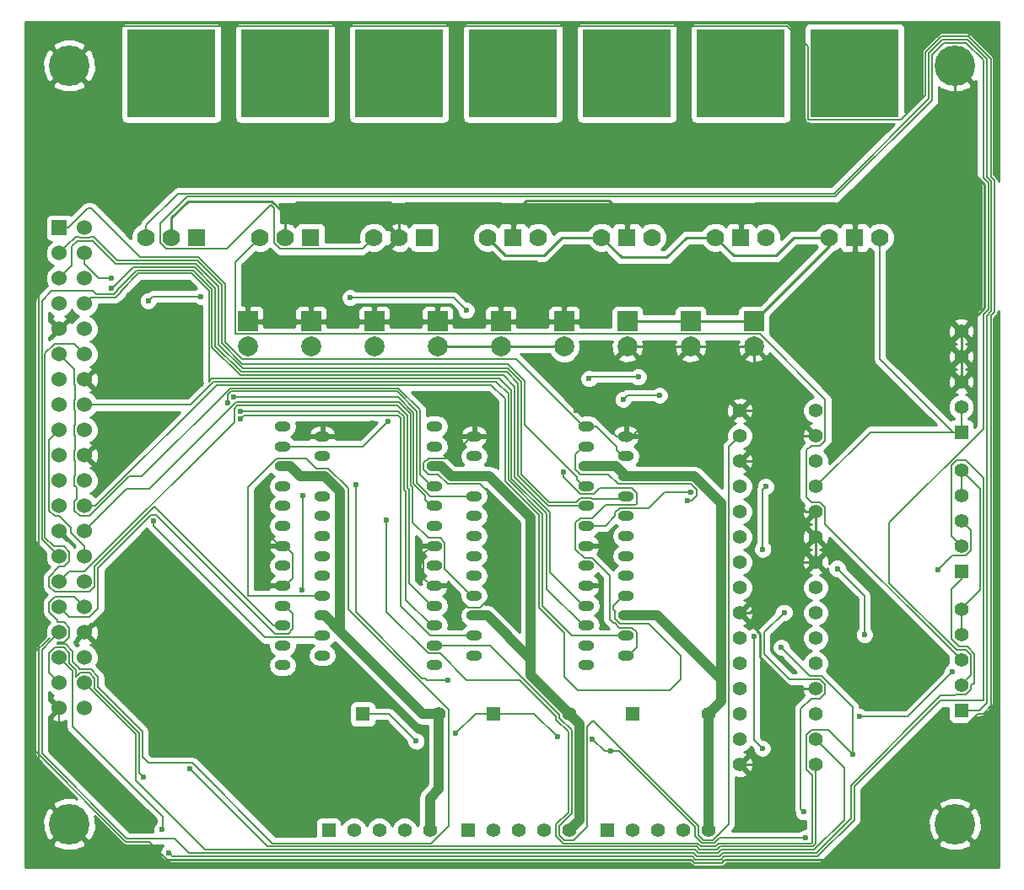
<source format=gtl>
G04 #@! TF.FileFunction,Copper,L1,Top,Signal*
%FSLAX46Y46*%
G04 Gerber Fmt 4.6, Leading zero omitted, Abs format (unit mm)*
G04 Created by KiCad (PCBNEW 4.0.2-stable) date Sat Jun 11 16:58:14 2016*
%MOMM*%
G01*
G04 APERTURE LIST*
%ADD10C,0.100000*%
%ADD11R,1.998980X1.998980*%
%ADD12C,1.998980*%
%ADD13R,1.397000X1.397000*%
%ADD14C,1.397000*%
%ADD15O,1.600000X1.060000*%
%ADD16R,1.524000X1.524000*%
%ADD17C,1.524000*%
%ADD18R,1.778000X1.778000*%
%ADD19C,1.778000*%
%ADD20R,8.890000X8.890000*%
%ADD21C,4.064000*%
%ADD22C,0.600000*%
%ADD23C,0.127000*%
%ADD24C,0.250000*%
%ADD25C,1.016000*%
%ADD26C,0.635000*%
%ADD27C,0.254000*%
G04 APERTURE END LIST*
D10*
D11*
X170330000Y-76500000D03*
D12*
X170330000Y-79040000D03*
D11*
X163980000Y-76500000D03*
D12*
X163980000Y-79040000D03*
D11*
X157630000Y-76500000D03*
D12*
X157630000Y-79040000D03*
D11*
X151280000Y-76500000D03*
D12*
X151280000Y-79040000D03*
D11*
X144930000Y-76500000D03*
D12*
X144930000Y-79040000D03*
D11*
X138580000Y-76500000D03*
D12*
X138580000Y-79040000D03*
D11*
X132230000Y-76500000D03*
D12*
X132230000Y-79040000D03*
D11*
X125880000Y-76500000D03*
D12*
X125880000Y-79040000D03*
D11*
X119530000Y-76500000D03*
D12*
X119530000Y-79040000D03*
D13*
X158130000Y-115950000D03*
D14*
X165750000Y-115950000D03*
D13*
X144160000Y-115900000D03*
D14*
X151780000Y-115900000D03*
D13*
X131080000Y-115950000D03*
D14*
X138700000Y-115950000D03*
D15*
X153480000Y-101060000D03*
X153480000Y-87060000D03*
X157480000Y-88060000D03*
X153480000Y-89060000D03*
X157480000Y-90060000D03*
X153480000Y-91060000D03*
X157480000Y-92060000D03*
X153480000Y-93060000D03*
X157480000Y-94060000D03*
X153480000Y-95060000D03*
X157480000Y-96060000D03*
X153480000Y-97060000D03*
X157480000Y-98060000D03*
X153480000Y-99060000D03*
X157480000Y-100060000D03*
X157480000Y-102060000D03*
X153480000Y-103060000D03*
X157480000Y-104060000D03*
X153480000Y-105060000D03*
X157480000Y-106060000D03*
X153480000Y-107060000D03*
X157480000Y-108060000D03*
X153480000Y-109060000D03*
X157480000Y-110060000D03*
X153480000Y-111060000D03*
X138240000Y-101060000D03*
X138240000Y-87060000D03*
X142240000Y-88060000D03*
X138240000Y-89060000D03*
X142240000Y-90060000D03*
X138240000Y-91060000D03*
X142240000Y-92060000D03*
X138240000Y-93060000D03*
X142240000Y-94060000D03*
X138240000Y-95060000D03*
X142240000Y-96060000D03*
X138240000Y-97060000D03*
X142240000Y-98060000D03*
X138240000Y-99060000D03*
X142240000Y-100060000D03*
X142240000Y-102060000D03*
X138240000Y-103060000D03*
X142240000Y-104060000D03*
X138240000Y-105060000D03*
X142240000Y-106060000D03*
X138240000Y-107060000D03*
X142240000Y-108060000D03*
X138240000Y-109060000D03*
X142240000Y-110060000D03*
X138240000Y-111060000D03*
X123000000Y-101060000D03*
X123000000Y-87060000D03*
X127000000Y-88060000D03*
X123000000Y-89060000D03*
X127000000Y-90060000D03*
X123000000Y-91060000D03*
X127000000Y-92060000D03*
X123000000Y-93060000D03*
X127000000Y-94060000D03*
X123000000Y-95060000D03*
X127000000Y-96060000D03*
X123000000Y-97060000D03*
X127000000Y-98060000D03*
X123000000Y-99060000D03*
X127000000Y-100060000D03*
X127000000Y-102060000D03*
X123000000Y-103060000D03*
X127000000Y-104060000D03*
X123000000Y-105060000D03*
X127000000Y-106060000D03*
X123000000Y-107060000D03*
X127000000Y-108060000D03*
X123000000Y-109060000D03*
X127000000Y-110060000D03*
X123000000Y-111060000D03*
D16*
X100610000Y-67110000D03*
D17*
X103150000Y-67110000D03*
X100610000Y-79810000D03*
X103150000Y-69650000D03*
X100610000Y-82350000D03*
X103150000Y-72190000D03*
X100610000Y-84890000D03*
X103150000Y-74730000D03*
X100610000Y-87430000D03*
X103150000Y-77270000D03*
X100610000Y-89970000D03*
X103150000Y-79810000D03*
X100610000Y-92510000D03*
X103150000Y-82350000D03*
X100610000Y-95050000D03*
X103150000Y-84890000D03*
X100610000Y-97590000D03*
X103150000Y-87430000D03*
X100610000Y-100130000D03*
X103150000Y-89970000D03*
X100610000Y-102670000D03*
X103150000Y-92510000D03*
X100610000Y-105210000D03*
X103150000Y-95050000D03*
X103150000Y-97590000D03*
X100610000Y-107750000D03*
X103150000Y-100130000D03*
X103150000Y-105210000D03*
X103150000Y-107750000D03*
X103150000Y-110290000D03*
X103150000Y-112830000D03*
X100610000Y-110290000D03*
X100610000Y-112830000D03*
X100610000Y-69650000D03*
X100610000Y-72190000D03*
X100610000Y-74730000D03*
X100610000Y-77270000D03*
X100610000Y-115370000D03*
X103150000Y-115370000D03*
X103150000Y-102670000D03*
D13*
X155575000Y-127635000D03*
D14*
X158115000Y-127635000D03*
X160655000Y-127635000D03*
X163195000Y-127635000D03*
X165735000Y-127635000D03*
D13*
X141605000Y-127635000D03*
D14*
X144145000Y-127635000D03*
X146685000Y-127635000D03*
X149225000Y-127635000D03*
X151765000Y-127635000D03*
D13*
X127635000Y-127635000D03*
D14*
X130175000Y-127635000D03*
X132715000Y-127635000D03*
X135255000Y-127635000D03*
X137795000Y-127635000D03*
D13*
X191135000Y-87630000D03*
D14*
X191135000Y-85090000D03*
X191135000Y-82550000D03*
X191135000Y-80010000D03*
X191135000Y-77470000D03*
D13*
X191135000Y-101600000D03*
D14*
X191135000Y-99060000D03*
X191135000Y-96520000D03*
X191135000Y-93980000D03*
X191135000Y-91440000D03*
D13*
X191135000Y-115570000D03*
D14*
X191135000Y-113030000D03*
X191135000Y-110490000D03*
X191135000Y-107950000D03*
X191135000Y-105410000D03*
D18*
X114400000Y-68070000D03*
D19*
X109320000Y-68070000D03*
X111860000Y-68070000D03*
D20*
X111860000Y-51560000D03*
D18*
X137260000Y-68070000D03*
D19*
X132180000Y-68070000D03*
X134720000Y-68070000D03*
D20*
X134720000Y-51560000D03*
D18*
X125830000Y-68070000D03*
D19*
X120750000Y-68070000D03*
X123290000Y-68070000D03*
D20*
X123290000Y-51560000D03*
D14*
X168910000Y-98170000D03*
X176530000Y-98170000D03*
X168910000Y-100710000D03*
X176530000Y-100710000D03*
X168910000Y-103250000D03*
X176530000Y-103250000D03*
X168910000Y-105790000D03*
X176530000Y-105790000D03*
X168910000Y-110870000D03*
X176530000Y-110870000D03*
X168910000Y-118490000D03*
X176530000Y-118490000D03*
X168910000Y-115950000D03*
X176530000Y-115950000D03*
X168910000Y-88010000D03*
X176530000Y-88010000D03*
X168910000Y-113410000D03*
X176530000Y-113410000D03*
X168910000Y-108330000D03*
X176530000Y-108330000D03*
X168910000Y-90550000D03*
X176530000Y-90550000D03*
X176530000Y-121030000D03*
X168910000Y-121030000D03*
X168910000Y-95630000D03*
X176530000Y-95630000D03*
X168910000Y-93090000D03*
X176530000Y-93090000D03*
X168910000Y-85470000D03*
X176530000Y-85470000D03*
D20*
X180440000Y-51560000D03*
D19*
X177900000Y-68070000D03*
D18*
X180440000Y-68070000D03*
D19*
X182980000Y-68070000D03*
D20*
X157580000Y-51560000D03*
D19*
X155040000Y-68070000D03*
D18*
X157580000Y-68070000D03*
D19*
X160120000Y-68070000D03*
D20*
X146150000Y-51560000D03*
D19*
X143610000Y-68070000D03*
D18*
X146150000Y-68070000D03*
D19*
X148690000Y-68070000D03*
D20*
X169010000Y-51560000D03*
D19*
X166470000Y-68070000D03*
D18*
X169010000Y-68070000D03*
D19*
X171550000Y-68070000D03*
D21*
X190500000Y-127000000D03*
X101600000Y-127000000D03*
X190500000Y-50800000D03*
X101600000Y-50800000D03*
D22*
X175500000Y-128371425D03*
X136410000Y-118680000D03*
X140410000Y-117860000D03*
X150590000Y-118240000D03*
X154125021Y-118440000D03*
X155990000Y-119650000D03*
X180930000Y-116190000D03*
X190250000Y-111720000D03*
X192410000Y-47380000D03*
X159590000Y-86540000D03*
X132040000Y-86750000D03*
X100860000Y-119890000D03*
X152490000Y-85460000D03*
X121040000Y-93500000D03*
X141440000Y-75390000D03*
X129800000Y-74120000D03*
X114840000Y-73980000D03*
X109520000Y-74450000D03*
X105870000Y-72133510D03*
X151200000Y-91666480D03*
X139610000Y-112580000D03*
X130350000Y-92890000D03*
X124980000Y-103496490D03*
X125010000Y-93970000D03*
X163660000Y-94470000D03*
X105850000Y-73180000D03*
X163990000Y-93670000D03*
X170356469Y-108170000D03*
X171180000Y-119400000D03*
X160850000Y-83920000D03*
X171510000Y-93100000D03*
X171210000Y-99400000D03*
X157210000Y-84340000D03*
X117527600Y-84650314D03*
X118136904Y-84108868D03*
X133450000Y-96440000D03*
X180270000Y-119970000D03*
X173070000Y-109240000D03*
X118746480Y-85524818D03*
X118746480Y-86324831D03*
X178690000Y-101330000D03*
X181420000Y-107990000D03*
X133580000Y-86550000D03*
X153770000Y-82260000D03*
X158710000Y-82080000D03*
X175310000Y-125790000D03*
X173353520Y-105740000D03*
X110070000Y-96520000D03*
X113695176Y-121431593D03*
X110916153Y-127554765D03*
X111586605Y-129883395D03*
X109090000Y-122310000D03*
X188800000Y-101480000D03*
D23*
X103456010Y-65152990D02*
X101499000Y-67110000D01*
X108675717Y-70054945D02*
X103773762Y-65152990D01*
X103773762Y-65152990D02*
X103456010Y-65152990D01*
X114577260Y-70054945D02*
X108675717Y-70054945D01*
X118985306Y-80302991D02*
X117252248Y-78569933D01*
X117252248Y-72729933D02*
X114577260Y-70054945D01*
X117252248Y-78569933D02*
X117252248Y-72729933D01*
X146452991Y-80302991D02*
X118985306Y-80302991D01*
X153210000Y-87060000D02*
X146452991Y-80302991D01*
X101499000Y-67110000D02*
X100610000Y-67110000D01*
X153480000Y-87060000D02*
X153210000Y-87060000D01*
X103150000Y-100130000D02*
X103150000Y-99107742D01*
X103150000Y-99107742D02*
X101800000Y-97757742D01*
X101800000Y-97757742D02*
X101800000Y-97262258D01*
X101800000Y-97262258D02*
X100613243Y-96075501D01*
X100613243Y-96075501D02*
X100117759Y-96075501D01*
X99584499Y-88455501D02*
X99848001Y-88191999D01*
X100117759Y-96075501D02*
X99584499Y-95542241D01*
X99584499Y-95542241D02*
X99584499Y-88455501D01*
X99848001Y-88191999D02*
X100610000Y-87430000D01*
X153480000Y-87060000D02*
X154480000Y-87060000D01*
X154480000Y-87060000D02*
X156553000Y-89133000D01*
X156553000Y-89403000D02*
X157210000Y-90060000D01*
X156553000Y-89133000D02*
X156553000Y-89403000D01*
X157210000Y-90060000D02*
X157480000Y-90060000D01*
X191135000Y-91440000D02*
X193018967Y-93323967D01*
X193018967Y-93323967D02*
X193018967Y-103526033D01*
X191833499Y-104711501D02*
X191135000Y-105410000D01*
X193018967Y-103526033D02*
X191833499Y-104711501D01*
X166332213Y-128924012D02*
X166884800Y-128371425D01*
X166884800Y-128371425D02*
X175075736Y-128371425D01*
X175075736Y-128371425D02*
X175500000Y-128371425D01*
X164445988Y-128232213D02*
X165137787Y-128924012D01*
X164445988Y-127308690D02*
X164445988Y-128232213D01*
X155990000Y-119650000D02*
X156787300Y-119650000D01*
X156787300Y-119650000D02*
X164445988Y-127308690D01*
X165137787Y-128924012D02*
X166332213Y-128924012D01*
X136410000Y-118680000D02*
X133680000Y-115950000D01*
X133680000Y-115950000D02*
X131080000Y-115950000D01*
X144160000Y-115900000D02*
X142370000Y-115900000D01*
X142370000Y-115900000D02*
X140410000Y-117860000D01*
X150590000Y-118240000D02*
X148250000Y-115900000D01*
X148250000Y-115900000D02*
X144160000Y-115900000D01*
X155990000Y-119650000D02*
X155335021Y-119650000D01*
X155335021Y-119650000D02*
X154125021Y-118440000D01*
X190250000Y-111720000D02*
X185780000Y-116190000D01*
X185780000Y-116190000D02*
X180930000Y-116190000D01*
X191135000Y-93980000D02*
X191135000Y-92992172D01*
X191135000Y-92992172D02*
X191135000Y-91440000D01*
X191135000Y-105410000D02*
X191135000Y-106397828D01*
X191135000Y-106397828D02*
X191135000Y-107950000D01*
D24*
X155040000Y-68070000D02*
X151010000Y-68070000D01*
X145380000Y-69840000D02*
X143610000Y-68070000D01*
X149240000Y-69840000D02*
X145380000Y-69840000D01*
X151010000Y-68070000D02*
X149240000Y-69840000D01*
X166470000Y-68070000D02*
X163580000Y-68070000D01*
X157040000Y-70070000D02*
X155040000Y-68070000D01*
X161580000Y-70070000D02*
X157040000Y-70070000D01*
X163580000Y-68070000D02*
X161580000Y-70070000D01*
X177900000Y-68070000D02*
X174360000Y-68070000D01*
X168310000Y-69910000D02*
X166470000Y-68070000D01*
X172520000Y-69910000D02*
X168310000Y-69910000D01*
X174360000Y-68070000D02*
X172520000Y-69910000D01*
X177900000Y-68070000D02*
X177900000Y-68930000D01*
X177900000Y-68930000D02*
X170330000Y-76500000D01*
X163980000Y-76500000D02*
X157630000Y-76500000D01*
X170330000Y-76500000D02*
X163980000Y-76500000D01*
D23*
X109641516Y-128772288D02*
X107249825Y-128772288D01*
X164325068Y-130886071D02*
X164009001Y-130570000D01*
X167144923Y-130886074D02*
X164325068Y-130886071D01*
X192723646Y-48701380D02*
X194160000Y-50137734D01*
X189127256Y-47850478D02*
X191872746Y-47850478D01*
X194160000Y-61985640D02*
X194502529Y-62328169D01*
X192805450Y-115897011D02*
X178132461Y-130570000D01*
X193387915Y-115897011D02*
X192805450Y-115897011D01*
X164009001Y-130570000D02*
X111439228Y-130570000D01*
X167461000Y-130570000D02*
X167144923Y-130886074D01*
X107249825Y-128772288D02*
X97492989Y-119015452D01*
X97492989Y-119015452D02*
X97492989Y-110404548D01*
X191872746Y-47850478D02*
X192723646Y-48701380D01*
X194160000Y-50137734D02*
X194160000Y-61985640D01*
X111439228Y-130570000D02*
X109641516Y-128772288D01*
X194502529Y-62328169D02*
X194502529Y-75576829D01*
X194502529Y-75576829D02*
X194160000Y-75919359D01*
X194160000Y-75919359D02*
X194160000Y-115124926D01*
X194160000Y-115124926D02*
X193387915Y-115897011D01*
X178132461Y-130570000D02*
X167461000Y-130570000D01*
X97492989Y-110404548D02*
X97684550Y-110212989D01*
X97684550Y-110212989D02*
X99619898Y-108277641D01*
X98520000Y-123920000D02*
X99568001Y-124968001D01*
X101600000Y-50800000D02*
X98520000Y-53880000D01*
X98520000Y-53880000D02*
X98520000Y-123920000D01*
X99568001Y-124968001D02*
X101600000Y-127000000D01*
X164138997Y-130700000D02*
X164325075Y-130886078D01*
X167331003Y-130700000D02*
X186800000Y-130700000D01*
X101600000Y-127000000D02*
X105300000Y-130700000D01*
X164325075Y-130886078D02*
X167144925Y-130886078D01*
X105300000Y-130700000D02*
X164138997Y-130700000D01*
X167144925Y-130886078D02*
X167331003Y-130700000D01*
X186800000Y-130700000D02*
X188468001Y-129031999D01*
X188468001Y-129031999D02*
X190500000Y-127000000D01*
X191990001Y-47679999D02*
X191819521Y-47850479D01*
X189127257Y-47850479D02*
X189127256Y-47850478D01*
X191819521Y-47850479D02*
X189127257Y-47850479D01*
X192410000Y-47380000D02*
X192110001Y-47679999D01*
X192110001Y-47679999D02*
X191990001Y-47679999D01*
X101600000Y-50800000D02*
X105548501Y-46851499D01*
X187550478Y-53813824D02*
X187550478Y-49427256D01*
X187550478Y-49427256D02*
X189127256Y-47850478D01*
X185095801Y-56268501D02*
X187550478Y-53813824D01*
X175731499Y-56215801D02*
X175784199Y-56268501D01*
X175784199Y-56268501D02*
X185095801Y-56268501D01*
X175731499Y-48917197D02*
X175731499Y-56215801D01*
X173665801Y-46851499D02*
X175731499Y-48917197D01*
X105548501Y-46851499D02*
X173665801Y-46851499D01*
X157570000Y-88560000D02*
X157570000Y-88150000D01*
X157570000Y-88150000D02*
X157480000Y-88060000D01*
X159590000Y-86540000D02*
X157570000Y-88560000D01*
X127000000Y-88060000D02*
X130730000Y-88060000D01*
X130730000Y-88060000D02*
X132040000Y-86750000D01*
X100610000Y-115370000D02*
X100610000Y-119640000D01*
X100610000Y-119640000D02*
X100860000Y-119890000D01*
X157480000Y-88060000D02*
X156553000Y-88060000D01*
X153953000Y-85460000D02*
X152490000Y-85460000D01*
X156553000Y-88060000D02*
X153953000Y-85460000D01*
X138240000Y-103060000D02*
X139434828Y-103060000D01*
X139434828Y-103060000D02*
X141641318Y-105266490D01*
X141641318Y-105266490D02*
X142838682Y-105266490D01*
X142838682Y-105266490D02*
X144380432Y-103724740D01*
X144380432Y-103724740D02*
X144380432Y-94395260D01*
X144380432Y-94395260D02*
X142838682Y-92853510D01*
X142838682Y-92853510D02*
X139622432Y-92853510D01*
X137641318Y-90266490D02*
X139763510Y-90266490D01*
X139763510Y-90266490D02*
X141970000Y-88060000D01*
X139622432Y-92853510D02*
X138622432Y-91853510D01*
X138622432Y-91853510D02*
X137641318Y-91853510D01*
X137641318Y-91853510D02*
X137176490Y-91388682D01*
X137176490Y-91388682D02*
X137176490Y-90731318D01*
X137176490Y-90731318D02*
X137641318Y-90266490D01*
X141970000Y-88060000D02*
X142240000Y-88060000D01*
X138240000Y-103060000D02*
X137970000Y-103060000D01*
X137970000Y-103060000D02*
X137176490Y-102266490D01*
X137176490Y-102266490D02*
X137176490Y-99853510D01*
X137176490Y-99853510D02*
X137970000Y-99060000D01*
X137970000Y-99060000D02*
X138240000Y-99060000D01*
X123000000Y-103060000D02*
X123270000Y-103060000D01*
X123270000Y-103060000D02*
X124063510Y-102266490D01*
X124063510Y-102266490D02*
X124063510Y-99853510D01*
X124063510Y-99853510D02*
X123270000Y-99060000D01*
X123270000Y-99060000D02*
X123000000Y-99060000D01*
X121040000Y-93500000D02*
X121040000Y-97370000D01*
X121040000Y-97370000D02*
X122730000Y-99060000D01*
X122730000Y-99060000D02*
X123000000Y-99060000D01*
D24*
X170981489Y-107861489D02*
X170981489Y-110241489D01*
X168910000Y-105790000D02*
X170981489Y-107861489D01*
X174150000Y-113410000D02*
X175542172Y-113410000D01*
X175542172Y-113410000D02*
X176530000Y-113410000D01*
X170981489Y-110241489D02*
X174150000Y-113410000D01*
X176530000Y-113410000D02*
X175230000Y-113410000D01*
X171540000Y-121030000D02*
X168910000Y-121030000D01*
X172940000Y-119630000D02*
X171540000Y-121030000D01*
X172940000Y-115700000D02*
X172940000Y-119630000D01*
X175230000Y-113410000D02*
X172940000Y-115700000D01*
X176530000Y-100710000D02*
X174990000Y-100710000D01*
X169910000Y-105790000D02*
X168910000Y-105790000D01*
X174990000Y-100710000D02*
X169910000Y-105790000D01*
X176530000Y-98170000D02*
X176530000Y-100710000D01*
X176530000Y-95630000D02*
X176530000Y-98170000D01*
X168910000Y-90550000D02*
X170410000Y-90550000D01*
X175490000Y-95630000D02*
X176530000Y-95630000D01*
X170410000Y-90550000D02*
X175490000Y-95630000D01*
X176530000Y-88010000D02*
X175160000Y-88010000D01*
X172620000Y-90550000D02*
X168910000Y-90550000D01*
X175160000Y-88010000D02*
X172620000Y-90550000D01*
X168910000Y-85470000D02*
X172750000Y-85470000D01*
X172750000Y-85470000D02*
X175290000Y-88010000D01*
X175290000Y-88010000D02*
X176530000Y-88010000D01*
X170330000Y-79040000D02*
X170330000Y-84050000D01*
X170330000Y-84050000D02*
X168910000Y-85470000D01*
X163980000Y-79040000D02*
X170330000Y-79040000D01*
X157630000Y-79040000D02*
X163980000Y-79040000D01*
X151280000Y-76500000D02*
X151280000Y-73310000D01*
X146140000Y-65920000D02*
X146150000Y-65910000D01*
X143210000Y-65920000D02*
X146140000Y-65920000D01*
X141960000Y-67170000D02*
X143210000Y-65920000D01*
X141960000Y-68810000D02*
X141960000Y-67170000D01*
X143600000Y-70450000D02*
X141960000Y-68810000D01*
X148420000Y-70450000D02*
X143600000Y-70450000D01*
X151280000Y-73310000D02*
X148420000Y-70450000D01*
X125880000Y-76500000D02*
X119530000Y-76500000D01*
X132230000Y-76500000D02*
X125880000Y-76500000D01*
X138580000Y-76500000D02*
X132230000Y-76500000D01*
X144930000Y-76500000D02*
X138580000Y-76500000D01*
X151280000Y-76500000D02*
X144930000Y-76500000D01*
X191135000Y-80010000D02*
X191135000Y-82550000D01*
X191135000Y-77470000D02*
X191135000Y-80010000D01*
X187380000Y-59360000D02*
X190060000Y-59360000D01*
X193460000Y-75145000D02*
X191135000Y-77470000D01*
X193460000Y-62760000D02*
X193460000Y-75145000D01*
X190060000Y-59360000D02*
X193460000Y-62760000D01*
X180440000Y-68070000D02*
X180440000Y-66300000D01*
X190500000Y-56240000D02*
X190500000Y-50800000D01*
X180440000Y-66300000D02*
X187380000Y-59360000D01*
X187380000Y-59360000D02*
X190500000Y-56240000D01*
X123290000Y-68070000D02*
X123290000Y-65760000D01*
X111860000Y-66090000D02*
X111860000Y-68070000D01*
X113520000Y-64430000D02*
X111860000Y-66090000D01*
X121960000Y-64430000D02*
X113520000Y-64430000D01*
X123290000Y-65760000D02*
X121960000Y-64430000D01*
X134720000Y-68070000D02*
X134720000Y-65450000D01*
X123290000Y-65720000D02*
X123290000Y-68070000D01*
X124470000Y-64540000D02*
X123290000Y-65720000D01*
X133810000Y-64540000D02*
X124470000Y-64540000D01*
X134720000Y-65450000D02*
X133810000Y-64540000D01*
X146150000Y-68070000D02*
X146150000Y-65910000D01*
X134720000Y-65300000D02*
X134720000Y-68070000D01*
X146150000Y-65910000D02*
X144860000Y-64620000D01*
X144860000Y-64620000D02*
X135400000Y-64620000D01*
X135400000Y-64620000D02*
X134720000Y-65300000D01*
X157580000Y-68070000D02*
X157580000Y-66160000D01*
X146150000Y-65740000D02*
X146150000Y-68070000D01*
X147520000Y-64370000D02*
X146150000Y-65740000D01*
X155790000Y-64370000D02*
X147520000Y-64370000D01*
X157580000Y-66160000D02*
X155790000Y-64370000D01*
X169010000Y-66080000D02*
X169010000Y-65690000D01*
X157580000Y-65440000D02*
X157580000Y-68070000D01*
X158310000Y-64710000D02*
X157580000Y-65440000D01*
X168030000Y-64710000D02*
X158310000Y-64710000D01*
X169010000Y-65690000D02*
X168030000Y-64710000D01*
X180440000Y-68070000D02*
X180440000Y-66610000D01*
X169010000Y-66080000D02*
X169010000Y-68070000D01*
X170490000Y-64600000D02*
X169010000Y-66080000D01*
X178430000Y-64600000D02*
X170490000Y-64600000D01*
X180440000Y-66610000D02*
X178430000Y-64600000D01*
D23*
X182980000Y-68070000D02*
X182980000Y-80300500D01*
X182980000Y-80300500D02*
X190309500Y-87630000D01*
X190309500Y-87630000D02*
X191135000Y-87630000D01*
X129800000Y-74120000D02*
X140170000Y-74120000D01*
X140170000Y-74120000D02*
X141440000Y-75390000D01*
X109520000Y-74450000D02*
X109990000Y-73980000D01*
X109990000Y-73980000D02*
X114840000Y-73980000D01*
X103150000Y-69650000D02*
X103150000Y-70727630D01*
X103150000Y-70727630D02*
X104555880Y-72133510D01*
X104555880Y-72133510D02*
X105870000Y-72133510D01*
X191135000Y-87630000D02*
X181990000Y-87630000D01*
X181990000Y-87630000D02*
X176530000Y-93090000D01*
X191135000Y-85090000D02*
X191135000Y-87630000D01*
D24*
X144930000Y-79040000D02*
X138580000Y-79040000D01*
X151280000Y-79040000D02*
X144930000Y-79040000D01*
D23*
X156200000Y-106812460D02*
X156377808Y-106812460D01*
X156377808Y-106812460D02*
X156831838Y-107266490D01*
X156831838Y-107266490D02*
X158078682Y-107266490D01*
X158078682Y-107266490D02*
X158543510Y-107731318D01*
X158543510Y-107731318D02*
X158543510Y-109266490D01*
X158543510Y-109266490D02*
X157750000Y-110060000D01*
X157750000Y-110060000D02*
X157480000Y-110060000D01*
X155830000Y-102017808D02*
X155830000Y-106442460D01*
X155830000Y-106442460D02*
X156200000Y-106812460D01*
X151200000Y-91666480D02*
X151200000Y-92172192D01*
X151200000Y-92172192D02*
X152881318Y-93853510D01*
X152416490Y-99388682D02*
X153294298Y-100266490D01*
X154078682Y-100266490D02*
X155830000Y-102017808D01*
X152881318Y-93853510D02*
X154300103Y-93853510D01*
X154300103Y-93853510D02*
X154887123Y-93266490D01*
X154887123Y-93266490D02*
X158078682Y-93266490D01*
X158078682Y-93266490D02*
X158543510Y-93731318D01*
X158543510Y-93731318D02*
X158543510Y-94826490D01*
X158543510Y-94826490D02*
X158430520Y-94939480D01*
X158430520Y-94939480D02*
X155405692Y-94939480D01*
X155405692Y-94939480D02*
X154078682Y-96266490D01*
X154078682Y-96266490D02*
X152881318Y-96266490D01*
X152881318Y-96266490D02*
X152416490Y-96731318D01*
X152416490Y-96731318D02*
X152416490Y-99388682D01*
X153294298Y-100266490D02*
X154078682Y-100266490D01*
X130350000Y-105713777D02*
X137016223Y-112380000D01*
X137520000Y-112580000D02*
X139610000Y-112580000D01*
X137016223Y-112380000D02*
X137320000Y-112380000D01*
X137320000Y-112380000D02*
X137520000Y-112580000D01*
X130350000Y-92890000D02*
X130350000Y-105713777D01*
X125010000Y-93970000D02*
X125010000Y-103466490D01*
X125010000Y-103466490D02*
X124980000Y-103496490D01*
D25*
X156480000Y-91060000D02*
X157480000Y-92060000D01*
X153480000Y-91060000D02*
X156480000Y-91060000D01*
X157480000Y-92060000D02*
X164330000Y-92060000D01*
X167030000Y-94760000D02*
X167030000Y-112500000D01*
X164330000Y-92060000D02*
X167030000Y-94760000D01*
X167030000Y-112500000D02*
X167030000Y-114670000D01*
X167030000Y-114670000D02*
X165750000Y-115950000D01*
X157480000Y-106060000D02*
X160590000Y-106060000D01*
X160590000Y-106060000D02*
X167030000Y-112500000D01*
X165750000Y-115950000D02*
X165750000Y-127620000D01*
X165750000Y-127620000D02*
X165735000Y-127635000D01*
D26*
X165750000Y-127620000D02*
X165735000Y-127635000D01*
D25*
X152790000Y-126610000D02*
X152790000Y-116910000D01*
X152790000Y-116910000D02*
X151780000Y-115900000D01*
X151765000Y-127635000D02*
X152790000Y-126610000D01*
X142240000Y-92060000D02*
X143766604Y-92060000D01*
X143766604Y-92060000D02*
X147950000Y-96243396D01*
X147950000Y-96243396D02*
X147950000Y-112070000D01*
X142240000Y-106060000D02*
X143570000Y-106060000D01*
X147950000Y-110440000D02*
X147950000Y-112070000D01*
X143570000Y-106060000D02*
X147950000Y-110440000D01*
X147950000Y-112070000D02*
X151780000Y-115900000D01*
X138240000Y-91060000D02*
X138920000Y-91060000D01*
X138920000Y-91060000D02*
X139920000Y-92060000D01*
X139920000Y-92060000D02*
X142240000Y-92060000D01*
D26*
X151780000Y-127620000D02*
X151765000Y-127635000D01*
D25*
X127000000Y-106060000D02*
X127270000Y-106060000D01*
X127270000Y-106060000D02*
X128816000Y-107606000D01*
X128816000Y-107606000D02*
X128816000Y-107676000D01*
X128816000Y-107676000D02*
X134950000Y-113810000D01*
X127000000Y-92060000D02*
X127270000Y-92060000D01*
X134950000Y-113810000D02*
X134980000Y-113840000D01*
X127270000Y-92060000D02*
X128816000Y-93606000D01*
X128816000Y-93606000D02*
X128816000Y-107676000D01*
X138700000Y-115950000D02*
X138700000Y-123470000D01*
X137795000Y-124375000D02*
X137795000Y-127635000D01*
X138700000Y-123470000D02*
X137795000Y-124375000D01*
X137090000Y-115950000D02*
X138700000Y-115950000D01*
X134980000Y-113840000D02*
X137090000Y-115950000D01*
X123000000Y-91060000D02*
X123800000Y-91060000D01*
X124800000Y-92060000D02*
X127000000Y-92060000D01*
X123800000Y-91060000D02*
X124800000Y-92060000D01*
D23*
X163660000Y-94470000D02*
X164084264Y-94470000D01*
X164084264Y-94470000D02*
X164553501Y-94000763D01*
X156735973Y-92853510D02*
X155735973Y-91853510D01*
X153210000Y-89060000D02*
X153480000Y-89060000D01*
X152416490Y-91388682D02*
X152416490Y-89853510D01*
X164553501Y-94000763D02*
X164553501Y-93399519D01*
X152416490Y-89853510D02*
X153210000Y-89060000D01*
X164007492Y-92853510D02*
X156735973Y-92853510D01*
X164553501Y-93399519D02*
X164007492Y-92853510D01*
X152881318Y-91853510D02*
X152416490Y-91388682D01*
X155735973Y-91853510D02*
X152881318Y-91853510D01*
X147307011Y-82464547D02*
X145607849Y-80765385D01*
X152553000Y-92403000D02*
X152553000Y-92133000D01*
X116925237Y-72865385D02*
X114441808Y-70381956D01*
X118985237Y-80765385D02*
X116925237Y-78705385D01*
X106384419Y-70381956D02*
X104015452Y-68012989D01*
X153210000Y-93060000D02*
X152553000Y-92403000D01*
X101371999Y-68888001D02*
X100610000Y-69650000D01*
X153480000Y-93060000D02*
X153210000Y-93060000D01*
X152553000Y-92133000D02*
X147307011Y-86887011D01*
X145607849Y-80765385D02*
X118985237Y-80765385D01*
X102657759Y-68135501D02*
X102535247Y-68012989D01*
X104015452Y-68012989D02*
X103764753Y-68012989D01*
X102247011Y-68012989D02*
X101371999Y-68888001D01*
X103642241Y-68135501D02*
X102657759Y-68135501D01*
X103764753Y-68012989D02*
X103642241Y-68135501D01*
X102535247Y-68012989D02*
X102247011Y-68012989D01*
X116925237Y-78705385D02*
X116925237Y-72865385D01*
X147307011Y-86887011D02*
X147307011Y-82464547D01*
X114441808Y-70381956D02*
X106384419Y-70381956D01*
X100610000Y-69650000D02*
X100780000Y-69650000D01*
X157220000Y-94320000D02*
X154132192Y-94320000D01*
X103890103Y-68350102D02*
X103777693Y-68462512D01*
X103777693Y-68462512D02*
X102522307Y-68462512D01*
X119013678Y-81256289D02*
X116598226Y-78840837D01*
X101890000Y-70910000D02*
X101371999Y-71428001D01*
X102464898Y-68405103D02*
X101890000Y-68980000D01*
X154078682Y-94266490D02*
X152881318Y-94266490D01*
X152457808Y-94690000D02*
X149800000Y-94690000D01*
X102522307Y-68462512D02*
X102464898Y-68405103D01*
X116598226Y-73000837D02*
X114306356Y-70708967D01*
X116598226Y-78840837D02*
X116598226Y-73000837D01*
X145636290Y-81256289D02*
X119013678Y-81256289D01*
X146980000Y-82599999D02*
X145636290Y-81256289D01*
X157480000Y-94060000D02*
X157220000Y-94320000D01*
X114306356Y-70708967D02*
X106248968Y-70708967D01*
X106248968Y-70708967D02*
X103890103Y-68350102D01*
X101890000Y-68980000D02*
X101890000Y-70910000D01*
X101371999Y-71428001D02*
X100610000Y-72190000D01*
X154132192Y-94320000D02*
X154078682Y-94266490D01*
X152881318Y-94266490D02*
X152457808Y-94690000D01*
X146980000Y-91870000D02*
X146980000Y-82599999D01*
X149800000Y-94690000D02*
X146980000Y-91870000D01*
X114170904Y-71035978D02*
X107994022Y-71035978D01*
X106149999Y-72880001D02*
X105850000Y-73180000D01*
X107994022Y-71035978D02*
X106149999Y-72880001D01*
X116271215Y-78976289D02*
X116271215Y-73136289D01*
X118878226Y-81583300D02*
X116271215Y-78976289D01*
X146652989Y-82735451D02*
X145500838Y-81583300D01*
X153480000Y-95060000D02*
X149707537Y-95060000D01*
X116271215Y-73136289D02*
X114170904Y-71035978D01*
X149707537Y-95060000D02*
X146652989Y-92005452D01*
X145500838Y-81583300D02*
X118878226Y-81583300D01*
X146652989Y-92005452D02*
X146652989Y-82735451D01*
X163990000Y-93670000D02*
X161340000Y-93670000D01*
X161340000Y-93670000D02*
X159743510Y-95266490D01*
X156416490Y-95731318D02*
X156416490Y-96053510D01*
X159743510Y-95266490D02*
X156881318Y-95266490D01*
X156881318Y-95266490D02*
X156416490Y-95731318D01*
X155410000Y-97060000D02*
X154407000Y-97060000D01*
X156416490Y-96053510D02*
X155410000Y-97060000D01*
X154407000Y-97060000D02*
X153480000Y-97060000D01*
X157210000Y-104060000D02*
X156210000Y-105060000D01*
X157480000Y-104060000D02*
X157210000Y-104060000D01*
X156210000Y-105060000D02*
X156210000Y-105460000D01*
X148740000Y-95942315D02*
X145344945Y-92547260D01*
X143971344Y-82891344D02*
X116386286Y-82891344D01*
X163000000Y-112440000D02*
X161890000Y-113550000D01*
X156210000Y-105460000D02*
X156448904Y-105698904D01*
X156448904Y-105698904D02*
X156416490Y-105731318D01*
X156416490Y-105731318D02*
X156416490Y-106388682D01*
X152640000Y-113550000D02*
X151300000Y-112210000D01*
X156416490Y-106388682D02*
X156881318Y-106853510D01*
X145344945Y-84264945D02*
X143971344Y-82891344D01*
X156881318Y-106853510D02*
X158078682Y-106853510D01*
X158100682Y-106831510D02*
X159781510Y-106831510D01*
X158078682Y-106853510D02*
X158100682Y-106831510D01*
X159781510Y-106831510D02*
X163000000Y-110050000D01*
X163000000Y-110050000D02*
X163000000Y-112440000D01*
X161890000Y-113550000D02*
X152640000Y-113550000D01*
X151300000Y-112210000D02*
X151300000Y-107810000D01*
X151300000Y-107810000D02*
X148740000Y-105250000D01*
X148740000Y-105250000D02*
X148740000Y-95942315D01*
X145344945Y-92547260D02*
X145344945Y-84264945D01*
X116386286Y-82891344D02*
X104227630Y-95050000D01*
X104227630Y-95050000D02*
X103150000Y-95050000D01*
X98847011Y-98367011D02*
X99848001Y-99368001D01*
X106413501Y-73450481D02*
X106120481Y-73743501D01*
X149900000Y-95714926D02*
X146325978Y-92140904D01*
X115944204Y-79111741D02*
X115944204Y-73271741D01*
X114035452Y-71362989D02*
X108400993Y-71362989D01*
X99848001Y-99368001D02*
X100610000Y-100130000D01*
X106413501Y-73350481D02*
X106413501Y-73450481D01*
X98847011Y-74412989D02*
X98847011Y-98367011D01*
X99840000Y-73420000D02*
X98847011Y-74412989D01*
X103997538Y-73420000D02*
X99840000Y-73420000D01*
X106120481Y-73743501D02*
X104321039Y-73743501D01*
X108400993Y-71362989D02*
X106413501Y-73350481D01*
X115944204Y-73271741D02*
X114035452Y-71362989D01*
X118742774Y-81910311D02*
X115944204Y-79111741D01*
X146325978Y-92140904D02*
X146325978Y-83075978D01*
X146325978Y-83075978D02*
X145160311Y-81910311D01*
X153210000Y-105060000D02*
X149900000Y-101750000D01*
X153480000Y-105060000D02*
X153210000Y-105060000D01*
X104321039Y-73743501D02*
X103997538Y-73420000D01*
X149900000Y-101750000D02*
X149900000Y-95714926D01*
X145160311Y-81910311D02*
X118742774Y-81910311D01*
X153210000Y-107060000D02*
X153480000Y-107060000D01*
X149540000Y-95817389D02*
X149540000Y-103390000D01*
X145998967Y-92276356D02*
X149540000Y-95817389D01*
X145998967Y-83418967D02*
X145998967Y-92276356D01*
X115944203Y-82237322D02*
X144817322Y-82237322D01*
X115617193Y-73407193D02*
X115617193Y-82564333D01*
X106740512Y-73505933D02*
X108556445Y-71690000D01*
X103809488Y-74070512D02*
X106255933Y-74070512D01*
X106255933Y-74070512D02*
X106740512Y-73585933D01*
X113900000Y-71690000D02*
X115617193Y-73407193D01*
X144817322Y-82237322D02*
X145998967Y-83418967D01*
X103150000Y-74730000D02*
X103809488Y-74070512D01*
X115617193Y-82564333D02*
X115944203Y-82237322D01*
X108556445Y-71690000D02*
X113900000Y-71690000D01*
X106740512Y-73585933D02*
X106740512Y-73505933D01*
X149540000Y-103390000D02*
X153210000Y-107060000D01*
X144454333Y-82564333D02*
X116079656Y-82564333D01*
X157480000Y-108060000D02*
X152080000Y-108060000D01*
X149120000Y-105100000D02*
X149120000Y-95859852D01*
X152080000Y-108060000D02*
X149120000Y-105100000D01*
X145671956Y-83781956D02*
X144454333Y-82564333D01*
X145671956Y-92411808D02*
X145671956Y-83781956D01*
X104227630Y-84890000D02*
X103150000Y-84890000D01*
X113753989Y-84890000D02*
X104227630Y-84890000D01*
X116079656Y-82564333D02*
X113753989Y-84890000D01*
X149120000Y-95859852D02*
X145671956Y-92411808D01*
X170356469Y-108594264D02*
X170356469Y-108170000D01*
X170356469Y-118576469D02*
X170356469Y-108594264D01*
X171180000Y-119400000D02*
X170356469Y-118576469D01*
X160850000Y-83920000D02*
X157630000Y-83920000D01*
X157630000Y-83920000D02*
X157210000Y-84340000D01*
X171210000Y-99400000D02*
X171210000Y-93400000D01*
X171210000Y-93400000D02*
X171510000Y-93100000D01*
X108856246Y-92093079D02*
X107647011Y-92093079D01*
X107647011Y-92093079D02*
X103664589Y-96075501D01*
X102207011Y-89395247D02*
X102207011Y-88004753D01*
X138240000Y-93060000D02*
X137970000Y-93060000D01*
X137970000Y-93060000D02*
X136832066Y-91922066D01*
X136832066Y-91922066D02*
X136832066Y-85397288D01*
X134653133Y-83218355D02*
X117730970Y-83218355D01*
X103664589Y-96075501D02*
X102657759Y-96075501D01*
X136832066Y-85397288D02*
X134653133Y-83218355D01*
X117730970Y-83218355D02*
X108856246Y-92093079D01*
X102207011Y-91935247D02*
X102207011Y-90544753D01*
X102207011Y-84315247D02*
X102207011Y-82924753D01*
X102657759Y-96075501D02*
X102124499Y-95542241D01*
X102124499Y-95542241D02*
X102124499Y-94557759D01*
X102124499Y-94557759D02*
X102320000Y-94362258D01*
X102320000Y-94362258D02*
X102320000Y-93197742D01*
X102320000Y-93197742D02*
X102124499Y-93002241D01*
X101371999Y-80571999D02*
X100610000Y-79810000D01*
X102124499Y-93002241D02*
X102124499Y-92017759D01*
X102124499Y-87922241D02*
X102124499Y-86937759D01*
X102124499Y-92017759D02*
X102207011Y-91935247D01*
X102207011Y-90544753D02*
X102124499Y-90462241D01*
X102124499Y-89477759D02*
X102207011Y-89395247D01*
X102124499Y-90462241D02*
X102124499Y-89477759D01*
X102207011Y-82924753D02*
X102124499Y-82842241D01*
X102207011Y-85464753D02*
X102124499Y-85382241D01*
X102207011Y-88004753D02*
X102124499Y-87922241D01*
X102124499Y-86937759D02*
X102207011Y-86855247D01*
X102207011Y-86855247D02*
X102207011Y-85464753D01*
X102124499Y-85382241D02*
X102124499Y-84397759D01*
X102124499Y-84397759D02*
X102207011Y-84315247D01*
X102124499Y-82842241D02*
X102124499Y-81324499D01*
X102124499Y-81324499D02*
X101371999Y-80571999D01*
X134517681Y-83545366D02*
X117866422Y-83545366D01*
X136505055Y-85532740D02*
X134517681Y-83545366D01*
X137844926Y-94060000D02*
X136505055Y-92720129D01*
X142240000Y-94060000D02*
X137844926Y-94060000D01*
X117527600Y-84226050D02*
X117527600Y-84650314D01*
X117866422Y-83545366D02*
X117527600Y-83884188D01*
X136505055Y-92720129D02*
X136505055Y-85532740D01*
X117527600Y-83884188D02*
X117527600Y-84226050D01*
X138240000Y-95060000D02*
X137970000Y-95060000D01*
X118561168Y-84108868D02*
X118136904Y-84108868D01*
X136178044Y-92855581D02*
X136178044Y-85668192D01*
X137313000Y-94403000D02*
X137313000Y-93990537D01*
X137313000Y-93990537D02*
X136178044Y-92855581D01*
X137970000Y-95060000D02*
X137313000Y-94403000D01*
X136178044Y-85668192D02*
X134618720Y-84108868D01*
X134618720Y-84108868D02*
X118561168Y-84108868D01*
X133450000Y-96864264D02*
X133450000Y-96440000D01*
X175567999Y-118028239D02*
X175567999Y-121491761D01*
X137641318Y-109853510D02*
X133450000Y-105662192D01*
X150475988Y-127037787D02*
X151691479Y-125822296D01*
X133450000Y-105662192D02*
X133450000Y-96864264D01*
X138838682Y-109853510D02*
X137641318Y-109853510D01*
X151691479Y-125822296D02*
X151691479Y-117697704D01*
X150490988Y-116497213D02*
X150490988Y-116164528D01*
X151178720Y-128934945D02*
X150475988Y-128232213D01*
X164686258Y-128934945D02*
X151178720Y-128934945D01*
X151691479Y-117697704D02*
X150490988Y-116497213D01*
X165002335Y-129251023D02*
X164686258Y-128934945D01*
X166783742Y-128934945D02*
X166467665Y-129251023D01*
X176125055Y-128934945D02*
X166783742Y-128934945D01*
X176202989Y-128857011D02*
X176125055Y-128934945D01*
X176068239Y-117527999D02*
X175567999Y-118028239D01*
X177827999Y-117527999D02*
X176068239Y-117527999D01*
X180270000Y-119970000D02*
X177827999Y-117527999D01*
X150475988Y-128232213D02*
X150475988Y-127037787D01*
X166467665Y-129251023D02*
X165002335Y-129251023D01*
X146851480Y-112525020D02*
X141510192Y-112525020D01*
X176202989Y-122126751D02*
X176202989Y-128857011D01*
X175567999Y-121491761D02*
X176202989Y-122126751D01*
X150490988Y-116164528D02*
X146851480Y-112525020D01*
X141510192Y-112525020D02*
X138838682Y-109853510D01*
X173070000Y-109240000D02*
X175950989Y-112120989D01*
X175950989Y-112120989D02*
X177127212Y-112120989D01*
X177127212Y-112120989D02*
X180270000Y-115263777D01*
X180270000Y-115263777D02*
X180270000Y-119970000D01*
X107389911Y-93350089D02*
X103911999Y-96828001D01*
X138838682Y-98266490D02*
X137626490Y-98266490D01*
X136040000Y-96680000D02*
X136040000Y-93180000D01*
X139303510Y-101393510D02*
X139303510Y-98731318D01*
X134681694Y-84634305D02*
X118340546Y-84634305D01*
X139303510Y-98731318D02*
X138838682Y-98266490D01*
X136040000Y-93180000D02*
X135851033Y-92991033D01*
X118340546Y-84634305D02*
X109624762Y-93350089D01*
X141970000Y-104060000D02*
X139303510Y-101393510D01*
X137626490Y-98266490D02*
X136040000Y-96680000D01*
X109624762Y-93350089D02*
X107389911Y-93350089D01*
X135851033Y-85803644D02*
X134681694Y-84634305D01*
X135851033Y-92991033D02*
X135851033Y-85803644D01*
X103911999Y-96828001D02*
X103150000Y-97590000D01*
X142240000Y-104060000D02*
X141970000Y-104060000D01*
X118475998Y-84961316D02*
X118182978Y-85254336D01*
X134546242Y-84961316D02*
X118475998Y-84961316D01*
X101635501Y-101644499D02*
X101371999Y-101908001D01*
X138240000Y-105060000D02*
X137970000Y-105060000D01*
X118182978Y-85254336D02*
X118182978Y-86614764D01*
X135524022Y-93234019D02*
X135524022Y-85939096D01*
X135524022Y-85939096D02*
X134546242Y-84961316D01*
X135712991Y-102802991D02*
X135712991Y-93422988D01*
X135712991Y-93422988D02*
X135524022Y-93234019D01*
X103153243Y-101644499D02*
X101635501Y-101644499D01*
X137970000Y-105060000D02*
X135712991Y-102802991D01*
X101371999Y-101908001D02*
X100610000Y-102670000D01*
X118182978Y-86614764D02*
X103153243Y-101644499D01*
X135197011Y-86074548D02*
X134647281Y-85524818D01*
X119170744Y-85524818D02*
X118746480Y-85524818D01*
X134647281Y-85524818D02*
X119170744Y-85524818D01*
X135197011Y-93369471D02*
X135197011Y-86074548D01*
X137970000Y-107060000D02*
X135385980Y-104475980D01*
X135385980Y-93558440D02*
X135197011Y-93369471D01*
X138240000Y-107060000D02*
X137970000Y-107060000D01*
X135385980Y-104475980D02*
X135385980Y-93558440D01*
X119090440Y-85980871D02*
X119046479Y-86024832D01*
X134640871Y-85980871D02*
X119090440Y-85980871D01*
X134870000Y-86210000D02*
X134640871Y-85980871D01*
X137847808Y-108060000D02*
X134870000Y-105082192D01*
X134870000Y-105082192D02*
X134870000Y-86210000D01*
X142240000Y-108060000D02*
X137847808Y-108060000D01*
X119046479Y-86024832D02*
X118746480Y-86324831D01*
X164772999Y-128096761D02*
X165273239Y-128597001D01*
X150802999Y-128096761D02*
X151303239Y-128597001D01*
X154167012Y-116567252D02*
X164772999Y-127173239D01*
X150817999Y-116029076D02*
X150817999Y-116361761D01*
X165273239Y-128597001D02*
X166196761Y-128597001D01*
X153561511Y-117172753D02*
X154167012Y-116567252D01*
X151303239Y-128597001D02*
X152226761Y-128597001D01*
X150802999Y-127173239D02*
X150802999Y-128096761D01*
X152018490Y-125957748D02*
X150802999Y-127173239D01*
X150817999Y-116361761D02*
X152018490Y-117562252D01*
X143848922Y-109060000D02*
X150817999Y-116029076D01*
X138240000Y-109060000D02*
X143848922Y-109060000D01*
X152018490Y-117562252D02*
X152018490Y-125957748D01*
X153561511Y-127262251D02*
X153561511Y-117172753D01*
X167801510Y-89118490D02*
X168910000Y-88010000D01*
X164772999Y-127173239D02*
X164772999Y-128096761D01*
X166196761Y-128597001D02*
X167801510Y-126992252D01*
X152226761Y-128597001D02*
X153561511Y-127262251D01*
X167801510Y-126992252D02*
X167801510Y-89118490D01*
X181420000Y-107990000D02*
X181420000Y-104060000D01*
X181420000Y-104060000D02*
X178690000Y-101330000D01*
X123000000Y-89060000D02*
X131070000Y-89060000D01*
X131070000Y-89060000D02*
X133580000Y-86550000D01*
X158710000Y-82080000D02*
X153950000Y-82080000D01*
X153950000Y-82080000D02*
X153770000Y-82260000D01*
X171370000Y-109900000D02*
X173917999Y-112447999D01*
X175010001Y-115430239D02*
X175010001Y-125490001D01*
X176991761Y-114372001D02*
X176068239Y-114372001D01*
X171370000Y-107723520D02*
X171370000Y-109900000D01*
X173353520Y-105740000D02*
X171370000Y-107723520D01*
X176991761Y-112447999D02*
X177492001Y-112948239D01*
X177492001Y-112948239D02*
X177492001Y-113871761D01*
X173917999Y-112447999D02*
X176991761Y-112447999D01*
X177492001Y-113871761D02*
X176991761Y-114372001D01*
X176068239Y-114372001D02*
X175010001Y-115430239D01*
X175010001Y-125490001D02*
X175310000Y-125790000D01*
X122401318Y-90266490D02*
X119535460Y-93132348D01*
X100444769Y-108775501D02*
X100444769Y-108937489D01*
X125401318Y-90266490D02*
X122401318Y-90266490D01*
X103777692Y-111477489D02*
X104502511Y-112202308D01*
X101962511Y-109662308D02*
X101962511Y-110717589D01*
X139662001Y-127191761D02*
X139662001Y-115488239D01*
X127598682Y-91266490D02*
X126401318Y-91266490D01*
X104502511Y-113257589D02*
X108950519Y-117705597D01*
X129587510Y-93255318D02*
X127598682Y-91266490D01*
X129587510Y-105413748D02*
X129587510Y-93255318D01*
X113965657Y-120868092D02*
X122032510Y-128934945D01*
X108950519Y-117705597D02*
X108950519Y-120250519D01*
X137918817Y-128934945D02*
X139662001Y-127191761D01*
X104502511Y-112202308D02*
X104502511Y-113257589D01*
X102616531Y-111371609D02*
X102616531Y-111477489D01*
X101962511Y-110717589D02*
X102616531Y-111371609D01*
X101237692Y-108937489D02*
X101962511Y-109662308D01*
X101102241Y-106724499D02*
X101635501Y-107257759D01*
X100444769Y-108937489D02*
X101237692Y-108937489D01*
X101635501Y-107257759D02*
X101635501Y-108242241D01*
X99584499Y-104717759D02*
X99584499Y-105702241D01*
X100444769Y-106562511D02*
X100444769Y-106724499D01*
X100117759Y-104184499D02*
X99584499Y-104717759D01*
X102124499Y-104184499D02*
X100117759Y-104184499D01*
X100444769Y-106724499D02*
X101102241Y-106724499D01*
X119535460Y-104060000D02*
X127000000Y-104060000D01*
X103150000Y-105210000D02*
X102124499Y-104184499D01*
X119535460Y-93132348D02*
X119535460Y-104060000D01*
X101635501Y-108242241D02*
X101102241Y-108775501D01*
X108950519Y-120250519D02*
X109568092Y-120868092D01*
X109568092Y-120868092D02*
X113965657Y-120868092D01*
X126401318Y-91266490D02*
X125401318Y-90266490D01*
X99584499Y-105702241D02*
X100444769Y-106562511D01*
X101102241Y-108775501D02*
X100444769Y-108775501D01*
X102616531Y-111477489D02*
X103777692Y-111477489D01*
X139662001Y-115488239D02*
X129587510Y-105413748D01*
X122032510Y-128934945D02*
X137918817Y-128934945D01*
X123000000Y-105060000D02*
X123270000Y-105060000D01*
X124063510Y-107388682D02*
X123598682Y-107853510D01*
X122237492Y-107853510D02*
X110340481Y-95956499D01*
X123270000Y-105060000D02*
X124063510Y-105853510D01*
X124063510Y-105853510D02*
X124063510Y-107388682D01*
X123598682Y-107853510D02*
X122237492Y-107853510D01*
X110340481Y-95956499D02*
X109799519Y-95956499D01*
X109799519Y-95956499D02*
X104502511Y-101253507D01*
X104502511Y-101253507D02*
X104502511Y-105375231D01*
X104502511Y-105375231D02*
X103642241Y-106235501D01*
X103642241Y-106235501D02*
X101635501Y-106235501D01*
X101635501Y-106235501D02*
X101371999Y-105971999D01*
X101371999Y-105971999D02*
X100610000Y-105210000D01*
X99584499Y-103162241D02*
X99584499Y-102184245D01*
X101102241Y-101155501D02*
X101635501Y-100622241D01*
X100046961Y-99104499D02*
X99174022Y-98231560D01*
X100117759Y-103695501D02*
X99584499Y-103162241D01*
X100117759Y-78784499D02*
X102124499Y-78784499D01*
X104175501Y-103162241D02*
X103642241Y-103695501D01*
X99174022Y-98231560D02*
X99174022Y-79728236D01*
X102388001Y-79048001D02*
X103150000Y-79810000D01*
X102124499Y-78784499D02*
X102388001Y-79048001D01*
X101102241Y-99104499D02*
X100046961Y-99104499D01*
X123000000Y-107060000D02*
X122073000Y-107060000D01*
X100613243Y-101155501D02*
X101102241Y-101155501D01*
X99584499Y-102184245D02*
X100613243Y-101155501D01*
X104175501Y-101084701D02*
X104175501Y-103162241D01*
X110136601Y-95123601D02*
X104175501Y-101084701D01*
X122073000Y-107060000D02*
X110136601Y-95123601D01*
X103642241Y-103695501D02*
X100117759Y-103695501D01*
X101635501Y-100622241D02*
X101635501Y-99637759D01*
X101635501Y-99637759D02*
X101102241Y-99104499D01*
X99174022Y-79728236D02*
X100117759Y-78784499D01*
X127000000Y-108060000D02*
X126810000Y-108250000D01*
X126810000Y-108250000D02*
X121260000Y-108250000D01*
X121260000Y-108250000D02*
X110070000Y-97060000D01*
X110070000Y-97060000D02*
X110070000Y-96520000D01*
X176260507Y-129261956D02*
X166919195Y-129261956D01*
X121525539Y-129261956D02*
X113995175Y-121731592D01*
X164550806Y-129261956D02*
X121525539Y-129261956D01*
X166603117Y-129578034D02*
X164866881Y-129578033D01*
X164866881Y-129578033D02*
X164550806Y-129261956D01*
X176530000Y-128992463D02*
X176260507Y-129261956D01*
X113995175Y-121731592D02*
X113695176Y-121431593D01*
X176530000Y-121030000D02*
X176530000Y-128992463D01*
X166919195Y-129261956D02*
X166603117Y-129578034D01*
X191596761Y-113992001D02*
X190632001Y-113992001D01*
X99848001Y-108511999D02*
X100610000Y-107750000D01*
X107385277Y-128445277D02*
X98847011Y-119907011D01*
X190172999Y-108411761D02*
X190962227Y-109200989D01*
X191732212Y-109200989D02*
X192424011Y-109892788D01*
X192097001Y-113082999D02*
X192097001Y-113491761D01*
X98847011Y-109512989D02*
X99848001Y-108511999D01*
X98847011Y-119907011D02*
X98847011Y-109512989D01*
X112140351Y-128445277D02*
X107385277Y-128445277D01*
X164279903Y-129915978D02*
X113611052Y-129915978D01*
X164595976Y-130232053D02*
X164279903Y-129915978D01*
X166874021Y-130232054D02*
X164595976Y-130232053D01*
X192424011Y-112860000D02*
X192320000Y-112860000D01*
X180071033Y-123108966D02*
X180071033Y-126426356D01*
X189090000Y-114090000D02*
X180071033Y-123108966D01*
X192320000Y-112860000D02*
X192097001Y-113082999D01*
X190534002Y-114090000D02*
X189090000Y-114090000D01*
X192097001Y-113491761D02*
X191596761Y-113992001D01*
X190172999Y-103387501D02*
X190172999Y-108411761D01*
X191135000Y-102425500D02*
X190172999Y-103387501D01*
X191135000Y-101600000D02*
X191135000Y-102425500D01*
X167190097Y-129915978D02*
X166874021Y-130232054D01*
X192424011Y-109892788D02*
X192424011Y-112860000D01*
X190632001Y-113992001D02*
X190534002Y-114090000D01*
X180071033Y-126426356D02*
X176581411Y-129915978D01*
X113611052Y-129915978D02*
X112140351Y-128445277D01*
X190962227Y-109200989D02*
X191732212Y-109200989D01*
X176581411Y-129915978D02*
X167190097Y-129915978D01*
X103150000Y-112830000D02*
X108296499Y-117976499D01*
X108296499Y-122644039D02*
X115241427Y-129588967D01*
X177228499Y-119188499D02*
X176530000Y-118490000D01*
X179370000Y-126614925D02*
X179370000Y-121330000D01*
X167054646Y-129588967D02*
X176395959Y-129588967D01*
X164731430Y-129905043D02*
X166738569Y-129905044D01*
X108296499Y-117976499D02*
X108296499Y-122644039D01*
X176395959Y-129588967D02*
X179370000Y-126614925D01*
X164415355Y-129588967D02*
X164731430Y-129905043D01*
X115241427Y-129588967D02*
X164415355Y-129588967D01*
X166738569Y-129905044D02*
X167054646Y-129588967D01*
X179370000Y-121330000D02*
X177228499Y-119188499D01*
X180398044Y-123244418D02*
X180398044Y-126561808D01*
X111946199Y-130242989D02*
X111886604Y-130183394D01*
X180398044Y-126561808D02*
X176716863Y-130242989D01*
X164144452Y-130242989D02*
X111946199Y-130242989D01*
X191596761Y-90477999D02*
X193345978Y-92227216D01*
X193345978Y-92227216D02*
X193345978Y-114607999D01*
X167009472Y-130559064D02*
X164460522Y-130559062D01*
X189034463Y-114607999D02*
X180398044Y-123244418D01*
X193345978Y-114607999D02*
X189034463Y-114607999D01*
X167325548Y-130242989D02*
X167009472Y-130559064D01*
X164460522Y-130559062D02*
X164144452Y-130242989D01*
X111886604Y-130183394D02*
X111586605Y-129883395D01*
X176716863Y-130242989D02*
X167325548Y-130242989D01*
X190172999Y-98097999D02*
X190172999Y-90978239D01*
X190172999Y-90978239D02*
X190673239Y-90477999D01*
X191135000Y-99060000D02*
X190172999Y-98097999D01*
X190673239Y-90477999D02*
X191596761Y-90477999D01*
X110998436Y-127472482D02*
X110916153Y-127554765D01*
X101962511Y-117189451D02*
X110998436Y-126225376D01*
X100610000Y-110290000D02*
X101962511Y-111642511D01*
X110998436Y-126225376D02*
X110998436Y-127472482D01*
X101962511Y-111642511D02*
X101962511Y-117189451D01*
X102289521Y-112172737D02*
X102657759Y-111804499D01*
X102289521Y-111507060D02*
X102289521Y-112172737D01*
X108790001Y-122010001D02*
X109090000Y-122310000D01*
X102657759Y-111804499D02*
X103642241Y-111804499D01*
X103642241Y-111804499D02*
X104175501Y-112337759D01*
X101635501Y-109797759D02*
X101635501Y-110853040D01*
X100117759Y-109264499D02*
X101102241Y-109264499D01*
X100610000Y-112830000D02*
X99584499Y-111804499D01*
X101102241Y-109264499D02*
X101635501Y-109797759D01*
X108623509Y-121843509D02*
X108790001Y-122010001D01*
X104175501Y-113393040D02*
X108623509Y-117841048D01*
X99584499Y-109797759D02*
X100117759Y-109264499D01*
X104175501Y-112337759D02*
X104175501Y-113393040D01*
X101635501Y-110853040D02*
X102289521Y-111507060D01*
X108623509Y-117841048D02*
X108623509Y-121843509D01*
X99584499Y-111804499D02*
X99584499Y-109797759D01*
X191135000Y-96520000D02*
X192097001Y-97482001D01*
X192097001Y-97482001D02*
X192097001Y-99521761D01*
X192097001Y-99521761D02*
X191596761Y-100022001D01*
X191596761Y-100022001D02*
X190257999Y-100022001D01*
X190257999Y-100022001D02*
X188800000Y-101480000D01*
X109320000Y-66812765D02*
X109320000Y-68070000D01*
X112478284Y-63654481D02*
X109320000Y-66812765D01*
X194175520Y-75441377D02*
X194175519Y-62463621D01*
X178376719Y-63654481D02*
X112478284Y-63654481D01*
X192956438Y-115570000D02*
X193672989Y-114853449D01*
X187877489Y-54153711D02*
X178376719Y-63654481D01*
X187877489Y-49562707D02*
X187877489Y-54153711D01*
X194175519Y-62463621D02*
X193672989Y-61961091D01*
X193672989Y-75943909D02*
X194175520Y-75441377D01*
X193672989Y-114853449D02*
X193672989Y-75943909D01*
X191135000Y-115570000D02*
X192956438Y-115570000D01*
X191737293Y-48177488D02*
X189262707Y-48177488D01*
X193672989Y-61961091D02*
X193672989Y-50113187D01*
X193672989Y-50113187D02*
X191737293Y-48177488D01*
X189262707Y-48177488D02*
X187877489Y-49562707D01*
X131027499Y-69222501D02*
X132180000Y-68070000D01*
X193848509Y-62599073D02*
X193345978Y-62096542D01*
X111306799Y-69222501D02*
X117395083Y-69222501D01*
X189398159Y-48504499D02*
X188204499Y-49698159D01*
X183924751Y-96711551D02*
X193345978Y-87290324D01*
X121799074Y-64818510D02*
X122137499Y-65156935D01*
X122736799Y-69222501D02*
X131027499Y-69222501D01*
X191596761Y-109527999D02*
X190635459Y-109527999D01*
X122137499Y-65156935D02*
X122137499Y-68623201D01*
X192097001Y-110028239D02*
X191596761Y-109527999D01*
X117395083Y-69222501D02*
X121799074Y-64818510D01*
X110707499Y-68623201D02*
X111306799Y-69222501D01*
X110707499Y-66693065D02*
X110707499Y-68623201D01*
X191601841Y-48504499D02*
X189398159Y-48504499D01*
X193345978Y-50248639D02*
X191601841Y-48504499D01*
X188204499Y-49698159D02*
X188204500Y-54289163D01*
X193345978Y-62096542D02*
X193345978Y-50248639D01*
X190635459Y-109527999D02*
X183924751Y-102817291D01*
X191135000Y-113030000D02*
X192097001Y-112067999D01*
X193848510Y-75305926D02*
X193848509Y-62599073D01*
X193345978Y-75808458D02*
X193848510Y-75305926D01*
X122137499Y-68623201D02*
X122736799Y-69222501D01*
X113419072Y-63981492D02*
X110707499Y-66693065D01*
X193345978Y-87290324D02*
X193345978Y-75808458D01*
X188204500Y-54289163D02*
X178512171Y-63981492D01*
X183924751Y-102817291D02*
X183924751Y-96711551D01*
X178512171Y-63981492D02*
X113419072Y-63981492D01*
X192097001Y-112067999D02*
X192097001Y-110028239D01*
X191135000Y-110490000D02*
X177492001Y-96847001D01*
X177492001Y-96847001D02*
X177492001Y-95168239D01*
X176068239Y-94667999D02*
X175567999Y-94167759D01*
X118267009Y-70552991D02*
X119861001Y-68958999D01*
X177492001Y-95168239D02*
X176991761Y-94667999D01*
X175567999Y-89472241D02*
X176068239Y-88972001D01*
X176991761Y-94667999D02*
X176068239Y-94667999D01*
X175567999Y-94167759D02*
X175567999Y-89472241D01*
X176068239Y-88972001D02*
X176991761Y-88972001D01*
X177492001Y-88471761D02*
X177492001Y-84332773D01*
X176991761Y-88972001D02*
X177492001Y-88471761D01*
X177492001Y-84332773D02*
X170936237Y-77777009D01*
X170936237Y-77777009D02*
X118333727Y-77777009D01*
X118333727Y-77777009D02*
X118267009Y-77710291D01*
X118267009Y-77710291D02*
X118267009Y-70552991D01*
X119861001Y-68958999D02*
X120750000Y-68070000D01*
D27*
G36*
X194870000Y-62443416D02*
X194820849Y-62196317D01*
X194820849Y-62196316D01*
X194669433Y-61969707D01*
X194371489Y-61671763D01*
X194371489Y-50113187D01*
X194318319Y-49845883D01*
X194166903Y-49619273D01*
X192231207Y-47683574D01*
X192004598Y-47532159D01*
X192004599Y-47532159D01*
X192004597Y-47532158D01*
X191790464Y-47489564D01*
X191737294Y-47478988D01*
X189262707Y-47478988D01*
X188995402Y-47532158D01*
X188768793Y-47683574D01*
X187383575Y-49068793D01*
X187232159Y-49295402D01*
X187232159Y-49295403D01*
X187178989Y-49562707D01*
X187178989Y-53864383D01*
X185532440Y-55510932D01*
X185532440Y-47115000D01*
X185488162Y-46879683D01*
X185349090Y-46663559D01*
X185136890Y-46518569D01*
X184885000Y-46467560D01*
X175995000Y-46467560D01*
X175759683Y-46511838D01*
X175543559Y-46650910D01*
X175398569Y-46863110D01*
X175347560Y-47115000D01*
X175347560Y-56005000D01*
X175391838Y-56240317D01*
X175530910Y-56456441D01*
X175743110Y-56601431D01*
X175995000Y-56652440D01*
X184390932Y-56652440D01*
X178087391Y-62955981D01*
X112478284Y-62955981D01*
X112210979Y-63009151D01*
X111984370Y-63160567D01*
X108826086Y-66318851D01*
X108674670Y-66545460D01*
X108674670Y-66545461D01*
X108643849Y-66700409D01*
X108457851Y-66777262D01*
X108028769Y-67205596D01*
X107796265Y-67765528D01*
X107795897Y-68187297D01*
X104267676Y-64659076D01*
X104041067Y-64507660D01*
X103773762Y-64454490D01*
X103456010Y-64454490D01*
X103188705Y-64507660D01*
X102962096Y-64659076D01*
X101769864Y-65851308D01*
X101623890Y-65751569D01*
X101372000Y-65700560D01*
X99848000Y-65700560D01*
X99612683Y-65744838D01*
X99396559Y-65883910D01*
X99251569Y-66096110D01*
X99200560Y-66348000D01*
X99200560Y-67872000D01*
X99244838Y-68107317D01*
X99383910Y-68323441D01*
X99596110Y-68468431D01*
X99779124Y-68505492D01*
X99426371Y-68857630D01*
X99213243Y-69370900D01*
X99212758Y-69926661D01*
X99424990Y-70440303D01*
X99817630Y-70833629D01*
X100025512Y-70919949D01*
X99819697Y-71004990D01*
X99426371Y-71397630D01*
X99213243Y-71910900D01*
X99212758Y-72466661D01*
X99390364Y-72896501D01*
X99346086Y-72926086D01*
X98353097Y-73919075D01*
X98201681Y-74145684D01*
X98178306Y-74263201D01*
X98148511Y-74412989D01*
X98148511Y-98367011D01*
X98201681Y-98634316D01*
X98353097Y-98860925D01*
X99251335Y-99759163D01*
X99213243Y-99850900D01*
X99212758Y-100406661D01*
X99424990Y-100920303D01*
X99642611Y-101138305D01*
X99090585Y-101690331D01*
X98939169Y-101916940D01*
X98919205Y-102017305D01*
X98885999Y-102184245D01*
X98885999Y-103162241D01*
X98939169Y-103429546D01*
X99090585Y-103656155D01*
X99374430Y-103940000D01*
X99090585Y-104223845D01*
X98939169Y-104450454D01*
X98912751Y-104583268D01*
X98885999Y-104717759D01*
X98885999Y-105702241D01*
X98939169Y-105969546D01*
X99090585Y-106196155D01*
X99639401Y-106744971D01*
X99426371Y-106957630D01*
X99213243Y-107470900D01*
X99212758Y-108026661D01*
X99251572Y-108120600D01*
X98353097Y-109019075D01*
X98201681Y-109245684D01*
X98196961Y-109269415D01*
X98148511Y-109512989D01*
X98148511Y-119907011D01*
X98201681Y-120174316D01*
X98353097Y-120400925D01*
X102397716Y-124445544D01*
X102110612Y-124329120D01*
X101049643Y-124337025D01*
X100106154Y-124727832D01*
X99881484Y-125101879D01*
X101600000Y-126820395D01*
X101614143Y-126806253D01*
X101793748Y-126985858D01*
X101779605Y-127000000D01*
X103498121Y-128718516D01*
X103872168Y-128493846D01*
X104270880Y-127510612D01*
X104262975Y-126449643D01*
X104164800Y-126212628D01*
X106891363Y-128939191D01*
X107117973Y-129090607D01*
X107385277Y-129143777D01*
X111004070Y-129143777D01*
X110794413Y-129353068D01*
X110651767Y-129696596D01*
X110651443Y-130068562D01*
X110793488Y-130412338D01*
X111056278Y-130675587D01*
X111399806Y-130818233D01*
X111574231Y-130818385D01*
X111678894Y-130888319D01*
X111946199Y-130941489D01*
X163855122Y-130941489D01*
X163966606Y-131052974D01*
X163966608Y-131052976D01*
X164056755Y-131113211D01*
X164193214Y-131204391D01*
X164193216Y-131204391D01*
X164193217Y-131204392D01*
X164327774Y-131231157D01*
X164460519Y-131257562D01*
X164460521Y-131257562D01*
X167009471Y-131257564D01*
X167276776Y-131204394D01*
X167503385Y-131052979D01*
X167614875Y-130941489D01*
X176716863Y-130941489D01*
X176984168Y-130888319D01*
X177210777Y-130736903D01*
X179049559Y-128898121D01*
X188781484Y-128898121D01*
X189006154Y-129272168D01*
X189989388Y-129670880D01*
X191050357Y-129662975D01*
X191993846Y-129272168D01*
X192218516Y-128898121D01*
X190500000Y-127179605D01*
X188781484Y-128898121D01*
X179049559Y-128898121D01*
X180891958Y-127055722D01*
X181043374Y-126829113D01*
X181096544Y-126561808D01*
X181096544Y-126489388D01*
X187829120Y-126489388D01*
X187837025Y-127550357D01*
X188227832Y-128493846D01*
X188601879Y-128718516D01*
X190320395Y-127000000D01*
X190679605Y-127000000D01*
X192398121Y-128718516D01*
X192772168Y-128493846D01*
X193170880Y-127510612D01*
X193162975Y-126449643D01*
X192772168Y-125506154D01*
X192398121Y-125281484D01*
X190679605Y-127000000D01*
X190320395Y-127000000D01*
X188601879Y-125281484D01*
X188227832Y-125506154D01*
X187829120Y-126489388D01*
X181096544Y-126489388D01*
X181096544Y-125101879D01*
X188781484Y-125101879D01*
X190500000Y-126820395D01*
X192218516Y-125101879D01*
X191993846Y-124727832D01*
X191010612Y-124329120D01*
X189949643Y-124337025D01*
X189006154Y-124727832D01*
X188781484Y-125101879D01*
X181096544Y-125101879D01*
X181096544Y-123533746D01*
X189323791Y-115306499D01*
X189789060Y-115306499D01*
X189789060Y-116268500D01*
X189833338Y-116503817D01*
X189972410Y-116719941D01*
X190184610Y-116864931D01*
X190436500Y-116915940D01*
X191833500Y-116915940D01*
X192068817Y-116871662D01*
X192284941Y-116732590D01*
X192429931Y-116520390D01*
X192480940Y-116268500D01*
X192956438Y-116268500D01*
X193223743Y-116215330D01*
X193450352Y-116063914D01*
X194166903Y-115347363D01*
X194318319Y-115120754D01*
X194371489Y-114853449D01*
X194371489Y-76233237D01*
X194669435Y-75935290D01*
X194820850Y-75708681D01*
X194847083Y-75576799D01*
X194870000Y-75461587D01*
X194870000Y-131370000D01*
X97230000Y-131370000D01*
X97230000Y-128898121D01*
X99881484Y-128898121D01*
X100106154Y-129272168D01*
X101089388Y-129670880D01*
X102150357Y-129662975D01*
X103093846Y-129272168D01*
X103318516Y-128898121D01*
X101600000Y-127179605D01*
X99881484Y-128898121D01*
X97230000Y-128898121D01*
X97230000Y-126489388D01*
X98929120Y-126489388D01*
X98937025Y-127550357D01*
X99327832Y-128493846D01*
X99701879Y-128718516D01*
X101420395Y-127000000D01*
X99701879Y-125281484D01*
X99327832Y-125506154D01*
X98929120Y-126489388D01*
X97230000Y-126489388D01*
X97230000Y-52698121D01*
X99881484Y-52698121D01*
X100106154Y-53072168D01*
X101089388Y-53470880D01*
X102150357Y-53462975D01*
X103093846Y-53072168D01*
X103318516Y-52698121D01*
X101600000Y-50979605D01*
X99881484Y-52698121D01*
X97230000Y-52698121D01*
X97230000Y-50289388D01*
X98929120Y-50289388D01*
X98937025Y-51350357D01*
X99327832Y-52293846D01*
X99701879Y-52518516D01*
X101420395Y-50800000D01*
X101779605Y-50800000D01*
X103498121Y-52518516D01*
X103872168Y-52293846D01*
X104270880Y-51310612D01*
X104262975Y-50249643D01*
X103872168Y-49306154D01*
X103498121Y-49081484D01*
X101779605Y-50800000D01*
X101420395Y-50800000D01*
X99701879Y-49081484D01*
X99327832Y-49306154D01*
X98929120Y-50289388D01*
X97230000Y-50289388D01*
X97230000Y-48901879D01*
X99881484Y-48901879D01*
X101600000Y-50620395D01*
X103318516Y-48901879D01*
X103093846Y-48527832D01*
X102110612Y-48129120D01*
X101049643Y-48137025D01*
X100106154Y-48527832D01*
X99881484Y-48901879D01*
X97230000Y-48901879D01*
X97230000Y-47115000D01*
X106767560Y-47115000D01*
X106767560Y-56005000D01*
X106811838Y-56240317D01*
X106950910Y-56456441D01*
X107163110Y-56601431D01*
X107415000Y-56652440D01*
X116305000Y-56652440D01*
X116540317Y-56608162D01*
X116756441Y-56469090D01*
X116901431Y-56256890D01*
X116952440Y-56005000D01*
X116952440Y-47115000D01*
X118197560Y-47115000D01*
X118197560Y-56005000D01*
X118241838Y-56240317D01*
X118380910Y-56456441D01*
X118593110Y-56601431D01*
X118845000Y-56652440D01*
X127735000Y-56652440D01*
X127970317Y-56608162D01*
X128186441Y-56469090D01*
X128331431Y-56256890D01*
X128382440Y-56005000D01*
X128382440Y-47115000D01*
X129627560Y-47115000D01*
X129627560Y-56005000D01*
X129671838Y-56240317D01*
X129810910Y-56456441D01*
X130023110Y-56601431D01*
X130275000Y-56652440D01*
X139165000Y-56652440D01*
X139400317Y-56608162D01*
X139616441Y-56469090D01*
X139761431Y-56256890D01*
X139812440Y-56005000D01*
X139812440Y-47115000D01*
X141057560Y-47115000D01*
X141057560Y-56005000D01*
X141101838Y-56240317D01*
X141240910Y-56456441D01*
X141453110Y-56601431D01*
X141705000Y-56652440D01*
X150595000Y-56652440D01*
X150830317Y-56608162D01*
X151046441Y-56469090D01*
X151191431Y-56256890D01*
X151242440Y-56005000D01*
X151242440Y-47115000D01*
X152487560Y-47115000D01*
X152487560Y-56005000D01*
X152531838Y-56240317D01*
X152670910Y-56456441D01*
X152883110Y-56601431D01*
X153135000Y-56652440D01*
X162025000Y-56652440D01*
X162260317Y-56608162D01*
X162476441Y-56469090D01*
X162621431Y-56256890D01*
X162672440Y-56005000D01*
X162672440Y-47115000D01*
X163917560Y-47115000D01*
X163917560Y-56005000D01*
X163961838Y-56240317D01*
X164100910Y-56456441D01*
X164313110Y-56601431D01*
X164565000Y-56652440D01*
X173455000Y-56652440D01*
X173690317Y-56608162D01*
X173906441Y-56469090D01*
X174051431Y-56256890D01*
X174102440Y-56005000D01*
X174102440Y-47115000D01*
X174058162Y-46879683D01*
X173919090Y-46663559D01*
X173706890Y-46518569D01*
X173455000Y-46467560D01*
X164565000Y-46467560D01*
X164329683Y-46511838D01*
X164113559Y-46650910D01*
X163968569Y-46863110D01*
X163917560Y-47115000D01*
X162672440Y-47115000D01*
X162628162Y-46879683D01*
X162489090Y-46663559D01*
X162276890Y-46518569D01*
X162025000Y-46467560D01*
X153135000Y-46467560D01*
X152899683Y-46511838D01*
X152683559Y-46650910D01*
X152538569Y-46863110D01*
X152487560Y-47115000D01*
X151242440Y-47115000D01*
X151198162Y-46879683D01*
X151059090Y-46663559D01*
X150846890Y-46518569D01*
X150595000Y-46467560D01*
X141705000Y-46467560D01*
X141469683Y-46511838D01*
X141253559Y-46650910D01*
X141108569Y-46863110D01*
X141057560Y-47115000D01*
X139812440Y-47115000D01*
X139768162Y-46879683D01*
X139629090Y-46663559D01*
X139416890Y-46518569D01*
X139165000Y-46467560D01*
X130275000Y-46467560D01*
X130039683Y-46511838D01*
X129823559Y-46650910D01*
X129678569Y-46863110D01*
X129627560Y-47115000D01*
X128382440Y-47115000D01*
X128338162Y-46879683D01*
X128199090Y-46663559D01*
X127986890Y-46518569D01*
X127735000Y-46467560D01*
X118845000Y-46467560D01*
X118609683Y-46511838D01*
X118393559Y-46650910D01*
X118248569Y-46863110D01*
X118197560Y-47115000D01*
X116952440Y-47115000D01*
X116908162Y-46879683D01*
X116769090Y-46663559D01*
X116556890Y-46518569D01*
X116305000Y-46467560D01*
X107415000Y-46467560D01*
X107179683Y-46511838D01*
X106963559Y-46650910D01*
X106818569Y-46863110D01*
X106767560Y-47115000D01*
X97230000Y-47115000D01*
X97230000Y-46430000D01*
X194870000Y-46430000D01*
X194870000Y-62443416D01*
X194870000Y-62443416D01*
G37*
X194870000Y-62443416D02*
X194820849Y-62196317D01*
X194820849Y-62196316D01*
X194669433Y-61969707D01*
X194371489Y-61671763D01*
X194371489Y-50113187D01*
X194318319Y-49845883D01*
X194166903Y-49619273D01*
X192231207Y-47683574D01*
X192004598Y-47532159D01*
X192004599Y-47532159D01*
X192004597Y-47532158D01*
X191790464Y-47489564D01*
X191737294Y-47478988D01*
X189262707Y-47478988D01*
X188995402Y-47532158D01*
X188768793Y-47683574D01*
X187383575Y-49068793D01*
X187232159Y-49295402D01*
X187232159Y-49295403D01*
X187178989Y-49562707D01*
X187178989Y-53864383D01*
X185532440Y-55510932D01*
X185532440Y-47115000D01*
X185488162Y-46879683D01*
X185349090Y-46663559D01*
X185136890Y-46518569D01*
X184885000Y-46467560D01*
X175995000Y-46467560D01*
X175759683Y-46511838D01*
X175543559Y-46650910D01*
X175398569Y-46863110D01*
X175347560Y-47115000D01*
X175347560Y-56005000D01*
X175391838Y-56240317D01*
X175530910Y-56456441D01*
X175743110Y-56601431D01*
X175995000Y-56652440D01*
X184390932Y-56652440D01*
X178087391Y-62955981D01*
X112478284Y-62955981D01*
X112210979Y-63009151D01*
X111984370Y-63160567D01*
X108826086Y-66318851D01*
X108674670Y-66545460D01*
X108674670Y-66545461D01*
X108643849Y-66700409D01*
X108457851Y-66777262D01*
X108028769Y-67205596D01*
X107796265Y-67765528D01*
X107795897Y-68187297D01*
X104267676Y-64659076D01*
X104041067Y-64507660D01*
X103773762Y-64454490D01*
X103456010Y-64454490D01*
X103188705Y-64507660D01*
X102962096Y-64659076D01*
X101769864Y-65851308D01*
X101623890Y-65751569D01*
X101372000Y-65700560D01*
X99848000Y-65700560D01*
X99612683Y-65744838D01*
X99396559Y-65883910D01*
X99251569Y-66096110D01*
X99200560Y-66348000D01*
X99200560Y-67872000D01*
X99244838Y-68107317D01*
X99383910Y-68323441D01*
X99596110Y-68468431D01*
X99779124Y-68505492D01*
X99426371Y-68857630D01*
X99213243Y-69370900D01*
X99212758Y-69926661D01*
X99424990Y-70440303D01*
X99817630Y-70833629D01*
X100025512Y-70919949D01*
X99819697Y-71004990D01*
X99426371Y-71397630D01*
X99213243Y-71910900D01*
X99212758Y-72466661D01*
X99390364Y-72896501D01*
X99346086Y-72926086D01*
X98353097Y-73919075D01*
X98201681Y-74145684D01*
X98178306Y-74263201D01*
X98148511Y-74412989D01*
X98148511Y-98367011D01*
X98201681Y-98634316D01*
X98353097Y-98860925D01*
X99251335Y-99759163D01*
X99213243Y-99850900D01*
X99212758Y-100406661D01*
X99424990Y-100920303D01*
X99642611Y-101138305D01*
X99090585Y-101690331D01*
X98939169Y-101916940D01*
X98919205Y-102017305D01*
X98885999Y-102184245D01*
X98885999Y-103162241D01*
X98939169Y-103429546D01*
X99090585Y-103656155D01*
X99374430Y-103940000D01*
X99090585Y-104223845D01*
X98939169Y-104450454D01*
X98912751Y-104583268D01*
X98885999Y-104717759D01*
X98885999Y-105702241D01*
X98939169Y-105969546D01*
X99090585Y-106196155D01*
X99639401Y-106744971D01*
X99426371Y-106957630D01*
X99213243Y-107470900D01*
X99212758Y-108026661D01*
X99251572Y-108120600D01*
X98353097Y-109019075D01*
X98201681Y-109245684D01*
X98196961Y-109269415D01*
X98148511Y-109512989D01*
X98148511Y-119907011D01*
X98201681Y-120174316D01*
X98353097Y-120400925D01*
X102397716Y-124445544D01*
X102110612Y-124329120D01*
X101049643Y-124337025D01*
X100106154Y-124727832D01*
X99881484Y-125101879D01*
X101600000Y-126820395D01*
X101614143Y-126806253D01*
X101793748Y-126985858D01*
X101779605Y-127000000D01*
X103498121Y-128718516D01*
X103872168Y-128493846D01*
X104270880Y-127510612D01*
X104262975Y-126449643D01*
X104164800Y-126212628D01*
X106891363Y-128939191D01*
X107117973Y-129090607D01*
X107385277Y-129143777D01*
X111004070Y-129143777D01*
X110794413Y-129353068D01*
X110651767Y-129696596D01*
X110651443Y-130068562D01*
X110793488Y-130412338D01*
X111056278Y-130675587D01*
X111399806Y-130818233D01*
X111574231Y-130818385D01*
X111678894Y-130888319D01*
X111946199Y-130941489D01*
X163855122Y-130941489D01*
X163966606Y-131052974D01*
X163966608Y-131052976D01*
X164056755Y-131113211D01*
X164193214Y-131204391D01*
X164193216Y-131204391D01*
X164193217Y-131204392D01*
X164327774Y-131231157D01*
X164460519Y-131257562D01*
X164460521Y-131257562D01*
X167009471Y-131257564D01*
X167276776Y-131204394D01*
X167503385Y-131052979D01*
X167614875Y-130941489D01*
X176716863Y-130941489D01*
X176984168Y-130888319D01*
X177210777Y-130736903D01*
X179049559Y-128898121D01*
X188781484Y-128898121D01*
X189006154Y-129272168D01*
X189989388Y-129670880D01*
X191050357Y-129662975D01*
X191993846Y-129272168D01*
X192218516Y-128898121D01*
X190500000Y-127179605D01*
X188781484Y-128898121D01*
X179049559Y-128898121D01*
X180891958Y-127055722D01*
X181043374Y-126829113D01*
X181096544Y-126561808D01*
X181096544Y-126489388D01*
X187829120Y-126489388D01*
X187837025Y-127550357D01*
X188227832Y-128493846D01*
X188601879Y-128718516D01*
X190320395Y-127000000D01*
X190679605Y-127000000D01*
X192398121Y-128718516D01*
X192772168Y-128493846D01*
X193170880Y-127510612D01*
X193162975Y-126449643D01*
X192772168Y-125506154D01*
X192398121Y-125281484D01*
X190679605Y-127000000D01*
X190320395Y-127000000D01*
X188601879Y-125281484D01*
X188227832Y-125506154D01*
X187829120Y-126489388D01*
X181096544Y-126489388D01*
X181096544Y-125101879D01*
X188781484Y-125101879D01*
X190500000Y-126820395D01*
X192218516Y-125101879D01*
X191993846Y-124727832D01*
X191010612Y-124329120D01*
X189949643Y-124337025D01*
X189006154Y-124727832D01*
X188781484Y-125101879D01*
X181096544Y-125101879D01*
X181096544Y-123533746D01*
X189323791Y-115306499D01*
X189789060Y-115306499D01*
X189789060Y-116268500D01*
X189833338Y-116503817D01*
X189972410Y-116719941D01*
X190184610Y-116864931D01*
X190436500Y-116915940D01*
X191833500Y-116915940D01*
X192068817Y-116871662D01*
X192284941Y-116732590D01*
X192429931Y-116520390D01*
X192480940Y-116268500D01*
X192956438Y-116268500D01*
X193223743Y-116215330D01*
X193450352Y-116063914D01*
X194166903Y-115347363D01*
X194318319Y-115120754D01*
X194371489Y-114853449D01*
X194371489Y-76233237D01*
X194669435Y-75935290D01*
X194820850Y-75708681D01*
X194847083Y-75576799D01*
X194870000Y-75461587D01*
X194870000Y-131370000D01*
X97230000Y-131370000D01*
X97230000Y-128898121D01*
X99881484Y-128898121D01*
X100106154Y-129272168D01*
X101089388Y-129670880D01*
X102150357Y-129662975D01*
X103093846Y-129272168D01*
X103318516Y-128898121D01*
X101600000Y-127179605D01*
X99881484Y-128898121D01*
X97230000Y-128898121D01*
X97230000Y-126489388D01*
X98929120Y-126489388D01*
X98937025Y-127550357D01*
X99327832Y-128493846D01*
X99701879Y-128718516D01*
X101420395Y-127000000D01*
X99701879Y-125281484D01*
X99327832Y-125506154D01*
X98929120Y-126489388D01*
X97230000Y-126489388D01*
X97230000Y-52698121D01*
X99881484Y-52698121D01*
X100106154Y-53072168D01*
X101089388Y-53470880D01*
X102150357Y-53462975D01*
X103093846Y-53072168D01*
X103318516Y-52698121D01*
X101600000Y-50979605D01*
X99881484Y-52698121D01*
X97230000Y-52698121D01*
X97230000Y-50289388D01*
X98929120Y-50289388D01*
X98937025Y-51350357D01*
X99327832Y-52293846D01*
X99701879Y-52518516D01*
X101420395Y-50800000D01*
X101779605Y-50800000D01*
X103498121Y-52518516D01*
X103872168Y-52293846D01*
X104270880Y-51310612D01*
X104262975Y-50249643D01*
X103872168Y-49306154D01*
X103498121Y-49081484D01*
X101779605Y-50800000D01*
X101420395Y-50800000D01*
X99701879Y-49081484D01*
X99327832Y-49306154D01*
X98929120Y-50289388D01*
X97230000Y-50289388D01*
X97230000Y-48901879D01*
X99881484Y-48901879D01*
X101600000Y-50620395D01*
X103318516Y-48901879D01*
X103093846Y-48527832D01*
X102110612Y-48129120D01*
X101049643Y-48137025D01*
X100106154Y-48527832D01*
X99881484Y-48901879D01*
X97230000Y-48901879D01*
X97230000Y-47115000D01*
X106767560Y-47115000D01*
X106767560Y-56005000D01*
X106811838Y-56240317D01*
X106950910Y-56456441D01*
X107163110Y-56601431D01*
X107415000Y-56652440D01*
X116305000Y-56652440D01*
X116540317Y-56608162D01*
X116756441Y-56469090D01*
X116901431Y-56256890D01*
X116952440Y-56005000D01*
X116952440Y-47115000D01*
X118197560Y-47115000D01*
X118197560Y-56005000D01*
X118241838Y-56240317D01*
X118380910Y-56456441D01*
X118593110Y-56601431D01*
X118845000Y-56652440D01*
X127735000Y-56652440D01*
X127970317Y-56608162D01*
X128186441Y-56469090D01*
X128331431Y-56256890D01*
X128382440Y-56005000D01*
X128382440Y-47115000D01*
X129627560Y-47115000D01*
X129627560Y-56005000D01*
X129671838Y-56240317D01*
X129810910Y-56456441D01*
X130023110Y-56601431D01*
X130275000Y-56652440D01*
X139165000Y-56652440D01*
X139400317Y-56608162D01*
X139616441Y-56469090D01*
X139761431Y-56256890D01*
X139812440Y-56005000D01*
X139812440Y-47115000D01*
X141057560Y-47115000D01*
X141057560Y-56005000D01*
X141101838Y-56240317D01*
X141240910Y-56456441D01*
X141453110Y-56601431D01*
X141705000Y-56652440D01*
X150595000Y-56652440D01*
X150830317Y-56608162D01*
X151046441Y-56469090D01*
X151191431Y-56256890D01*
X151242440Y-56005000D01*
X151242440Y-47115000D01*
X152487560Y-47115000D01*
X152487560Y-56005000D01*
X152531838Y-56240317D01*
X152670910Y-56456441D01*
X152883110Y-56601431D01*
X153135000Y-56652440D01*
X162025000Y-56652440D01*
X162260317Y-56608162D01*
X162476441Y-56469090D01*
X162621431Y-56256890D01*
X162672440Y-56005000D01*
X162672440Y-47115000D01*
X163917560Y-47115000D01*
X163917560Y-56005000D01*
X163961838Y-56240317D01*
X164100910Y-56456441D01*
X164313110Y-56601431D01*
X164565000Y-56652440D01*
X173455000Y-56652440D01*
X173690317Y-56608162D01*
X173906441Y-56469090D01*
X174051431Y-56256890D01*
X174102440Y-56005000D01*
X174102440Y-47115000D01*
X174058162Y-46879683D01*
X173919090Y-46663559D01*
X173706890Y-46518569D01*
X173455000Y-46467560D01*
X164565000Y-46467560D01*
X164329683Y-46511838D01*
X164113559Y-46650910D01*
X163968569Y-46863110D01*
X163917560Y-47115000D01*
X162672440Y-47115000D01*
X162628162Y-46879683D01*
X162489090Y-46663559D01*
X162276890Y-46518569D01*
X162025000Y-46467560D01*
X153135000Y-46467560D01*
X152899683Y-46511838D01*
X152683559Y-46650910D01*
X152538569Y-46863110D01*
X152487560Y-47115000D01*
X151242440Y-47115000D01*
X151198162Y-46879683D01*
X151059090Y-46663559D01*
X150846890Y-46518569D01*
X150595000Y-46467560D01*
X141705000Y-46467560D01*
X141469683Y-46511838D01*
X141253559Y-46650910D01*
X141108569Y-46863110D01*
X141057560Y-47115000D01*
X139812440Y-47115000D01*
X139768162Y-46879683D01*
X139629090Y-46663559D01*
X139416890Y-46518569D01*
X139165000Y-46467560D01*
X130275000Y-46467560D01*
X130039683Y-46511838D01*
X129823559Y-46650910D01*
X129678569Y-46863110D01*
X129627560Y-47115000D01*
X128382440Y-47115000D01*
X128338162Y-46879683D01*
X128199090Y-46663559D01*
X127986890Y-46518569D01*
X127735000Y-46467560D01*
X118845000Y-46467560D01*
X118609683Y-46511838D01*
X118393559Y-46650910D01*
X118248569Y-46863110D01*
X118197560Y-47115000D01*
X116952440Y-47115000D01*
X116908162Y-46879683D01*
X116769090Y-46663559D01*
X116556890Y-46518569D01*
X116305000Y-46467560D01*
X107415000Y-46467560D01*
X107179683Y-46511838D01*
X106963559Y-46650910D01*
X106818569Y-46863110D01*
X106767560Y-47115000D01*
X97230000Y-47115000D01*
X97230000Y-46430000D01*
X194870000Y-46430000D01*
X194870000Y-62443416D01*
G36*
X109424670Y-97327305D02*
X109576086Y-97553914D01*
X120766086Y-108743914D01*
X120992695Y-108895330D01*
X121260000Y-108948500D01*
X121559066Y-108948500D01*
X121536887Y-109060000D01*
X121625567Y-109505826D01*
X121878108Y-109883779D01*
X122141840Y-110060000D01*
X121878108Y-110236221D01*
X121625567Y-110614174D01*
X121536887Y-111060000D01*
X121625567Y-111505826D01*
X121878108Y-111883779D01*
X122256061Y-112136320D01*
X122701887Y-112225000D01*
X123298113Y-112225000D01*
X123743939Y-112136320D01*
X124121892Y-111883779D01*
X124374433Y-111505826D01*
X124463113Y-111060000D01*
X124374433Y-110614174D01*
X124121892Y-110236221D01*
X123858160Y-110060000D01*
X124121892Y-109883779D01*
X124374433Y-109505826D01*
X124463113Y-109060000D01*
X124440934Y-108948500D01*
X125974969Y-108948500D01*
X126141840Y-109060000D01*
X125878108Y-109236221D01*
X125625567Y-109614174D01*
X125536887Y-110060000D01*
X125625567Y-110505826D01*
X125878108Y-110883779D01*
X126256061Y-111136320D01*
X126701887Y-111225000D01*
X127298113Y-111225000D01*
X127743939Y-111136320D01*
X128121892Y-110883779D01*
X128374433Y-110505826D01*
X128463113Y-110060000D01*
X128374433Y-109614174D01*
X128121892Y-109236221D01*
X127858160Y-109060000D01*
X128121892Y-108883779D01*
X128236224Y-108712670D01*
X136281777Y-116758223D01*
X136652593Y-117005994D01*
X137090000Y-117093000D01*
X137557000Y-117093000D01*
X137557000Y-122996554D01*
X136986777Y-123566777D01*
X136739006Y-123937593D01*
X136652000Y-124375000D01*
X136652000Y-126910371D01*
X136524906Y-127216446D01*
X136386146Y-126880620D01*
X136011353Y-126505173D01*
X135521413Y-126301732D01*
X134990914Y-126301269D01*
X134500620Y-126503854D01*
X134125173Y-126878647D01*
X133984906Y-127216446D01*
X133846146Y-126880620D01*
X133471353Y-126505173D01*
X132981413Y-126301732D01*
X132450914Y-126301269D01*
X131960620Y-126503854D01*
X131585173Y-126878647D01*
X131444906Y-127216446D01*
X131306146Y-126880620D01*
X130931353Y-126505173D01*
X130441413Y-126301732D01*
X129910914Y-126301269D01*
X129420620Y-126503854D01*
X129045173Y-126878647D01*
X128980940Y-127033337D01*
X128980940Y-126936500D01*
X128936662Y-126701183D01*
X128797590Y-126485059D01*
X128585390Y-126340069D01*
X128333500Y-126289060D01*
X126936500Y-126289060D01*
X126701183Y-126333338D01*
X126485059Y-126472410D01*
X126340069Y-126684610D01*
X126289060Y-126936500D01*
X126289060Y-128236445D01*
X122321838Y-128236445D01*
X114459571Y-120374178D01*
X114232962Y-120222762D01*
X113965657Y-120169592D01*
X109857420Y-120169592D01*
X109649019Y-119961191D01*
X109649019Y-117705597D01*
X109637340Y-117646883D01*
X109595849Y-117438292D01*
X109444433Y-117211683D01*
X107484250Y-115251500D01*
X129734060Y-115251500D01*
X129734060Y-116648500D01*
X129778338Y-116883817D01*
X129917410Y-117099941D01*
X130129610Y-117244931D01*
X130381500Y-117295940D01*
X131778500Y-117295940D01*
X132013817Y-117251662D01*
X132229941Y-117112590D01*
X132374931Y-116900390D01*
X132425940Y-116648500D01*
X133390672Y-116648500D01*
X135474953Y-118732781D01*
X135474838Y-118865167D01*
X135616883Y-119208943D01*
X135879673Y-119472192D01*
X136223201Y-119614838D01*
X136595167Y-119615162D01*
X136938943Y-119473117D01*
X137202192Y-119210327D01*
X137344838Y-118866799D01*
X137345162Y-118494833D01*
X137203117Y-118151057D01*
X136940327Y-117887808D01*
X136596799Y-117745162D01*
X136462873Y-117745045D01*
X134173914Y-115456086D01*
X133947305Y-115304670D01*
X133680000Y-115251500D01*
X132425940Y-115251500D01*
X132381662Y-115016183D01*
X132242590Y-114800059D01*
X132030390Y-114655069D01*
X131778500Y-114604060D01*
X130381500Y-114604060D01*
X130146183Y-114648338D01*
X129930059Y-114787410D01*
X129785069Y-114999610D01*
X129734060Y-115251500D01*
X107484250Y-115251500D01*
X105201011Y-112968261D01*
X105201011Y-112202308D01*
X105177893Y-112086086D01*
X105147841Y-111935003D01*
X104996425Y-111708394D01*
X104344418Y-111056387D01*
X104546757Y-110569100D01*
X104547242Y-110013339D01*
X104335010Y-109499697D01*
X103942370Y-109106371D01*
X103750273Y-109026605D01*
X103881143Y-108972397D01*
X103950608Y-108730213D01*
X103150000Y-107929605D01*
X102349392Y-108730213D01*
X102418857Y-108972397D01*
X102559318Y-109022509D01*
X102383278Y-109095247D01*
X102076801Y-108788770D01*
X102129415Y-108736155D01*
X102280831Y-108509545D01*
X102298207Y-108422188D01*
X102970395Y-107750000D01*
X103329605Y-107750000D01*
X104130213Y-108550608D01*
X104372397Y-108481143D01*
X104559144Y-107957698D01*
X104531362Y-107402632D01*
X104372397Y-107018857D01*
X104130213Y-106949392D01*
X103329605Y-107750000D01*
X102970395Y-107750000D01*
X102956253Y-107735858D01*
X103135858Y-107556253D01*
X103150000Y-107570395D01*
X103822187Y-106898208D01*
X103909546Y-106880831D01*
X104136155Y-106729415D01*
X104996425Y-105869145D01*
X105147841Y-105642535D01*
X105201011Y-105375231D01*
X105201011Y-101542835D01*
X109423321Y-97320525D01*
X109424670Y-97327305D01*
X109424670Y-97327305D01*
G37*
X109424670Y-97327305D02*
X109576086Y-97553914D01*
X120766086Y-108743914D01*
X120992695Y-108895330D01*
X121260000Y-108948500D01*
X121559066Y-108948500D01*
X121536887Y-109060000D01*
X121625567Y-109505826D01*
X121878108Y-109883779D01*
X122141840Y-110060000D01*
X121878108Y-110236221D01*
X121625567Y-110614174D01*
X121536887Y-111060000D01*
X121625567Y-111505826D01*
X121878108Y-111883779D01*
X122256061Y-112136320D01*
X122701887Y-112225000D01*
X123298113Y-112225000D01*
X123743939Y-112136320D01*
X124121892Y-111883779D01*
X124374433Y-111505826D01*
X124463113Y-111060000D01*
X124374433Y-110614174D01*
X124121892Y-110236221D01*
X123858160Y-110060000D01*
X124121892Y-109883779D01*
X124374433Y-109505826D01*
X124463113Y-109060000D01*
X124440934Y-108948500D01*
X125974969Y-108948500D01*
X126141840Y-109060000D01*
X125878108Y-109236221D01*
X125625567Y-109614174D01*
X125536887Y-110060000D01*
X125625567Y-110505826D01*
X125878108Y-110883779D01*
X126256061Y-111136320D01*
X126701887Y-111225000D01*
X127298113Y-111225000D01*
X127743939Y-111136320D01*
X128121892Y-110883779D01*
X128374433Y-110505826D01*
X128463113Y-110060000D01*
X128374433Y-109614174D01*
X128121892Y-109236221D01*
X127858160Y-109060000D01*
X128121892Y-108883779D01*
X128236224Y-108712670D01*
X136281777Y-116758223D01*
X136652593Y-117005994D01*
X137090000Y-117093000D01*
X137557000Y-117093000D01*
X137557000Y-122996554D01*
X136986777Y-123566777D01*
X136739006Y-123937593D01*
X136652000Y-124375000D01*
X136652000Y-126910371D01*
X136524906Y-127216446D01*
X136386146Y-126880620D01*
X136011353Y-126505173D01*
X135521413Y-126301732D01*
X134990914Y-126301269D01*
X134500620Y-126503854D01*
X134125173Y-126878647D01*
X133984906Y-127216446D01*
X133846146Y-126880620D01*
X133471353Y-126505173D01*
X132981413Y-126301732D01*
X132450914Y-126301269D01*
X131960620Y-126503854D01*
X131585173Y-126878647D01*
X131444906Y-127216446D01*
X131306146Y-126880620D01*
X130931353Y-126505173D01*
X130441413Y-126301732D01*
X129910914Y-126301269D01*
X129420620Y-126503854D01*
X129045173Y-126878647D01*
X128980940Y-127033337D01*
X128980940Y-126936500D01*
X128936662Y-126701183D01*
X128797590Y-126485059D01*
X128585390Y-126340069D01*
X128333500Y-126289060D01*
X126936500Y-126289060D01*
X126701183Y-126333338D01*
X126485059Y-126472410D01*
X126340069Y-126684610D01*
X126289060Y-126936500D01*
X126289060Y-128236445D01*
X122321838Y-128236445D01*
X114459571Y-120374178D01*
X114232962Y-120222762D01*
X113965657Y-120169592D01*
X109857420Y-120169592D01*
X109649019Y-119961191D01*
X109649019Y-117705597D01*
X109637340Y-117646883D01*
X109595849Y-117438292D01*
X109444433Y-117211683D01*
X107484250Y-115251500D01*
X129734060Y-115251500D01*
X129734060Y-116648500D01*
X129778338Y-116883817D01*
X129917410Y-117099941D01*
X130129610Y-117244931D01*
X130381500Y-117295940D01*
X131778500Y-117295940D01*
X132013817Y-117251662D01*
X132229941Y-117112590D01*
X132374931Y-116900390D01*
X132425940Y-116648500D01*
X133390672Y-116648500D01*
X135474953Y-118732781D01*
X135474838Y-118865167D01*
X135616883Y-119208943D01*
X135879673Y-119472192D01*
X136223201Y-119614838D01*
X136595167Y-119615162D01*
X136938943Y-119473117D01*
X137202192Y-119210327D01*
X137344838Y-118866799D01*
X137345162Y-118494833D01*
X137203117Y-118151057D01*
X136940327Y-117887808D01*
X136596799Y-117745162D01*
X136462873Y-117745045D01*
X134173914Y-115456086D01*
X133947305Y-115304670D01*
X133680000Y-115251500D01*
X132425940Y-115251500D01*
X132381662Y-115016183D01*
X132242590Y-114800059D01*
X132030390Y-114655069D01*
X131778500Y-114604060D01*
X130381500Y-114604060D01*
X130146183Y-114648338D01*
X129930059Y-114787410D01*
X129785069Y-114999610D01*
X129734060Y-115251500D01*
X107484250Y-115251500D01*
X105201011Y-112968261D01*
X105201011Y-112202308D01*
X105177893Y-112086086D01*
X105147841Y-111935003D01*
X104996425Y-111708394D01*
X104344418Y-111056387D01*
X104546757Y-110569100D01*
X104547242Y-110013339D01*
X104335010Y-109499697D01*
X103942370Y-109106371D01*
X103750273Y-109026605D01*
X103881143Y-108972397D01*
X103950608Y-108730213D01*
X103150000Y-107929605D01*
X102349392Y-108730213D01*
X102418857Y-108972397D01*
X102559318Y-109022509D01*
X102383278Y-109095247D01*
X102076801Y-108788770D01*
X102129415Y-108736155D01*
X102280831Y-108509545D01*
X102298207Y-108422188D01*
X102970395Y-107750000D01*
X103329605Y-107750000D01*
X104130213Y-108550608D01*
X104372397Y-108481143D01*
X104559144Y-107957698D01*
X104531362Y-107402632D01*
X104372397Y-107018857D01*
X104130213Y-106949392D01*
X103329605Y-107750000D01*
X102970395Y-107750000D01*
X102956253Y-107735858D01*
X103135858Y-107556253D01*
X103150000Y-107570395D01*
X103822187Y-106898208D01*
X103909546Y-106880831D01*
X104136155Y-106729415D01*
X104996425Y-105869145D01*
X105147841Y-105642535D01*
X105201011Y-105375231D01*
X105201011Y-101542835D01*
X109423321Y-97320525D01*
X109424670Y-97327305D01*
G36*
X99817630Y-114013629D02*
X100009727Y-114093395D01*
X99878857Y-114147603D01*
X99809392Y-114389787D01*
X100610000Y-115190395D01*
X100624143Y-115176253D01*
X100803748Y-115355858D01*
X100789605Y-115370000D01*
X100803748Y-115384143D01*
X100624143Y-115563748D01*
X100610000Y-115549605D01*
X99809392Y-116350213D01*
X99878857Y-116592397D01*
X100402302Y-116779144D01*
X100957368Y-116751362D01*
X101264011Y-116624346D01*
X101264011Y-117189451D01*
X101317181Y-117456756D01*
X101468597Y-117683365D01*
X110299936Y-126514704D01*
X110299936Y-126848770D01*
X110123961Y-127024438D01*
X109981315Y-127367966D01*
X109980991Y-127739932D01*
X109983819Y-127746777D01*
X107674605Y-127746777D01*
X99545511Y-119617683D01*
X99545511Y-116146435D01*
X99629787Y-116170608D01*
X100430395Y-115370000D01*
X99629787Y-114569392D01*
X99545511Y-114593565D01*
X99545511Y-113741035D01*
X99817630Y-114013629D01*
X99817630Y-114013629D01*
G37*
X99817630Y-114013629D02*
X100009727Y-114093395D01*
X99878857Y-114147603D01*
X99809392Y-114389787D01*
X100610000Y-115190395D01*
X100624143Y-115176253D01*
X100803748Y-115355858D01*
X100789605Y-115370000D01*
X100803748Y-115384143D01*
X100624143Y-115563748D01*
X100610000Y-115549605D01*
X99809392Y-116350213D01*
X99878857Y-116592397D01*
X100402302Y-116779144D01*
X100957368Y-116751362D01*
X101264011Y-116624346D01*
X101264011Y-117189451D01*
X101317181Y-117456756D01*
X101468597Y-117683365D01*
X110299936Y-126514704D01*
X110299936Y-126848770D01*
X110123961Y-127024438D01*
X109981315Y-127367966D01*
X109980991Y-127739932D01*
X109983819Y-127746777D01*
X107674605Y-127746777D01*
X99545511Y-119617683D01*
X99545511Y-116146435D01*
X99629787Y-116170608D01*
X100430395Y-115370000D01*
X99629787Y-114569392D01*
X99545511Y-114593565D01*
X99545511Y-113741035D01*
X99817630Y-114013629D01*
G36*
X173424085Y-112941913D02*
X173650694Y-113093329D01*
X173917999Y-113146499D01*
X175209056Y-113146499D01*
X175184073Y-113217480D01*
X175212852Y-113747199D01*
X175357061Y-114095351D01*
X174516087Y-114936325D01*
X174364671Y-115162934D01*
X174346424Y-115254670D01*
X174311501Y-115430239D01*
X174311501Y-125490001D01*
X174364671Y-125757306D01*
X174375014Y-125772786D01*
X174374838Y-125975167D01*
X174516883Y-126318943D01*
X174779673Y-126582192D01*
X175123201Y-126724838D01*
X175495167Y-126725162D01*
X175504489Y-126721310D01*
X175504489Y-127436428D01*
X175314833Y-127436263D01*
X174971057Y-127578308D01*
X174876275Y-127672925D01*
X168108665Y-127672925D01*
X168295424Y-127486166D01*
X168446840Y-127259557D01*
X168500010Y-126992252D01*
X168500010Y-122299385D01*
X168717480Y-122375927D01*
X169247199Y-122347148D01*
X169602929Y-122199800D01*
X169664583Y-121964188D01*
X168910000Y-121209605D01*
X168895858Y-121223748D01*
X168716253Y-121044143D01*
X168730395Y-121030000D01*
X169089605Y-121030000D01*
X169844188Y-121784583D01*
X170079800Y-121722929D01*
X170255927Y-121222520D01*
X170227148Y-120692801D01*
X170079800Y-120337071D01*
X169844188Y-120275417D01*
X169089605Y-121030000D01*
X168730395Y-121030000D01*
X168716253Y-121015858D01*
X168895858Y-120836253D01*
X168910000Y-120850395D01*
X169664583Y-120095812D01*
X169602929Y-119860200D01*
X169323688Y-119761917D01*
X169664380Y-119621146D01*
X170039175Y-119247003D01*
X170244953Y-119452781D01*
X170244838Y-119585167D01*
X170386883Y-119928943D01*
X170649673Y-120192192D01*
X170993201Y-120334838D01*
X171365167Y-120335162D01*
X171708943Y-120193117D01*
X171972192Y-119930327D01*
X172114838Y-119586799D01*
X172115162Y-119214833D01*
X171973117Y-118871057D01*
X171710327Y-118607808D01*
X171366799Y-118465162D01*
X171232873Y-118465045D01*
X171054969Y-118287141D01*
X171054969Y-110572797D01*
X173424085Y-112941913D01*
X173424085Y-112941913D01*
G37*
X173424085Y-112941913D02*
X173650694Y-113093329D01*
X173917999Y-113146499D01*
X175209056Y-113146499D01*
X175184073Y-113217480D01*
X175212852Y-113747199D01*
X175357061Y-114095351D01*
X174516087Y-114936325D01*
X174364671Y-115162934D01*
X174346424Y-115254670D01*
X174311501Y-115430239D01*
X174311501Y-125490001D01*
X174364671Y-125757306D01*
X174375014Y-125772786D01*
X174374838Y-125975167D01*
X174516883Y-126318943D01*
X174779673Y-126582192D01*
X175123201Y-126724838D01*
X175495167Y-126725162D01*
X175504489Y-126721310D01*
X175504489Y-127436428D01*
X175314833Y-127436263D01*
X174971057Y-127578308D01*
X174876275Y-127672925D01*
X168108665Y-127672925D01*
X168295424Y-127486166D01*
X168446840Y-127259557D01*
X168500010Y-126992252D01*
X168500010Y-122299385D01*
X168717480Y-122375927D01*
X169247199Y-122347148D01*
X169602929Y-122199800D01*
X169664583Y-121964188D01*
X168910000Y-121209605D01*
X168895858Y-121223748D01*
X168716253Y-121044143D01*
X168730395Y-121030000D01*
X169089605Y-121030000D01*
X169844188Y-121784583D01*
X170079800Y-121722929D01*
X170255927Y-121222520D01*
X170227148Y-120692801D01*
X170079800Y-120337071D01*
X169844188Y-120275417D01*
X169089605Y-121030000D01*
X168730395Y-121030000D01*
X168716253Y-121015858D01*
X168895858Y-120836253D01*
X168910000Y-120850395D01*
X169664583Y-120095812D01*
X169602929Y-119860200D01*
X169323688Y-119761917D01*
X169664380Y-119621146D01*
X170039175Y-119247003D01*
X170244953Y-119452781D01*
X170244838Y-119585167D01*
X170386883Y-119928943D01*
X170649673Y-120192192D01*
X170993201Y-120334838D01*
X171365167Y-120335162D01*
X171708943Y-120193117D01*
X171972192Y-119930327D01*
X172114838Y-119586799D01*
X172115162Y-119214833D01*
X171973117Y-118871057D01*
X171710327Y-118607808D01*
X171366799Y-118465162D01*
X171232873Y-118465045D01*
X171054969Y-118287141D01*
X171054969Y-110572797D01*
X173424085Y-112941913D01*
G36*
X155984599Y-78775582D02*
X156008659Y-79425377D01*
X156211035Y-79913958D01*
X156477837Y-80012557D01*
X157450395Y-79040000D01*
X157436252Y-79025858D01*
X157615858Y-78846253D01*
X157630000Y-78860395D01*
X157644143Y-78846253D01*
X157823748Y-79025858D01*
X157809605Y-79040000D01*
X158782163Y-80012557D01*
X159048965Y-79913958D01*
X159275401Y-79304418D01*
X159251341Y-78654623D01*
X159177150Y-78475509D01*
X162446072Y-78475509D01*
X162334599Y-78775582D01*
X162358659Y-79425377D01*
X162561035Y-79913958D01*
X162827837Y-80012557D01*
X163800395Y-79040000D01*
X163786252Y-79025858D01*
X163965858Y-78846253D01*
X163980000Y-78860395D01*
X163994143Y-78846253D01*
X164173748Y-79025858D01*
X164159605Y-79040000D01*
X165132163Y-80012557D01*
X165398965Y-79913958D01*
X165625401Y-79304418D01*
X165601341Y-78654623D01*
X165527150Y-78475509D01*
X168796072Y-78475509D01*
X168684599Y-78775582D01*
X168708659Y-79425377D01*
X168911035Y-79913958D01*
X169177837Y-80012557D01*
X170150395Y-79040000D01*
X170136252Y-79025858D01*
X170315858Y-78846253D01*
X170330000Y-78860395D01*
X170344142Y-78846252D01*
X170523748Y-79025858D01*
X170509605Y-79040000D01*
X171482163Y-80012557D01*
X171748965Y-79913958D01*
X171840082Y-79668682D01*
X176307705Y-84136305D01*
X176265914Y-84136269D01*
X175775620Y-84338854D01*
X175400173Y-84713647D01*
X175196732Y-85203587D01*
X175196269Y-85734086D01*
X175398854Y-86224380D01*
X175773647Y-86599827D01*
X176095118Y-86733314D01*
X175837071Y-86840200D01*
X175775417Y-87075812D01*
X176530000Y-87830395D01*
X176544143Y-87816253D01*
X176723748Y-87995858D01*
X176709605Y-88010000D01*
X176723748Y-88024143D01*
X176544143Y-88203748D01*
X176530000Y-88189605D01*
X176515858Y-88203748D01*
X176336253Y-88024143D01*
X176350395Y-88010000D01*
X175595812Y-87255417D01*
X175360200Y-87317071D01*
X175184073Y-87817480D01*
X175212852Y-88347199D01*
X175357061Y-88695351D01*
X175074085Y-88978327D01*
X174922669Y-89204936D01*
X174895153Y-89343268D01*
X174869499Y-89472241D01*
X174869499Y-94167759D01*
X174922669Y-94435064D01*
X175074085Y-94661673D01*
X175357410Y-94944998D01*
X175184073Y-95437480D01*
X175212852Y-95967199D01*
X175360200Y-96322929D01*
X175595812Y-96384583D01*
X176350395Y-95630000D01*
X176336253Y-95615858D01*
X176515858Y-95436253D01*
X176530000Y-95450395D01*
X176544143Y-95436253D01*
X176723748Y-95615858D01*
X176709605Y-95630000D01*
X176723748Y-95644143D01*
X176544143Y-95823748D01*
X176530000Y-95809605D01*
X175775417Y-96564188D01*
X175837071Y-96799800D01*
X176098629Y-96891859D01*
X175837071Y-97000200D01*
X175775417Y-97235812D01*
X176530000Y-97990395D01*
X176544143Y-97976253D01*
X176723748Y-98155858D01*
X176709605Y-98170000D01*
X177464188Y-98924583D01*
X177699800Y-98862929D01*
X177875927Y-98362520D01*
X177867668Y-98210496D01*
X189824919Y-110167747D01*
X189801732Y-110223587D01*
X189801269Y-110754086D01*
X189850558Y-110873374D01*
X189721057Y-110926883D01*
X189457808Y-111189673D01*
X189315162Y-111533201D01*
X189315045Y-111667127D01*
X185490672Y-115491500D01*
X181553856Y-115491500D01*
X181460327Y-115397808D01*
X181116799Y-115255162D01*
X180966760Y-115255031D01*
X180915330Y-114996473D01*
X180763914Y-114769863D01*
X177640098Y-111646047D01*
X177659827Y-111626353D01*
X177863268Y-111136413D01*
X177863731Y-110605914D01*
X177661146Y-110115620D01*
X177286353Y-109740173D01*
X176948554Y-109599906D01*
X177284380Y-109461146D01*
X177659827Y-109086353D01*
X177863268Y-108596413D01*
X177863731Y-108065914D01*
X177661146Y-107575620D01*
X177286353Y-107200173D01*
X176948554Y-107059906D01*
X177284380Y-106921146D01*
X177659827Y-106546353D01*
X177863268Y-106056413D01*
X177863731Y-105525914D01*
X177661146Y-105035620D01*
X177286353Y-104660173D01*
X176948554Y-104519906D01*
X177284380Y-104381146D01*
X177659827Y-104006353D01*
X177863268Y-103516413D01*
X177863731Y-102985914D01*
X177661146Y-102495620D01*
X177286353Y-102120173D01*
X176964882Y-101986686D01*
X177222929Y-101879800D01*
X177284583Y-101644188D01*
X176530000Y-100889605D01*
X175775417Y-101644188D01*
X175837071Y-101879800D01*
X176116312Y-101978083D01*
X175775620Y-102118854D01*
X175400173Y-102493647D01*
X175196732Y-102983587D01*
X175196269Y-103514086D01*
X175398854Y-104004380D01*
X175773647Y-104379827D01*
X176111446Y-104520094D01*
X175775620Y-104658854D01*
X175400173Y-105033647D01*
X175196732Y-105523587D01*
X175196269Y-106054086D01*
X175398854Y-106544380D01*
X175773647Y-106919827D01*
X176111446Y-107060094D01*
X175775620Y-107198854D01*
X175400173Y-107573647D01*
X175196732Y-108063587D01*
X175196269Y-108594086D01*
X175398854Y-109084380D01*
X175773647Y-109459827D01*
X176111446Y-109600094D01*
X175775620Y-109738854D01*
X175400173Y-110113647D01*
X175262655Y-110444827D01*
X174005047Y-109187219D01*
X174005162Y-109054833D01*
X173863117Y-108711057D01*
X173600327Y-108447808D01*
X173256799Y-108305162D01*
X172884833Y-108304838D01*
X172541057Y-108446883D01*
X172277808Y-108709673D01*
X172135162Y-109053201D01*
X172134838Y-109425167D01*
X172276883Y-109768943D01*
X172539673Y-110032192D01*
X172883201Y-110174838D01*
X173017127Y-110174955D01*
X174591671Y-111749499D01*
X174207327Y-111749499D01*
X172068500Y-109610672D01*
X172068500Y-108012848D01*
X173406301Y-106675047D01*
X173538687Y-106675162D01*
X173882463Y-106533117D01*
X174145712Y-106270327D01*
X174288358Y-105926799D01*
X174288682Y-105554833D01*
X174146637Y-105211057D01*
X173883847Y-104947808D01*
X173540319Y-104805162D01*
X173168353Y-104804838D01*
X172824577Y-104946883D01*
X172561328Y-105209673D01*
X172418682Y-105553201D01*
X172418565Y-105687127D01*
X170876086Y-107229606D01*
X170800894Y-107342138D01*
X170543268Y-107235162D01*
X170171302Y-107234838D01*
X169838308Y-107372428D01*
X169666353Y-107200173D01*
X169344882Y-107066686D01*
X169602929Y-106959800D01*
X169664583Y-106724188D01*
X168910000Y-105969605D01*
X168895858Y-105983748D01*
X168716253Y-105804143D01*
X168730395Y-105790000D01*
X169089605Y-105790000D01*
X169844188Y-106544583D01*
X170079800Y-106482929D01*
X170255927Y-105982520D01*
X170227148Y-105452801D01*
X170079800Y-105097071D01*
X169844188Y-105035417D01*
X169089605Y-105790000D01*
X168730395Y-105790000D01*
X168716253Y-105775858D01*
X168895858Y-105596253D01*
X168910000Y-105610395D01*
X169664583Y-104855812D01*
X169602929Y-104620200D01*
X169323688Y-104521917D01*
X169664380Y-104381146D01*
X170039827Y-104006353D01*
X170243268Y-103516413D01*
X170243731Y-102985914D01*
X170041146Y-102495620D01*
X169666353Y-102120173D01*
X169328554Y-101979906D01*
X169664380Y-101841146D01*
X170039827Y-101466353D01*
X170243268Y-100976413D01*
X170243668Y-100517480D01*
X175184073Y-100517480D01*
X175212852Y-101047199D01*
X175360200Y-101402929D01*
X175595812Y-101464583D01*
X176350395Y-100710000D01*
X176709605Y-100710000D01*
X177464188Y-101464583D01*
X177699800Y-101402929D01*
X177755073Y-101245890D01*
X177754838Y-101515167D01*
X177896883Y-101858943D01*
X178159673Y-102122192D01*
X178503201Y-102264838D01*
X178637127Y-102264955D01*
X180721500Y-104349328D01*
X180721500Y-107366144D01*
X180627808Y-107459673D01*
X180485162Y-107803201D01*
X180484838Y-108175167D01*
X180626883Y-108518943D01*
X180889673Y-108782192D01*
X181233201Y-108924838D01*
X181605167Y-108925162D01*
X181948943Y-108783117D01*
X182212192Y-108520327D01*
X182354838Y-108176799D01*
X182355162Y-107804833D01*
X182213117Y-107461057D01*
X182118500Y-107366275D01*
X182118500Y-104060000D01*
X182113096Y-104032831D01*
X182065330Y-103792695D01*
X181913914Y-103566086D01*
X179625047Y-101277219D01*
X179625162Y-101144833D01*
X179483117Y-100801057D01*
X179220327Y-100537808D01*
X178876799Y-100395162D01*
X178504833Y-100394838D01*
X178161057Y-100536883D01*
X177897808Y-100799673D01*
X177873518Y-100858171D01*
X177847148Y-100372801D01*
X177699800Y-100017071D01*
X177464188Y-99955417D01*
X176709605Y-100710000D01*
X176350395Y-100710000D01*
X175595812Y-99955417D01*
X175360200Y-100017071D01*
X175184073Y-100517480D01*
X170243668Y-100517480D01*
X170243731Y-100445914D01*
X170041146Y-99955620D01*
X169671339Y-99585167D01*
X170274838Y-99585167D01*
X170416883Y-99928943D01*
X170679673Y-100192192D01*
X171023201Y-100334838D01*
X171395167Y-100335162D01*
X171738943Y-100193117D01*
X172002192Y-99930327D01*
X172144838Y-99586799D01*
X172145162Y-99214833D01*
X172099445Y-99104188D01*
X175775417Y-99104188D01*
X175837071Y-99339800D01*
X176098629Y-99431859D01*
X175837071Y-99540200D01*
X175775417Y-99775812D01*
X176530000Y-100530395D01*
X177284583Y-99775812D01*
X177222929Y-99540200D01*
X176961371Y-99448141D01*
X177222929Y-99339800D01*
X177284583Y-99104188D01*
X176530000Y-98349605D01*
X175775417Y-99104188D01*
X172099445Y-99104188D01*
X172003117Y-98871057D01*
X171908500Y-98776275D01*
X171908500Y-97977480D01*
X175184073Y-97977480D01*
X175212852Y-98507199D01*
X175360200Y-98862929D01*
X175595812Y-98924583D01*
X176350395Y-98170000D01*
X175595812Y-97415417D01*
X175360200Y-97477071D01*
X175184073Y-97977480D01*
X171908500Y-97977480D01*
X171908500Y-93947015D01*
X172038943Y-93893117D01*
X172302192Y-93630327D01*
X172444838Y-93286799D01*
X172445162Y-92914833D01*
X172303117Y-92571057D01*
X172040327Y-92307808D01*
X171696799Y-92165162D01*
X171324833Y-92164838D01*
X170981057Y-92306883D01*
X170717808Y-92569673D01*
X170575162Y-92913201D01*
X170574984Y-93117259D01*
X170564670Y-93132695D01*
X170546186Y-93225620D01*
X170511500Y-93400000D01*
X170511500Y-98776144D01*
X170417808Y-98869673D01*
X170275162Y-99213201D01*
X170274838Y-99585167D01*
X169671339Y-99585167D01*
X169666353Y-99580173D01*
X169328554Y-99439906D01*
X169664380Y-99301146D01*
X170039827Y-98926353D01*
X170243268Y-98436413D01*
X170243731Y-97905914D01*
X170041146Y-97415620D01*
X169666353Y-97040173D01*
X169328554Y-96899906D01*
X169664380Y-96761146D01*
X170039827Y-96386353D01*
X170243268Y-95896413D01*
X170243731Y-95365914D01*
X170041146Y-94875620D01*
X169666353Y-94500173D01*
X169328554Y-94359906D01*
X169664380Y-94221146D01*
X170039827Y-93846353D01*
X170243268Y-93356413D01*
X170243731Y-92825914D01*
X170041146Y-92335620D01*
X169666353Y-91960173D01*
X169344882Y-91826686D01*
X169602929Y-91719800D01*
X169664583Y-91484188D01*
X168910000Y-90729605D01*
X168895858Y-90743748D01*
X168716253Y-90564143D01*
X168730395Y-90550000D01*
X169089605Y-90550000D01*
X169844188Y-91304583D01*
X170079800Y-91242929D01*
X170255927Y-90742520D01*
X170227148Y-90212801D01*
X170079800Y-89857071D01*
X169844188Y-89795417D01*
X169089605Y-90550000D01*
X168730395Y-90550000D01*
X168716253Y-90535858D01*
X168895858Y-90356253D01*
X168910000Y-90370395D01*
X169664583Y-89615812D01*
X169602929Y-89380200D01*
X169323688Y-89281917D01*
X169664380Y-89141146D01*
X170039827Y-88766353D01*
X170243268Y-88276413D01*
X170243731Y-87745914D01*
X170041146Y-87255620D01*
X169666353Y-86880173D01*
X169344882Y-86746686D01*
X169602929Y-86639800D01*
X169664583Y-86404188D01*
X168910000Y-85649605D01*
X168155417Y-86404188D01*
X168217071Y-86639800D01*
X168496312Y-86738083D01*
X168155620Y-86878854D01*
X167780173Y-87253647D01*
X167576732Y-87743587D01*
X167576269Y-88274086D01*
X167600191Y-88331981D01*
X167307596Y-88624576D01*
X167156180Y-88851185D01*
X167114644Y-89060000D01*
X167103010Y-89118490D01*
X167103010Y-93216564D01*
X165138223Y-91251777D01*
X164767407Y-91004006D01*
X164330000Y-90917000D01*
X158552173Y-90917000D01*
X158601892Y-90883779D01*
X158854433Y-90505826D01*
X158943113Y-90060000D01*
X158854433Y-89614174D01*
X158601892Y-89236221D01*
X158342649Y-89062999D01*
X158663582Y-88793977D01*
X158873932Y-88366596D01*
X158748203Y-88187000D01*
X157607000Y-88187000D01*
X157607000Y-88207000D01*
X157353000Y-88207000D01*
X157353000Y-88187000D01*
X157333000Y-88187000D01*
X157333000Y-87933000D01*
X157353000Y-87933000D01*
X157353000Y-86895000D01*
X157607000Y-86895000D01*
X157607000Y-87933000D01*
X158748203Y-87933000D01*
X158873932Y-87753404D01*
X158663582Y-87326023D01*
X158313159Y-87032281D01*
X157877000Y-86895000D01*
X157607000Y-86895000D01*
X157353000Y-86895000D01*
X157083000Y-86895000D01*
X156646841Y-87032281D01*
X156296418Y-87326023D01*
X156110860Y-87703032D01*
X154973914Y-86566086D01*
X154747305Y-86414670D01*
X154717116Y-86408665D01*
X154601892Y-86236221D01*
X154223939Y-85983680D01*
X153778113Y-85895000D01*
X153181887Y-85895000D01*
X153057558Y-85919730D01*
X152415308Y-85277480D01*
X167564073Y-85277480D01*
X167592852Y-85807199D01*
X167740200Y-86162929D01*
X167975812Y-86224583D01*
X168730395Y-85470000D01*
X169089605Y-85470000D01*
X169844188Y-86224583D01*
X170079800Y-86162929D01*
X170255927Y-85662520D01*
X170227148Y-85132801D01*
X170079800Y-84777071D01*
X169844188Y-84715417D01*
X169089605Y-85470000D01*
X168730395Y-85470000D01*
X167975812Y-84715417D01*
X167740200Y-84777071D01*
X167564073Y-85277480D01*
X152415308Y-85277480D01*
X151662995Y-84525167D01*
X156274838Y-84525167D01*
X156416883Y-84868943D01*
X156679673Y-85132192D01*
X157023201Y-85274838D01*
X157395167Y-85275162D01*
X157738943Y-85133117D01*
X158002192Y-84870327D01*
X158106760Y-84618500D01*
X160226144Y-84618500D01*
X160319673Y-84712192D01*
X160663201Y-84854838D01*
X161035167Y-84855162D01*
X161378943Y-84713117D01*
X161556557Y-84535812D01*
X168155417Y-84535812D01*
X168910000Y-85290395D01*
X169664583Y-84535812D01*
X169602929Y-84300200D01*
X169102520Y-84124073D01*
X168572801Y-84152852D01*
X168217071Y-84300200D01*
X168155417Y-84535812D01*
X161556557Y-84535812D01*
X161642192Y-84450327D01*
X161784838Y-84106799D01*
X161785162Y-83734833D01*
X161643117Y-83391057D01*
X161380327Y-83127808D01*
X161036799Y-82985162D01*
X160664833Y-82984838D01*
X160321057Y-83126883D01*
X160226275Y-83221500D01*
X157630000Y-83221500D01*
X157362695Y-83274670D01*
X157167699Y-83404962D01*
X157024833Y-83404838D01*
X156681057Y-83546883D01*
X156417808Y-83809673D01*
X156275162Y-84153201D01*
X156274838Y-84525167D01*
X151662995Y-84525167D01*
X149582995Y-82445167D01*
X152834838Y-82445167D01*
X152976883Y-82788943D01*
X153239673Y-83052192D01*
X153583201Y-83194838D01*
X153955167Y-83195162D01*
X154298943Y-83053117D01*
X154562192Y-82790327D01*
X154567103Y-82778500D01*
X158086144Y-82778500D01*
X158179673Y-82872192D01*
X158523201Y-83014838D01*
X158895167Y-83015162D01*
X159238943Y-82873117D01*
X159502192Y-82610327D01*
X159644838Y-82266799D01*
X159645162Y-81894833D01*
X159503117Y-81551057D01*
X159240327Y-81287808D01*
X158896799Y-81145162D01*
X158524833Y-81144838D01*
X158181057Y-81286883D01*
X158086275Y-81381500D01*
X154092475Y-81381500D01*
X153956799Y-81325162D01*
X153584833Y-81324838D01*
X153241057Y-81466883D01*
X152977808Y-81729673D01*
X152835162Y-82073201D01*
X152834838Y-82445167D01*
X149582995Y-82445167D01*
X146946905Y-79809077D01*
X146933320Y-79800000D01*
X149825504Y-79800000D01*
X149893538Y-79964655D01*
X150352927Y-80424846D01*
X150953453Y-80674206D01*
X151603694Y-80674774D01*
X152204655Y-80426462D01*
X152439363Y-80192163D01*
X156657443Y-80192163D01*
X156756042Y-80458965D01*
X157365582Y-80685401D01*
X158015377Y-80661341D01*
X158503958Y-80458965D01*
X158602557Y-80192163D01*
X163007443Y-80192163D01*
X163106042Y-80458965D01*
X163715582Y-80685401D01*
X164365377Y-80661341D01*
X164853958Y-80458965D01*
X164952557Y-80192163D01*
X169357443Y-80192163D01*
X169456042Y-80458965D01*
X170065582Y-80685401D01*
X170715377Y-80661341D01*
X171203958Y-80458965D01*
X171302557Y-80192163D01*
X170330000Y-79219605D01*
X169357443Y-80192163D01*
X164952557Y-80192163D01*
X163980000Y-79219605D01*
X163007443Y-80192163D01*
X158602557Y-80192163D01*
X157630000Y-79219605D01*
X156657443Y-80192163D01*
X152439363Y-80192163D01*
X152664846Y-79967073D01*
X152914206Y-79366547D01*
X152914774Y-78716306D01*
X152815279Y-78475509D01*
X156096072Y-78475509D01*
X155984599Y-78775582D01*
X155984599Y-78775582D01*
G37*
X155984599Y-78775582D02*
X156008659Y-79425377D01*
X156211035Y-79913958D01*
X156477837Y-80012557D01*
X157450395Y-79040000D01*
X157436252Y-79025858D01*
X157615858Y-78846253D01*
X157630000Y-78860395D01*
X157644143Y-78846253D01*
X157823748Y-79025858D01*
X157809605Y-79040000D01*
X158782163Y-80012557D01*
X159048965Y-79913958D01*
X159275401Y-79304418D01*
X159251341Y-78654623D01*
X159177150Y-78475509D01*
X162446072Y-78475509D01*
X162334599Y-78775582D01*
X162358659Y-79425377D01*
X162561035Y-79913958D01*
X162827837Y-80012557D01*
X163800395Y-79040000D01*
X163786252Y-79025858D01*
X163965858Y-78846253D01*
X163980000Y-78860395D01*
X163994143Y-78846253D01*
X164173748Y-79025858D01*
X164159605Y-79040000D01*
X165132163Y-80012557D01*
X165398965Y-79913958D01*
X165625401Y-79304418D01*
X165601341Y-78654623D01*
X165527150Y-78475509D01*
X168796072Y-78475509D01*
X168684599Y-78775582D01*
X168708659Y-79425377D01*
X168911035Y-79913958D01*
X169177837Y-80012557D01*
X170150395Y-79040000D01*
X170136252Y-79025858D01*
X170315858Y-78846253D01*
X170330000Y-78860395D01*
X170344142Y-78846252D01*
X170523748Y-79025858D01*
X170509605Y-79040000D01*
X171482163Y-80012557D01*
X171748965Y-79913958D01*
X171840082Y-79668682D01*
X176307705Y-84136305D01*
X176265914Y-84136269D01*
X175775620Y-84338854D01*
X175400173Y-84713647D01*
X175196732Y-85203587D01*
X175196269Y-85734086D01*
X175398854Y-86224380D01*
X175773647Y-86599827D01*
X176095118Y-86733314D01*
X175837071Y-86840200D01*
X175775417Y-87075812D01*
X176530000Y-87830395D01*
X176544143Y-87816253D01*
X176723748Y-87995858D01*
X176709605Y-88010000D01*
X176723748Y-88024143D01*
X176544143Y-88203748D01*
X176530000Y-88189605D01*
X176515858Y-88203748D01*
X176336253Y-88024143D01*
X176350395Y-88010000D01*
X175595812Y-87255417D01*
X175360200Y-87317071D01*
X175184073Y-87817480D01*
X175212852Y-88347199D01*
X175357061Y-88695351D01*
X175074085Y-88978327D01*
X174922669Y-89204936D01*
X174895153Y-89343268D01*
X174869499Y-89472241D01*
X174869499Y-94167759D01*
X174922669Y-94435064D01*
X175074085Y-94661673D01*
X175357410Y-94944998D01*
X175184073Y-95437480D01*
X175212852Y-95967199D01*
X175360200Y-96322929D01*
X175595812Y-96384583D01*
X176350395Y-95630000D01*
X176336253Y-95615858D01*
X176515858Y-95436253D01*
X176530000Y-95450395D01*
X176544143Y-95436253D01*
X176723748Y-95615858D01*
X176709605Y-95630000D01*
X176723748Y-95644143D01*
X176544143Y-95823748D01*
X176530000Y-95809605D01*
X175775417Y-96564188D01*
X175837071Y-96799800D01*
X176098629Y-96891859D01*
X175837071Y-97000200D01*
X175775417Y-97235812D01*
X176530000Y-97990395D01*
X176544143Y-97976253D01*
X176723748Y-98155858D01*
X176709605Y-98170000D01*
X177464188Y-98924583D01*
X177699800Y-98862929D01*
X177875927Y-98362520D01*
X177867668Y-98210496D01*
X189824919Y-110167747D01*
X189801732Y-110223587D01*
X189801269Y-110754086D01*
X189850558Y-110873374D01*
X189721057Y-110926883D01*
X189457808Y-111189673D01*
X189315162Y-111533201D01*
X189315045Y-111667127D01*
X185490672Y-115491500D01*
X181553856Y-115491500D01*
X181460327Y-115397808D01*
X181116799Y-115255162D01*
X180966760Y-115255031D01*
X180915330Y-114996473D01*
X180763914Y-114769863D01*
X177640098Y-111646047D01*
X177659827Y-111626353D01*
X177863268Y-111136413D01*
X177863731Y-110605914D01*
X177661146Y-110115620D01*
X177286353Y-109740173D01*
X176948554Y-109599906D01*
X177284380Y-109461146D01*
X177659827Y-109086353D01*
X177863268Y-108596413D01*
X177863731Y-108065914D01*
X177661146Y-107575620D01*
X177286353Y-107200173D01*
X176948554Y-107059906D01*
X177284380Y-106921146D01*
X177659827Y-106546353D01*
X177863268Y-106056413D01*
X177863731Y-105525914D01*
X177661146Y-105035620D01*
X177286353Y-104660173D01*
X176948554Y-104519906D01*
X177284380Y-104381146D01*
X177659827Y-104006353D01*
X177863268Y-103516413D01*
X177863731Y-102985914D01*
X177661146Y-102495620D01*
X177286353Y-102120173D01*
X176964882Y-101986686D01*
X177222929Y-101879800D01*
X177284583Y-101644188D01*
X176530000Y-100889605D01*
X175775417Y-101644188D01*
X175837071Y-101879800D01*
X176116312Y-101978083D01*
X175775620Y-102118854D01*
X175400173Y-102493647D01*
X175196732Y-102983587D01*
X175196269Y-103514086D01*
X175398854Y-104004380D01*
X175773647Y-104379827D01*
X176111446Y-104520094D01*
X175775620Y-104658854D01*
X175400173Y-105033647D01*
X175196732Y-105523587D01*
X175196269Y-106054086D01*
X175398854Y-106544380D01*
X175773647Y-106919827D01*
X176111446Y-107060094D01*
X175775620Y-107198854D01*
X175400173Y-107573647D01*
X175196732Y-108063587D01*
X175196269Y-108594086D01*
X175398854Y-109084380D01*
X175773647Y-109459827D01*
X176111446Y-109600094D01*
X175775620Y-109738854D01*
X175400173Y-110113647D01*
X175262655Y-110444827D01*
X174005047Y-109187219D01*
X174005162Y-109054833D01*
X173863117Y-108711057D01*
X173600327Y-108447808D01*
X173256799Y-108305162D01*
X172884833Y-108304838D01*
X172541057Y-108446883D01*
X172277808Y-108709673D01*
X172135162Y-109053201D01*
X172134838Y-109425167D01*
X172276883Y-109768943D01*
X172539673Y-110032192D01*
X172883201Y-110174838D01*
X173017127Y-110174955D01*
X174591671Y-111749499D01*
X174207327Y-111749499D01*
X172068500Y-109610672D01*
X172068500Y-108012848D01*
X173406301Y-106675047D01*
X173538687Y-106675162D01*
X173882463Y-106533117D01*
X174145712Y-106270327D01*
X174288358Y-105926799D01*
X174288682Y-105554833D01*
X174146637Y-105211057D01*
X173883847Y-104947808D01*
X173540319Y-104805162D01*
X173168353Y-104804838D01*
X172824577Y-104946883D01*
X172561328Y-105209673D01*
X172418682Y-105553201D01*
X172418565Y-105687127D01*
X170876086Y-107229606D01*
X170800894Y-107342138D01*
X170543268Y-107235162D01*
X170171302Y-107234838D01*
X169838308Y-107372428D01*
X169666353Y-107200173D01*
X169344882Y-107066686D01*
X169602929Y-106959800D01*
X169664583Y-106724188D01*
X168910000Y-105969605D01*
X168895858Y-105983748D01*
X168716253Y-105804143D01*
X168730395Y-105790000D01*
X169089605Y-105790000D01*
X169844188Y-106544583D01*
X170079800Y-106482929D01*
X170255927Y-105982520D01*
X170227148Y-105452801D01*
X170079800Y-105097071D01*
X169844188Y-105035417D01*
X169089605Y-105790000D01*
X168730395Y-105790000D01*
X168716253Y-105775858D01*
X168895858Y-105596253D01*
X168910000Y-105610395D01*
X169664583Y-104855812D01*
X169602929Y-104620200D01*
X169323688Y-104521917D01*
X169664380Y-104381146D01*
X170039827Y-104006353D01*
X170243268Y-103516413D01*
X170243731Y-102985914D01*
X170041146Y-102495620D01*
X169666353Y-102120173D01*
X169328554Y-101979906D01*
X169664380Y-101841146D01*
X170039827Y-101466353D01*
X170243268Y-100976413D01*
X170243668Y-100517480D01*
X175184073Y-100517480D01*
X175212852Y-101047199D01*
X175360200Y-101402929D01*
X175595812Y-101464583D01*
X176350395Y-100710000D01*
X176709605Y-100710000D01*
X177464188Y-101464583D01*
X177699800Y-101402929D01*
X177755073Y-101245890D01*
X177754838Y-101515167D01*
X177896883Y-101858943D01*
X178159673Y-102122192D01*
X178503201Y-102264838D01*
X178637127Y-102264955D01*
X180721500Y-104349328D01*
X180721500Y-107366144D01*
X180627808Y-107459673D01*
X180485162Y-107803201D01*
X180484838Y-108175167D01*
X180626883Y-108518943D01*
X180889673Y-108782192D01*
X181233201Y-108924838D01*
X181605167Y-108925162D01*
X181948943Y-108783117D01*
X182212192Y-108520327D01*
X182354838Y-108176799D01*
X182355162Y-107804833D01*
X182213117Y-107461057D01*
X182118500Y-107366275D01*
X182118500Y-104060000D01*
X182113096Y-104032831D01*
X182065330Y-103792695D01*
X181913914Y-103566086D01*
X179625047Y-101277219D01*
X179625162Y-101144833D01*
X179483117Y-100801057D01*
X179220327Y-100537808D01*
X178876799Y-100395162D01*
X178504833Y-100394838D01*
X178161057Y-100536883D01*
X177897808Y-100799673D01*
X177873518Y-100858171D01*
X177847148Y-100372801D01*
X177699800Y-100017071D01*
X177464188Y-99955417D01*
X176709605Y-100710000D01*
X176350395Y-100710000D01*
X175595812Y-99955417D01*
X175360200Y-100017071D01*
X175184073Y-100517480D01*
X170243668Y-100517480D01*
X170243731Y-100445914D01*
X170041146Y-99955620D01*
X169671339Y-99585167D01*
X170274838Y-99585167D01*
X170416883Y-99928943D01*
X170679673Y-100192192D01*
X171023201Y-100334838D01*
X171395167Y-100335162D01*
X171738943Y-100193117D01*
X172002192Y-99930327D01*
X172144838Y-99586799D01*
X172145162Y-99214833D01*
X172099445Y-99104188D01*
X175775417Y-99104188D01*
X175837071Y-99339800D01*
X176098629Y-99431859D01*
X175837071Y-99540200D01*
X175775417Y-99775812D01*
X176530000Y-100530395D01*
X177284583Y-99775812D01*
X177222929Y-99540200D01*
X176961371Y-99448141D01*
X177222929Y-99339800D01*
X177284583Y-99104188D01*
X176530000Y-98349605D01*
X175775417Y-99104188D01*
X172099445Y-99104188D01*
X172003117Y-98871057D01*
X171908500Y-98776275D01*
X171908500Y-97977480D01*
X175184073Y-97977480D01*
X175212852Y-98507199D01*
X175360200Y-98862929D01*
X175595812Y-98924583D01*
X176350395Y-98170000D01*
X175595812Y-97415417D01*
X175360200Y-97477071D01*
X175184073Y-97977480D01*
X171908500Y-97977480D01*
X171908500Y-93947015D01*
X172038943Y-93893117D01*
X172302192Y-93630327D01*
X172444838Y-93286799D01*
X172445162Y-92914833D01*
X172303117Y-92571057D01*
X172040327Y-92307808D01*
X171696799Y-92165162D01*
X171324833Y-92164838D01*
X170981057Y-92306883D01*
X170717808Y-92569673D01*
X170575162Y-92913201D01*
X170574984Y-93117259D01*
X170564670Y-93132695D01*
X170546186Y-93225620D01*
X170511500Y-93400000D01*
X170511500Y-98776144D01*
X170417808Y-98869673D01*
X170275162Y-99213201D01*
X170274838Y-99585167D01*
X169671339Y-99585167D01*
X169666353Y-99580173D01*
X169328554Y-99439906D01*
X169664380Y-99301146D01*
X170039827Y-98926353D01*
X170243268Y-98436413D01*
X170243731Y-97905914D01*
X170041146Y-97415620D01*
X169666353Y-97040173D01*
X169328554Y-96899906D01*
X169664380Y-96761146D01*
X170039827Y-96386353D01*
X170243268Y-95896413D01*
X170243731Y-95365914D01*
X170041146Y-94875620D01*
X169666353Y-94500173D01*
X169328554Y-94359906D01*
X169664380Y-94221146D01*
X170039827Y-93846353D01*
X170243268Y-93356413D01*
X170243731Y-92825914D01*
X170041146Y-92335620D01*
X169666353Y-91960173D01*
X169344882Y-91826686D01*
X169602929Y-91719800D01*
X169664583Y-91484188D01*
X168910000Y-90729605D01*
X168895858Y-90743748D01*
X168716253Y-90564143D01*
X168730395Y-90550000D01*
X169089605Y-90550000D01*
X169844188Y-91304583D01*
X170079800Y-91242929D01*
X170255927Y-90742520D01*
X170227148Y-90212801D01*
X170079800Y-89857071D01*
X169844188Y-89795417D01*
X169089605Y-90550000D01*
X168730395Y-90550000D01*
X168716253Y-90535858D01*
X168895858Y-90356253D01*
X168910000Y-90370395D01*
X169664583Y-89615812D01*
X169602929Y-89380200D01*
X169323688Y-89281917D01*
X169664380Y-89141146D01*
X170039827Y-88766353D01*
X170243268Y-88276413D01*
X170243731Y-87745914D01*
X170041146Y-87255620D01*
X169666353Y-86880173D01*
X169344882Y-86746686D01*
X169602929Y-86639800D01*
X169664583Y-86404188D01*
X168910000Y-85649605D01*
X168155417Y-86404188D01*
X168217071Y-86639800D01*
X168496312Y-86738083D01*
X168155620Y-86878854D01*
X167780173Y-87253647D01*
X167576732Y-87743587D01*
X167576269Y-88274086D01*
X167600191Y-88331981D01*
X167307596Y-88624576D01*
X167156180Y-88851185D01*
X167114644Y-89060000D01*
X167103010Y-89118490D01*
X167103010Y-93216564D01*
X165138223Y-91251777D01*
X164767407Y-91004006D01*
X164330000Y-90917000D01*
X158552173Y-90917000D01*
X158601892Y-90883779D01*
X158854433Y-90505826D01*
X158943113Y-90060000D01*
X158854433Y-89614174D01*
X158601892Y-89236221D01*
X158342649Y-89062999D01*
X158663582Y-88793977D01*
X158873932Y-88366596D01*
X158748203Y-88187000D01*
X157607000Y-88187000D01*
X157607000Y-88207000D01*
X157353000Y-88207000D01*
X157353000Y-88187000D01*
X157333000Y-88187000D01*
X157333000Y-87933000D01*
X157353000Y-87933000D01*
X157353000Y-86895000D01*
X157607000Y-86895000D01*
X157607000Y-87933000D01*
X158748203Y-87933000D01*
X158873932Y-87753404D01*
X158663582Y-87326023D01*
X158313159Y-87032281D01*
X157877000Y-86895000D01*
X157607000Y-86895000D01*
X157353000Y-86895000D01*
X157083000Y-86895000D01*
X156646841Y-87032281D01*
X156296418Y-87326023D01*
X156110860Y-87703032D01*
X154973914Y-86566086D01*
X154747305Y-86414670D01*
X154717116Y-86408665D01*
X154601892Y-86236221D01*
X154223939Y-85983680D01*
X153778113Y-85895000D01*
X153181887Y-85895000D01*
X153057558Y-85919730D01*
X152415308Y-85277480D01*
X167564073Y-85277480D01*
X167592852Y-85807199D01*
X167740200Y-86162929D01*
X167975812Y-86224583D01*
X168730395Y-85470000D01*
X169089605Y-85470000D01*
X169844188Y-86224583D01*
X170079800Y-86162929D01*
X170255927Y-85662520D01*
X170227148Y-85132801D01*
X170079800Y-84777071D01*
X169844188Y-84715417D01*
X169089605Y-85470000D01*
X168730395Y-85470000D01*
X167975812Y-84715417D01*
X167740200Y-84777071D01*
X167564073Y-85277480D01*
X152415308Y-85277480D01*
X151662995Y-84525167D01*
X156274838Y-84525167D01*
X156416883Y-84868943D01*
X156679673Y-85132192D01*
X157023201Y-85274838D01*
X157395167Y-85275162D01*
X157738943Y-85133117D01*
X158002192Y-84870327D01*
X158106760Y-84618500D01*
X160226144Y-84618500D01*
X160319673Y-84712192D01*
X160663201Y-84854838D01*
X161035167Y-84855162D01*
X161378943Y-84713117D01*
X161556557Y-84535812D01*
X168155417Y-84535812D01*
X168910000Y-85290395D01*
X169664583Y-84535812D01*
X169602929Y-84300200D01*
X169102520Y-84124073D01*
X168572801Y-84152852D01*
X168217071Y-84300200D01*
X168155417Y-84535812D01*
X161556557Y-84535812D01*
X161642192Y-84450327D01*
X161784838Y-84106799D01*
X161785162Y-83734833D01*
X161643117Y-83391057D01*
X161380327Y-83127808D01*
X161036799Y-82985162D01*
X160664833Y-82984838D01*
X160321057Y-83126883D01*
X160226275Y-83221500D01*
X157630000Y-83221500D01*
X157362695Y-83274670D01*
X157167699Y-83404962D01*
X157024833Y-83404838D01*
X156681057Y-83546883D01*
X156417808Y-83809673D01*
X156275162Y-84153201D01*
X156274838Y-84525167D01*
X151662995Y-84525167D01*
X149582995Y-82445167D01*
X152834838Y-82445167D01*
X152976883Y-82788943D01*
X153239673Y-83052192D01*
X153583201Y-83194838D01*
X153955167Y-83195162D01*
X154298943Y-83053117D01*
X154562192Y-82790327D01*
X154567103Y-82778500D01*
X158086144Y-82778500D01*
X158179673Y-82872192D01*
X158523201Y-83014838D01*
X158895167Y-83015162D01*
X159238943Y-82873117D01*
X159502192Y-82610327D01*
X159644838Y-82266799D01*
X159645162Y-81894833D01*
X159503117Y-81551057D01*
X159240327Y-81287808D01*
X158896799Y-81145162D01*
X158524833Y-81144838D01*
X158181057Y-81286883D01*
X158086275Y-81381500D01*
X154092475Y-81381500D01*
X153956799Y-81325162D01*
X153584833Y-81324838D01*
X153241057Y-81466883D01*
X152977808Y-81729673D01*
X152835162Y-82073201D01*
X152834838Y-82445167D01*
X149582995Y-82445167D01*
X146946905Y-79809077D01*
X146933320Y-79800000D01*
X149825504Y-79800000D01*
X149893538Y-79964655D01*
X150352927Y-80424846D01*
X150953453Y-80674206D01*
X151603694Y-80674774D01*
X152204655Y-80426462D01*
X152439363Y-80192163D01*
X156657443Y-80192163D01*
X156756042Y-80458965D01*
X157365582Y-80685401D01*
X158015377Y-80661341D01*
X158503958Y-80458965D01*
X158602557Y-80192163D01*
X163007443Y-80192163D01*
X163106042Y-80458965D01*
X163715582Y-80685401D01*
X164365377Y-80661341D01*
X164853958Y-80458965D01*
X164952557Y-80192163D01*
X169357443Y-80192163D01*
X169456042Y-80458965D01*
X170065582Y-80685401D01*
X170715377Y-80661341D01*
X171203958Y-80458965D01*
X171302557Y-80192163D01*
X170330000Y-79219605D01*
X169357443Y-80192163D01*
X164952557Y-80192163D01*
X163980000Y-79219605D01*
X163007443Y-80192163D01*
X158602557Y-80192163D01*
X157630000Y-79219605D01*
X156657443Y-80192163D01*
X152439363Y-80192163D01*
X152664846Y-79967073D01*
X152914206Y-79366547D01*
X152914774Y-78716306D01*
X152815279Y-78475509D01*
X156096072Y-78475509D01*
X155984599Y-78775582D01*
G36*
X176723748Y-113395858D02*
X176709605Y-113410000D01*
X176723748Y-113424143D01*
X176544143Y-113603748D01*
X176530000Y-113589605D01*
X176515858Y-113603748D01*
X176336253Y-113424143D01*
X176350395Y-113410000D01*
X176336253Y-113395858D01*
X176515858Y-113216253D01*
X176530000Y-113230395D01*
X176544143Y-113216253D01*
X176723748Y-113395858D01*
X176723748Y-113395858D01*
G37*
X176723748Y-113395858D02*
X176709605Y-113410000D01*
X176723748Y-113424143D01*
X176544143Y-113603748D01*
X176530000Y-113589605D01*
X176515858Y-113603748D01*
X176336253Y-113424143D01*
X176350395Y-113410000D01*
X176336253Y-113395858D01*
X176515858Y-113216253D01*
X176530000Y-113230395D01*
X176544143Y-113216253D01*
X176723748Y-113395858D01*
G36*
X146807000Y-96716842D02*
X146807000Y-107680554D01*
X144378223Y-105251777D01*
X144007407Y-105004006D01*
X143570000Y-104917000D01*
X143312173Y-104917000D01*
X143361892Y-104883779D01*
X143614433Y-104505826D01*
X143703113Y-104060000D01*
X143614433Y-103614174D01*
X143361892Y-103236221D01*
X143098160Y-103060000D01*
X143361892Y-102883779D01*
X143614433Y-102505826D01*
X143703113Y-102060000D01*
X143614433Y-101614174D01*
X143361892Y-101236221D01*
X143098160Y-101060000D01*
X143361892Y-100883779D01*
X143614433Y-100505826D01*
X143703113Y-100060000D01*
X143614433Y-99614174D01*
X143361892Y-99236221D01*
X143098160Y-99060000D01*
X143361892Y-98883779D01*
X143614433Y-98505826D01*
X143703113Y-98060000D01*
X143614433Y-97614174D01*
X143361892Y-97236221D01*
X143098160Y-97060000D01*
X143361892Y-96883779D01*
X143614433Y-96505826D01*
X143703113Y-96060000D01*
X143614433Y-95614174D01*
X143361892Y-95236221D01*
X143098160Y-95060000D01*
X143361892Y-94883779D01*
X143614433Y-94505826D01*
X143703113Y-94060000D01*
X143614433Y-93614174D01*
X143433404Y-93343246D01*
X146807000Y-96716842D01*
X146807000Y-96716842D01*
G37*
X146807000Y-96716842D02*
X146807000Y-107680554D01*
X144378223Y-105251777D01*
X144007407Y-105004006D01*
X143570000Y-104917000D01*
X143312173Y-104917000D01*
X143361892Y-104883779D01*
X143614433Y-104505826D01*
X143703113Y-104060000D01*
X143614433Y-103614174D01*
X143361892Y-103236221D01*
X143098160Y-103060000D01*
X143361892Y-102883779D01*
X143614433Y-102505826D01*
X143703113Y-102060000D01*
X143614433Y-101614174D01*
X143361892Y-101236221D01*
X143098160Y-101060000D01*
X143361892Y-100883779D01*
X143614433Y-100505826D01*
X143703113Y-100060000D01*
X143614433Y-99614174D01*
X143361892Y-99236221D01*
X143098160Y-99060000D01*
X143361892Y-98883779D01*
X143614433Y-98505826D01*
X143703113Y-98060000D01*
X143614433Y-97614174D01*
X143361892Y-97236221D01*
X143098160Y-97060000D01*
X143361892Y-96883779D01*
X143614433Y-96505826D01*
X143703113Y-96060000D01*
X143614433Y-95614174D01*
X143361892Y-95236221D01*
X143098160Y-95060000D01*
X143361892Y-94883779D01*
X143614433Y-94505826D01*
X143703113Y-94060000D01*
X143614433Y-93614174D01*
X143433404Y-93343246D01*
X146807000Y-96716842D01*
G36*
X155131500Y-102307136D02*
X155131500Y-106442460D01*
X155184670Y-106709765D01*
X155336086Y-106936374D01*
X155706086Y-107306374D01*
X155788588Y-107361500D01*
X154883141Y-107361500D01*
X154943113Y-107060000D01*
X154854433Y-106614174D01*
X154601892Y-106236221D01*
X154338160Y-106060000D01*
X154601892Y-105883779D01*
X154854433Y-105505826D01*
X154943113Y-105060000D01*
X154854433Y-104614174D01*
X154601892Y-104236221D01*
X154342649Y-104062999D01*
X154663582Y-103793977D01*
X154873932Y-103366596D01*
X154748203Y-103187000D01*
X153607000Y-103187000D01*
X153607000Y-103207000D01*
X153353000Y-103207000D01*
X153353000Y-103187000D01*
X153333000Y-103187000D01*
X153333000Y-102933000D01*
X153353000Y-102933000D01*
X153353000Y-102913000D01*
X153607000Y-102913000D01*
X153607000Y-102933000D01*
X154748203Y-102933000D01*
X154873932Y-102753404D01*
X154663582Y-102326023D01*
X154342649Y-102057001D01*
X154601892Y-101883779D01*
X154644450Y-101820086D01*
X155131500Y-102307136D01*
X155131500Y-102307136D01*
G37*
X155131500Y-102307136D02*
X155131500Y-106442460D01*
X155184670Y-106709765D01*
X155336086Y-106936374D01*
X155706086Y-107306374D01*
X155788588Y-107361500D01*
X154883141Y-107361500D01*
X154943113Y-107060000D01*
X154854433Y-106614174D01*
X154601892Y-106236221D01*
X154338160Y-106060000D01*
X154601892Y-105883779D01*
X154854433Y-105505826D01*
X154943113Y-105060000D01*
X154854433Y-104614174D01*
X154601892Y-104236221D01*
X154342649Y-104062999D01*
X154663582Y-103793977D01*
X154873932Y-103366596D01*
X154748203Y-103187000D01*
X153607000Y-103187000D01*
X153607000Y-103207000D01*
X153353000Y-103207000D01*
X153353000Y-103187000D01*
X153333000Y-103187000D01*
X153333000Y-102933000D01*
X153353000Y-102933000D01*
X153353000Y-102913000D01*
X153607000Y-102913000D01*
X153607000Y-102933000D01*
X154748203Y-102933000D01*
X154873932Y-102753404D01*
X154663582Y-102326023D01*
X154342649Y-102057001D01*
X154601892Y-101883779D01*
X154644450Y-101820086D01*
X155131500Y-102307136D01*
G36*
X140810946Y-103888774D02*
X140776887Y-104060000D01*
X140865567Y-104505826D01*
X141118108Y-104883779D01*
X141381840Y-105060000D01*
X141118108Y-105236221D01*
X140865567Y-105614174D01*
X140776887Y-106060000D01*
X140865567Y-106505826D01*
X141118108Y-106883779D01*
X141381840Y-107060000D01*
X141118108Y-107236221D01*
X141034399Y-107361500D01*
X139643141Y-107361500D01*
X139703113Y-107060000D01*
X139614433Y-106614174D01*
X139361892Y-106236221D01*
X139098160Y-106060000D01*
X139361892Y-105883779D01*
X139614433Y-105505826D01*
X139703113Y-105060000D01*
X139614433Y-104614174D01*
X139361892Y-104236221D01*
X139102649Y-104062999D01*
X139423582Y-103793977D01*
X139633932Y-103366596D01*
X139508203Y-103187000D01*
X138367000Y-103187000D01*
X138367000Y-103207000D01*
X138113000Y-103207000D01*
X138113000Y-103187000D01*
X138093000Y-103187000D01*
X138093000Y-102933000D01*
X138113000Y-102933000D01*
X138113000Y-102913000D01*
X138367000Y-102913000D01*
X138367000Y-102933000D01*
X139508203Y-102933000D01*
X139633932Y-102753404D01*
X139593570Y-102671398D01*
X140810946Y-103888774D01*
X140810946Y-103888774D01*
G37*
X140810946Y-103888774D02*
X140776887Y-104060000D01*
X140865567Y-104505826D01*
X141118108Y-104883779D01*
X141381840Y-105060000D01*
X141118108Y-105236221D01*
X140865567Y-105614174D01*
X140776887Y-106060000D01*
X140865567Y-106505826D01*
X141118108Y-106883779D01*
X141381840Y-107060000D01*
X141118108Y-107236221D01*
X141034399Y-107361500D01*
X139643141Y-107361500D01*
X139703113Y-107060000D01*
X139614433Y-106614174D01*
X139361892Y-106236221D01*
X139098160Y-106060000D01*
X139361892Y-105883779D01*
X139614433Y-105505826D01*
X139703113Y-105060000D01*
X139614433Y-104614174D01*
X139361892Y-104236221D01*
X139102649Y-104062999D01*
X139423582Y-103793977D01*
X139633932Y-103366596D01*
X139508203Y-103187000D01*
X138367000Y-103187000D01*
X138367000Y-103207000D01*
X138113000Y-103207000D01*
X138113000Y-103187000D01*
X138093000Y-103187000D01*
X138093000Y-102933000D01*
X138113000Y-102933000D01*
X138113000Y-102913000D01*
X138367000Y-102913000D01*
X138367000Y-102933000D01*
X139508203Y-102933000D01*
X139633932Y-102753404D01*
X139593570Y-102671398D01*
X140810946Y-103888774D01*
G36*
X121878108Y-91883779D02*
X122141840Y-92060000D01*
X121878108Y-92236221D01*
X121625567Y-92614174D01*
X121536887Y-93060000D01*
X121625567Y-93505826D01*
X121878108Y-93883779D01*
X122141840Y-94060000D01*
X121878108Y-94236221D01*
X121625567Y-94614174D01*
X121536887Y-95060000D01*
X121625567Y-95505826D01*
X121878108Y-95883779D01*
X122141840Y-96060000D01*
X121878108Y-96236221D01*
X121625567Y-96614174D01*
X121536887Y-97060000D01*
X121625567Y-97505826D01*
X121878108Y-97883779D01*
X122137351Y-98057001D01*
X121816418Y-98326023D01*
X121606068Y-98753404D01*
X121731797Y-98933000D01*
X122873000Y-98933000D01*
X122873000Y-98913000D01*
X123127000Y-98913000D01*
X123127000Y-98933000D01*
X123147000Y-98933000D01*
X123147000Y-99187000D01*
X123127000Y-99187000D01*
X123127000Y-99207000D01*
X122873000Y-99207000D01*
X122873000Y-99187000D01*
X121731797Y-99187000D01*
X121606068Y-99366596D01*
X121816418Y-99793977D01*
X122137351Y-100062999D01*
X121878108Y-100236221D01*
X121625567Y-100614174D01*
X121536887Y-101060000D01*
X121625567Y-101505826D01*
X121878108Y-101883779D01*
X122137351Y-102057001D01*
X121816418Y-102326023D01*
X121606068Y-102753404D01*
X121731797Y-102933000D01*
X122873000Y-102933000D01*
X122873000Y-102913000D01*
X123127000Y-102913000D01*
X123127000Y-102933000D01*
X123147000Y-102933000D01*
X123147000Y-103187000D01*
X123127000Y-103187000D01*
X123127000Y-103207000D01*
X122873000Y-103207000D01*
X122873000Y-103187000D01*
X121731797Y-103187000D01*
X121609636Y-103361500D01*
X120233960Y-103361500D01*
X120233960Y-93421676D01*
X121835550Y-91820086D01*
X121878108Y-91883779D01*
X121878108Y-91883779D01*
G37*
X121878108Y-91883779D02*
X122141840Y-92060000D01*
X121878108Y-92236221D01*
X121625567Y-92614174D01*
X121536887Y-93060000D01*
X121625567Y-93505826D01*
X121878108Y-93883779D01*
X122141840Y-94060000D01*
X121878108Y-94236221D01*
X121625567Y-94614174D01*
X121536887Y-95060000D01*
X121625567Y-95505826D01*
X121878108Y-95883779D01*
X122141840Y-96060000D01*
X121878108Y-96236221D01*
X121625567Y-96614174D01*
X121536887Y-97060000D01*
X121625567Y-97505826D01*
X121878108Y-97883779D01*
X122137351Y-98057001D01*
X121816418Y-98326023D01*
X121606068Y-98753404D01*
X121731797Y-98933000D01*
X122873000Y-98933000D01*
X122873000Y-98913000D01*
X123127000Y-98913000D01*
X123127000Y-98933000D01*
X123147000Y-98933000D01*
X123147000Y-99187000D01*
X123127000Y-99187000D01*
X123127000Y-99207000D01*
X122873000Y-99207000D01*
X122873000Y-99187000D01*
X121731797Y-99187000D01*
X121606068Y-99366596D01*
X121816418Y-99793977D01*
X122137351Y-100062999D01*
X121878108Y-100236221D01*
X121625567Y-100614174D01*
X121536887Y-101060000D01*
X121625567Y-101505826D01*
X121878108Y-101883779D01*
X122137351Y-102057001D01*
X121816418Y-102326023D01*
X121606068Y-102753404D01*
X121731797Y-102933000D01*
X122873000Y-102933000D01*
X122873000Y-102913000D01*
X123127000Y-102913000D01*
X123127000Y-102933000D01*
X123147000Y-102933000D01*
X123147000Y-103187000D01*
X123127000Y-103187000D01*
X123127000Y-103207000D01*
X122873000Y-103207000D01*
X122873000Y-103187000D01*
X121731797Y-103187000D01*
X121609636Y-103361500D01*
X120233960Y-103361500D01*
X120233960Y-93421676D01*
X121835550Y-91820086D01*
X121878108Y-91883779D01*
G36*
X136938261Y-98566089D02*
X136846068Y-98753404D01*
X136971797Y-98933000D01*
X137465665Y-98933000D01*
X137626490Y-98964990D01*
X138387000Y-98964990D01*
X138387000Y-99187000D01*
X138367000Y-99187000D01*
X138367000Y-99207000D01*
X138113000Y-99207000D01*
X138113000Y-99187000D01*
X136971797Y-99187000D01*
X136846068Y-99366596D01*
X137056418Y-99793977D01*
X137377351Y-100062999D01*
X137118108Y-100236221D01*
X136865567Y-100614174D01*
X136776887Y-101060000D01*
X136865567Y-101505826D01*
X137118108Y-101883779D01*
X137377351Y-102057001D01*
X137056418Y-102326023D01*
X136846068Y-102753404D01*
X136971796Y-102932998D01*
X136830826Y-102932998D01*
X136411491Y-102513663D01*
X136411491Y-98039319D01*
X136938261Y-98566089D01*
X136938261Y-98566089D01*
G37*
X136938261Y-98566089D02*
X136846068Y-98753404D01*
X136971797Y-98933000D01*
X137465665Y-98933000D01*
X137626490Y-98964990D01*
X138387000Y-98964990D01*
X138387000Y-99187000D01*
X138367000Y-99187000D01*
X138367000Y-99207000D01*
X138113000Y-99207000D01*
X138113000Y-99187000D01*
X136971797Y-99187000D01*
X136846068Y-99366596D01*
X137056418Y-99793977D01*
X137377351Y-100062999D01*
X137118108Y-100236221D01*
X136865567Y-100614174D01*
X136776887Y-101060000D01*
X136865567Y-101505826D01*
X137118108Y-101883779D01*
X137377351Y-102057001D01*
X137056418Y-102326023D01*
X136846068Y-102753404D01*
X136971796Y-102932998D01*
X136830826Y-102932998D01*
X136411491Y-102513663D01*
X136411491Y-98039319D01*
X136938261Y-98566089D01*
G36*
X103343748Y-102655858D02*
X103329605Y-102670000D01*
X103343748Y-102684143D01*
X103164143Y-102863748D01*
X103150000Y-102849605D01*
X103135858Y-102863748D01*
X102956253Y-102684143D01*
X102970395Y-102670000D01*
X102956253Y-102655858D01*
X103135858Y-102476253D01*
X103150000Y-102490395D01*
X103164143Y-102476253D01*
X103343748Y-102655858D01*
X103343748Y-102655858D01*
G37*
X103343748Y-102655858D02*
X103329605Y-102670000D01*
X103343748Y-102684143D01*
X103164143Y-102863748D01*
X103150000Y-102849605D01*
X103135858Y-102863748D01*
X102956253Y-102684143D01*
X102970395Y-102670000D01*
X102956253Y-102655858D01*
X103135858Y-102476253D01*
X103150000Y-102490395D01*
X103164143Y-102476253D01*
X103343748Y-102655858D01*
G36*
X156621840Y-97060000D02*
X156358108Y-97236221D01*
X156105567Y-97614174D01*
X156016887Y-98060000D01*
X156105567Y-98505826D01*
X156358108Y-98883779D01*
X156621840Y-99060000D01*
X156358108Y-99236221D01*
X156105567Y-99614174D01*
X156016887Y-100060000D01*
X156105567Y-100505826D01*
X156358108Y-100883779D01*
X156621840Y-101060000D01*
X156358108Y-101236221D01*
X156229186Y-101429166D01*
X154625728Y-99825708D01*
X154663582Y-99793977D01*
X154873932Y-99366596D01*
X154748203Y-99187000D01*
X153607000Y-99187000D01*
X153607000Y-99207000D01*
X153353000Y-99207000D01*
X153353000Y-99187000D01*
X153333000Y-99187000D01*
X153333000Y-98933000D01*
X153353000Y-98933000D01*
X153353000Y-98913000D01*
X153607000Y-98913000D01*
X153607000Y-98933000D01*
X154748203Y-98933000D01*
X154873932Y-98753404D01*
X154663582Y-98326023D01*
X154342649Y-98057001D01*
X154601892Y-97883779D01*
X154685601Y-97758500D01*
X155410000Y-97758500D01*
X155677305Y-97705330D01*
X155903914Y-97553914D01*
X156487555Y-96970273D01*
X156621840Y-97060000D01*
X156621840Y-97060000D01*
G37*
X156621840Y-97060000D02*
X156358108Y-97236221D01*
X156105567Y-97614174D01*
X156016887Y-98060000D01*
X156105567Y-98505826D01*
X156358108Y-98883779D01*
X156621840Y-99060000D01*
X156358108Y-99236221D01*
X156105567Y-99614174D01*
X156016887Y-100060000D01*
X156105567Y-100505826D01*
X156358108Y-100883779D01*
X156621840Y-101060000D01*
X156358108Y-101236221D01*
X156229186Y-101429166D01*
X154625728Y-99825708D01*
X154663582Y-99793977D01*
X154873932Y-99366596D01*
X154748203Y-99187000D01*
X153607000Y-99187000D01*
X153607000Y-99207000D01*
X153353000Y-99207000D01*
X153353000Y-99187000D01*
X153333000Y-99187000D01*
X153333000Y-98933000D01*
X153353000Y-98933000D01*
X153353000Y-98913000D01*
X153607000Y-98913000D01*
X153607000Y-98933000D01*
X154748203Y-98933000D01*
X154873932Y-98753404D01*
X154663582Y-98326023D01*
X154342649Y-98057001D01*
X154601892Y-97883779D01*
X154685601Y-97758500D01*
X155410000Y-97758500D01*
X155677305Y-97705330D01*
X155903914Y-97553914D01*
X156487555Y-96970273D01*
X156621840Y-97060000D01*
G36*
X100803748Y-97575858D02*
X100789605Y-97590000D01*
X101137293Y-97937688D01*
X101154670Y-98025047D01*
X101306086Y-98251656D01*
X102179401Y-99124971D01*
X102141851Y-99162456D01*
X102129415Y-99143845D01*
X101596155Y-98610585D01*
X101369546Y-98459169D01*
X101282187Y-98441792D01*
X100610000Y-97769605D01*
X100595858Y-97783748D01*
X100416253Y-97604143D01*
X100430395Y-97590000D01*
X100416253Y-97575858D01*
X100595858Y-97396253D01*
X100610000Y-97410395D01*
X100624143Y-97396253D01*
X100803748Y-97575858D01*
X100803748Y-97575858D01*
G37*
X100803748Y-97575858D02*
X100789605Y-97590000D01*
X101137293Y-97937688D01*
X101154670Y-98025047D01*
X101306086Y-98251656D01*
X102179401Y-99124971D01*
X102141851Y-99162456D01*
X102129415Y-99143845D01*
X101596155Y-98610585D01*
X101369546Y-98459169D01*
X101282187Y-98441792D01*
X100610000Y-97769605D01*
X100595858Y-97783748D01*
X100416253Y-97604143D01*
X100430395Y-97590000D01*
X100416253Y-97575858D01*
X100595858Y-97396253D01*
X100610000Y-97410395D01*
X100624143Y-97396253D01*
X100803748Y-97575858D01*
G36*
X104182691Y-94107111D02*
X103942370Y-93866371D01*
X103734488Y-93780051D01*
X103940303Y-93695010D01*
X104333629Y-93302370D01*
X104546757Y-92789100D01*
X104547242Y-92233339D01*
X104335010Y-91719697D01*
X103942370Y-91326371D01*
X103750273Y-91246605D01*
X103881143Y-91192397D01*
X103950608Y-90950213D01*
X103150000Y-90149605D01*
X103135858Y-90163748D01*
X102956253Y-89984143D01*
X102970395Y-89970000D01*
X103329605Y-89970000D01*
X104130213Y-90770608D01*
X104372397Y-90701143D01*
X104559144Y-90177698D01*
X104531362Y-89622632D01*
X104372397Y-89238857D01*
X104130213Y-89169392D01*
X103329605Y-89970000D01*
X102970395Y-89970000D01*
X102956253Y-89955858D01*
X103135858Y-89776253D01*
X103150000Y-89790395D01*
X103950608Y-88989787D01*
X103881143Y-88747603D01*
X103740682Y-88697491D01*
X103940303Y-88615010D01*
X104333629Y-88222370D01*
X104546757Y-87709100D01*
X104547242Y-87153339D01*
X104335010Y-86639697D01*
X103942370Y-86246371D01*
X103734488Y-86160051D01*
X103940303Y-86075010D01*
X104333629Y-85682370D01*
X104372607Y-85588500D01*
X112701302Y-85588500D01*
X104182691Y-94107111D01*
X104182691Y-94107111D01*
G37*
X104182691Y-94107111D02*
X103942370Y-93866371D01*
X103734488Y-93780051D01*
X103940303Y-93695010D01*
X104333629Y-93302370D01*
X104546757Y-92789100D01*
X104547242Y-92233339D01*
X104335010Y-91719697D01*
X103942370Y-91326371D01*
X103750273Y-91246605D01*
X103881143Y-91192397D01*
X103950608Y-90950213D01*
X103150000Y-90149605D01*
X103135858Y-90163748D01*
X102956253Y-89984143D01*
X102970395Y-89970000D01*
X103329605Y-89970000D01*
X104130213Y-90770608D01*
X104372397Y-90701143D01*
X104559144Y-90177698D01*
X104531362Y-89622632D01*
X104372397Y-89238857D01*
X104130213Y-89169392D01*
X103329605Y-89970000D01*
X102970395Y-89970000D01*
X102956253Y-89955858D01*
X103135858Y-89776253D01*
X103150000Y-89790395D01*
X103950608Y-88989787D01*
X103881143Y-88747603D01*
X103740682Y-88697491D01*
X103940303Y-88615010D01*
X104333629Y-88222370D01*
X104546757Y-87709100D01*
X104547242Y-87153339D01*
X104335010Y-86639697D01*
X103942370Y-86246371D01*
X103734488Y-86160051D01*
X103940303Y-86075010D01*
X104333629Y-85682370D01*
X104372607Y-85588500D01*
X112701302Y-85588500D01*
X104182691Y-94107111D01*
G36*
X144646445Y-84554273D02*
X144646445Y-91323395D01*
X144574827Y-91251777D01*
X144204011Y-91004006D01*
X143766604Y-90917000D01*
X143312173Y-90917000D01*
X143361892Y-90883779D01*
X143614433Y-90505826D01*
X143703113Y-90060000D01*
X143614433Y-89614174D01*
X143361892Y-89236221D01*
X143102649Y-89062999D01*
X143423582Y-88793977D01*
X143633932Y-88366596D01*
X143508203Y-88187000D01*
X142367000Y-88187000D01*
X142367000Y-88207000D01*
X142113000Y-88207000D01*
X142113000Y-88187000D01*
X140971797Y-88187000D01*
X140846068Y-88366596D01*
X141056418Y-88793977D01*
X141377351Y-89062999D01*
X141118108Y-89236221D01*
X140865567Y-89614174D01*
X140776887Y-90060000D01*
X140865567Y-90505826D01*
X141118108Y-90883779D01*
X141167827Y-90917000D01*
X140393446Y-90917000D01*
X139728223Y-90251777D01*
X139357407Y-90004006D01*
X139222208Y-89977113D01*
X139361892Y-89883779D01*
X139614433Y-89505826D01*
X139703113Y-89060000D01*
X139614433Y-88614174D01*
X139361892Y-88236221D01*
X139098160Y-88060000D01*
X139361892Y-87883779D01*
X139449006Y-87753404D01*
X140846068Y-87753404D01*
X140971797Y-87933000D01*
X142113000Y-87933000D01*
X142113000Y-86895000D01*
X142367000Y-86895000D01*
X142367000Y-87933000D01*
X143508203Y-87933000D01*
X143633932Y-87753404D01*
X143423582Y-87326023D01*
X143073159Y-87032281D01*
X142637000Y-86895000D01*
X142367000Y-86895000D01*
X142113000Y-86895000D01*
X141843000Y-86895000D01*
X141406841Y-87032281D01*
X141056418Y-87326023D01*
X140846068Y-87753404D01*
X139449006Y-87753404D01*
X139614433Y-87505826D01*
X139703113Y-87060000D01*
X139614433Y-86614174D01*
X139361892Y-86236221D01*
X138983939Y-85983680D01*
X138538113Y-85895000D01*
X137941887Y-85895000D01*
X137530566Y-85976817D01*
X137530566Y-85397288D01*
X137477396Y-85129984D01*
X137325980Y-84903374D01*
X136012450Y-83589844D01*
X143682016Y-83589844D01*
X144646445Y-84554273D01*
X144646445Y-84554273D01*
G37*
X144646445Y-84554273D02*
X144646445Y-91323395D01*
X144574827Y-91251777D01*
X144204011Y-91004006D01*
X143766604Y-90917000D01*
X143312173Y-90917000D01*
X143361892Y-90883779D01*
X143614433Y-90505826D01*
X143703113Y-90060000D01*
X143614433Y-89614174D01*
X143361892Y-89236221D01*
X143102649Y-89062999D01*
X143423582Y-88793977D01*
X143633932Y-88366596D01*
X143508203Y-88187000D01*
X142367000Y-88187000D01*
X142367000Y-88207000D01*
X142113000Y-88207000D01*
X142113000Y-88187000D01*
X140971797Y-88187000D01*
X140846068Y-88366596D01*
X141056418Y-88793977D01*
X141377351Y-89062999D01*
X141118108Y-89236221D01*
X140865567Y-89614174D01*
X140776887Y-90060000D01*
X140865567Y-90505826D01*
X141118108Y-90883779D01*
X141167827Y-90917000D01*
X140393446Y-90917000D01*
X139728223Y-90251777D01*
X139357407Y-90004006D01*
X139222208Y-89977113D01*
X139361892Y-89883779D01*
X139614433Y-89505826D01*
X139703113Y-89060000D01*
X139614433Y-88614174D01*
X139361892Y-88236221D01*
X139098160Y-88060000D01*
X139361892Y-87883779D01*
X139449006Y-87753404D01*
X140846068Y-87753404D01*
X140971797Y-87933000D01*
X142113000Y-87933000D01*
X142113000Y-86895000D01*
X142367000Y-86895000D01*
X142367000Y-87933000D01*
X143508203Y-87933000D01*
X143633932Y-87753404D01*
X143423582Y-87326023D01*
X143073159Y-87032281D01*
X142637000Y-86895000D01*
X142367000Y-86895000D01*
X142113000Y-86895000D01*
X141843000Y-86895000D01*
X141406841Y-87032281D01*
X141056418Y-87326023D01*
X140846068Y-87753404D01*
X139449006Y-87753404D01*
X139614433Y-87505826D01*
X139703113Y-87060000D01*
X139614433Y-86614174D01*
X139361892Y-86236221D01*
X138983939Y-85983680D01*
X138538113Y-85895000D01*
X137941887Y-85895000D01*
X137530566Y-85976817D01*
X137530566Y-85397288D01*
X137477396Y-85129984D01*
X137325980Y-84903374D01*
X136012450Y-83589844D01*
X143682016Y-83589844D01*
X144646445Y-84554273D01*
G36*
X190693748Y-50785858D02*
X190679605Y-50800000D01*
X192398121Y-52518516D01*
X192647478Y-52368741D01*
X192647478Y-62096542D01*
X192700648Y-62363847D01*
X192852064Y-62590456D01*
X193150009Y-62888401D01*
X193150010Y-75016598D01*
X192852064Y-75314544D01*
X192700648Y-75541153D01*
X192700648Y-75541154D01*
X192647478Y-75808458D01*
X192647478Y-87000996D01*
X192480940Y-87167534D01*
X192480940Y-86931500D01*
X192436662Y-86696183D01*
X192297590Y-86480059D01*
X192085390Y-86335069D01*
X191833500Y-86284060D01*
X191833500Y-86244235D01*
X191889380Y-86221146D01*
X192264827Y-85846353D01*
X192468268Y-85356413D01*
X192468731Y-84825914D01*
X192266146Y-84335620D01*
X191891353Y-83960173D01*
X191569882Y-83826686D01*
X191827929Y-83719800D01*
X191889583Y-83484188D01*
X191135000Y-82729605D01*
X190380417Y-83484188D01*
X190442071Y-83719800D01*
X190721312Y-83818083D01*
X190380620Y-83958854D01*
X190005173Y-84333647D01*
X189801732Y-84823587D01*
X189801269Y-85354086D01*
X190003854Y-85844380D01*
X190378647Y-86219827D01*
X190436500Y-86243850D01*
X190436500Y-86284060D01*
X190201183Y-86328338D01*
X190076133Y-86408805D01*
X186024808Y-82357480D01*
X189789073Y-82357480D01*
X189817852Y-82887199D01*
X189965200Y-83242929D01*
X190200812Y-83304583D01*
X190955395Y-82550000D01*
X191314605Y-82550000D01*
X192069188Y-83304583D01*
X192304800Y-83242929D01*
X192480927Y-82742520D01*
X192452148Y-82212801D01*
X192304800Y-81857071D01*
X192069188Y-81795417D01*
X191314605Y-82550000D01*
X190955395Y-82550000D01*
X190200812Y-81795417D01*
X189965200Y-81857071D01*
X189789073Y-82357480D01*
X186024808Y-82357480D01*
X184611516Y-80944188D01*
X190380417Y-80944188D01*
X190442071Y-81179800D01*
X190703629Y-81271859D01*
X190442071Y-81380200D01*
X190380417Y-81615812D01*
X191135000Y-82370395D01*
X191889583Y-81615812D01*
X191827929Y-81380200D01*
X191566371Y-81288141D01*
X191827929Y-81179800D01*
X191889583Y-80944188D01*
X191135000Y-80189605D01*
X190380417Y-80944188D01*
X184611516Y-80944188D01*
X183678500Y-80011172D01*
X183678500Y-79817480D01*
X189789073Y-79817480D01*
X189817852Y-80347199D01*
X189965200Y-80702929D01*
X190200812Y-80764583D01*
X190955395Y-80010000D01*
X191314605Y-80010000D01*
X192069188Y-80764583D01*
X192304800Y-80702929D01*
X192480927Y-80202520D01*
X192452148Y-79672801D01*
X192304800Y-79317071D01*
X192069188Y-79255417D01*
X191314605Y-80010000D01*
X190955395Y-80010000D01*
X190200812Y-79255417D01*
X189965200Y-79317071D01*
X189789073Y-79817480D01*
X183678500Y-79817480D01*
X183678500Y-78404188D01*
X190380417Y-78404188D01*
X190442071Y-78639800D01*
X190703629Y-78731859D01*
X190442071Y-78840200D01*
X190380417Y-79075812D01*
X191135000Y-79830395D01*
X191889583Y-79075812D01*
X191827929Y-78840200D01*
X191566371Y-78748141D01*
X191827929Y-78639800D01*
X191889583Y-78404188D01*
X191135000Y-77649605D01*
X190380417Y-78404188D01*
X183678500Y-78404188D01*
X183678500Y-77277480D01*
X189789073Y-77277480D01*
X189817852Y-77807199D01*
X189965200Y-78162929D01*
X190200812Y-78224583D01*
X190955395Y-77470000D01*
X191314605Y-77470000D01*
X192069188Y-78224583D01*
X192304800Y-78162929D01*
X192480927Y-77662520D01*
X192452148Y-77132801D01*
X192304800Y-76777071D01*
X192069188Y-76715417D01*
X191314605Y-77470000D01*
X190955395Y-77470000D01*
X190200812Y-76715417D01*
X189965200Y-76777071D01*
X189789073Y-77277480D01*
X183678500Y-77277480D01*
X183678500Y-76535812D01*
X190380417Y-76535812D01*
X191135000Y-77290395D01*
X191889583Y-76535812D01*
X191827929Y-76300200D01*
X191327520Y-76124073D01*
X190797801Y-76152852D01*
X190442071Y-76300200D01*
X190380417Y-76535812D01*
X183678500Y-76535812D01*
X183678500Y-69430356D01*
X183842149Y-69362738D01*
X184271231Y-68934404D01*
X184503735Y-68374472D01*
X184504264Y-67768188D01*
X184272738Y-67207851D01*
X183844404Y-66778769D01*
X183284472Y-66546265D01*
X182678188Y-66545736D01*
X182117851Y-66777262D01*
X181927708Y-66967074D01*
X181867327Y-66821302D01*
X181688699Y-66642673D01*
X181455310Y-66546000D01*
X180725750Y-66546000D01*
X180567000Y-66704750D01*
X180567000Y-67943000D01*
X180587000Y-67943000D01*
X180587000Y-68197000D01*
X180567000Y-68197000D01*
X180567000Y-69435250D01*
X180725750Y-69594000D01*
X181455310Y-69594000D01*
X181688699Y-69497327D01*
X181867327Y-69318698D01*
X181927682Y-69172989D01*
X182115596Y-69361231D01*
X182281500Y-69430120D01*
X182281500Y-80300500D01*
X182334670Y-80567805D01*
X182486086Y-80794414D01*
X188623172Y-86931500D01*
X181990000Y-86931500D01*
X181722695Y-86984670D01*
X181496086Y-87136086D01*
X177863310Y-90768862D01*
X177863731Y-90285914D01*
X177661146Y-89795620D01*
X177393499Y-89527506D01*
X177485675Y-89465915D01*
X177985915Y-88965675D01*
X178137331Y-88739066D01*
X178190501Y-88471761D01*
X178190501Y-84332773D01*
X178137331Y-84065469D01*
X177985915Y-83838859D01*
X171914764Y-77767708D01*
X171925921Y-77751380D01*
X171976930Y-77499490D01*
X171976930Y-75927872D01*
X178387095Y-69517707D01*
X178762149Y-69362738D01*
X178952292Y-69172926D01*
X179012673Y-69318698D01*
X179191301Y-69497327D01*
X179424690Y-69594000D01*
X180154250Y-69594000D01*
X180313000Y-69435250D01*
X180313000Y-68197000D01*
X180293000Y-68197000D01*
X180293000Y-67943000D01*
X180313000Y-67943000D01*
X180313000Y-66704750D01*
X180154250Y-66546000D01*
X179424690Y-66546000D01*
X179191301Y-66642673D01*
X179012673Y-66821302D01*
X178952318Y-66967011D01*
X178764404Y-66778769D01*
X178204472Y-66546265D01*
X177598188Y-66545736D01*
X177037851Y-66777262D01*
X176608769Y-67205596D01*
X176565417Y-67310000D01*
X174360000Y-67310000D01*
X174069161Y-67367852D01*
X173822599Y-67532599D01*
X173073816Y-68281382D01*
X173074264Y-67768188D01*
X172842738Y-67207851D01*
X172414404Y-66778769D01*
X171854472Y-66546265D01*
X171248188Y-66545736D01*
X170687851Y-66777262D01*
X170497708Y-66967074D01*
X170437327Y-66821302D01*
X170258699Y-66642673D01*
X170025310Y-66546000D01*
X169295750Y-66546000D01*
X169137000Y-66704750D01*
X169137000Y-67943000D01*
X169157000Y-67943000D01*
X169157000Y-68197000D01*
X169137000Y-68197000D01*
X169137000Y-68217000D01*
X168883000Y-68217000D01*
X168883000Y-68197000D01*
X168863000Y-68197000D01*
X168863000Y-67943000D01*
X168883000Y-67943000D01*
X168883000Y-66704750D01*
X168724250Y-66546000D01*
X167994690Y-66546000D01*
X167761301Y-66642673D01*
X167582673Y-66821302D01*
X167522318Y-66967011D01*
X167334404Y-66778769D01*
X166774472Y-66546265D01*
X166168188Y-66545736D01*
X165607851Y-66777262D01*
X165178769Y-67205596D01*
X165135417Y-67310000D01*
X163580000Y-67310000D01*
X163289161Y-67367852D01*
X163042599Y-67532599D01*
X161265198Y-69310000D01*
X161034979Y-69310000D01*
X161411231Y-68934404D01*
X161643735Y-68374472D01*
X161644264Y-67768188D01*
X161412738Y-67207851D01*
X160984404Y-66778769D01*
X160424472Y-66546265D01*
X159818188Y-66545736D01*
X159257851Y-66777262D01*
X159067708Y-66967074D01*
X159007327Y-66821302D01*
X158828699Y-66642673D01*
X158595310Y-66546000D01*
X157865750Y-66546000D01*
X157707000Y-66704750D01*
X157707000Y-67943000D01*
X157727000Y-67943000D01*
X157727000Y-68197000D01*
X157707000Y-68197000D01*
X157707000Y-68217000D01*
X157453000Y-68217000D01*
X157453000Y-68197000D01*
X157433000Y-68197000D01*
X157433000Y-67943000D01*
X157453000Y-67943000D01*
X157453000Y-66704750D01*
X157294250Y-66546000D01*
X156564690Y-66546000D01*
X156331301Y-66642673D01*
X156152673Y-66821302D01*
X156092318Y-66967011D01*
X155904404Y-66778769D01*
X155344472Y-66546265D01*
X154738188Y-66545736D01*
X154177851Y-66777262D01*
X153748769Y-67205596D01*
X153705417Y-67310000D01*
X151010000Y-67310000D01*
X150719161Y-67367852D01*
X150472599Y-67532599D01*
X150214244Y-67790954D01*
X150214264Y-67768188D01*
X149982738Y-67207851D01*
X149554404Y-66778769D01*
X148994472Y-66546265D01*
X148388188Y-66545736D01*
X147827851Y-66777262D01*
X147637708Y-66967074D01*
X147577327Y-66821302D01*
X147398699Y-66642673D01*
X147165310Y-66546000D01*
X146435750Y-66546000D01*
X146277000Y-66704750D01*
X146277000Y-67943000D01*
X146297000Y-67943000D01*
X146297000Y-68197000D01*
X146277000Y-68197000D01*
X146277000Y-68217000D01*
X146023000Y-68217000D01*
X146023000Y-68197000D01*
X146003000Y-68197000D01*
X146003000Y-67943000D01*
X146023000Y-67943000D01*
X146023000Y-66704750D01*
X145864250Y-66546000D01*
X145134690Y-66546000D01*
X144901301Y-66642673D01*
X144722673Y-66821302D01*
X144662318Y-66967011D01*
X144474404Y-66778769D01*
X143914472Y-66546265D01*
X143308188Y-66545736D01*
X142747851Y-66777262D01*
X142318769Y-67205596D01*
X142086265Y-67765528D01*
X142085736Y-68371812D01*
X142317262Y-68932149D01*
X142745596Y-69361231D01*
X143305528Y-69593735D01*
X143911812Y-69594264D01*
X144016292Y-69551094D01*
X144842599Y-70377401D01*
X145089161Y-70542148D01*
X145380000Y-70600000D01*
X149240000Y-70600000D01*
X149530839Y-70542148D01*
X149777401Y-70377401D01*
X151324802Y-68830000D01*
X153705055Y-68830000D01*
X153747262Y-68932149D01*
X154175596Y-69361231D01*
X154735528Y-69593735D01*
X155341812Y-69594264D01*
X155446292Y-69551094D01*
X156502599Y-70607401D01*
X156749161Y-70772148D01*
X157040000Y-70830000D01*
X161580000Y-70830000D01*
X161870839Y-70772148D01*
X162117401Y-70607401D01*
X163894802Y-68830000D01*
X165135055Y-68830000D01*
X165177262Y-68932149D01*
X165605596Y-69361231D01*
X166165528Y-69593735D01*
X166771812Y-69594264D01*
X166876292Y-69551094D01*
X167772599Y-70447401D01*
X168019161Y-70612148D01*
X168310000Y-70670000D01*
X172520000Y-70670000D01*
X172810839Y-70612148D01*
X173057401Y-70447401D01*
X174674802Y-68830000D01*
X176565055Y-68830000D01*
X176607262Y-68932149D01*
X176715061Y-69040137D01*
X170902128Y-74853070D01*
X169330510Y-74853070D01*
X169095193Y-74897348D01*
X168879069Y-75036420D01*
X168734079Y-75248620D01*
X168683070Y-75500510D01*
X168683070Y-75740000D01*
X165626930Y-75740000D01*
X165626930Y-75500510D01*
X165582652Y-75265193D01*
X165443580Y-75049069D01*
X165231380Y-74904079D01*
X164979490Y-74853070D01*
X162980510Y-74853070D01*
X162745193Y-74897348D01*
X162529069Y-75036420D01*
X162384079Y-75248620D01*
X162333070Y-75500510D01*
X162333070Y-75740000D01*
X159276930Y-75740000D01*
X159276930Y-75500510D01*
X159232652Y-75265193D01*
X159093580Y-75049069D01*
X158881380Y-74904079D01*
X158629490Y-74853070D01*
X156630510Y-74853070D01*
X156395193Y-74897348D01*
X156179069Y-75036420D01*
X156034079Y-75248620D01*
X155983070Y-75500510D01*
X155983070Y-77078509D01*
X152914490Y-77078509D01*
X152914490Y-76785750D01*
X152755740Y-76627000D01*
X151407000Y-76627000D01*
X151407000Y-76647000D01*
X151153000Y-76647000D01*
X151153000Y-76627000D01*
X149804260Y-76627000D01*
X149645510Y-76785750D01*
X149645510Y-77078509D01*
X146564490Y-77078509D01*
X146564490Y-76785750D01*
X146405740Y-76627000D01*
X145057000Y-76627000D01*
X145057000Y-76647000D01*
X144803000Y-76647000D01*
X144803000Y-76627000D01*
X143454260Y-76627000D01*
X143295510Y-76785750D01*
X143295510Y-77078509D01*
X140214490Y-77078509D01*
X140214490Y-76785750D01*
X140055740Y-76627000D01*
X138707000Y-76627000D01*
X138707000Y-76647000D01*
X138453000Y-76647000D01*
X138453000Y-76627000D01*
X137104260Y-76627000D01*
X136945510Y-76785750D01*
X136945510Y-77078509D01*
X133864490Y-77078509D01*
X133864490Y-76785750D01*
X133705740Y-76627000D01*
X132357000Y-76627000D01*
X132357000Y-76647000D01*
X132103000Y-76647000D01*
X132103000Y-76627000D01*
X130754260Y-76627000D01*
X130595510Y-76785750D01*
X130595510Y-77078509D01*
X127514490Y-77078509D01*
X127514490Y-76785750D01*
X127355740Y-76627000D01*
X126007000Y-76627000D01*
X126007000Y-76647000D01*
X125753000Y-76647000D01*
X125753000Y-76627000D01*
X124404260Y-76627000D01*
X124245510Y-76785750D01*
X124245510Y-77078509D01*
X121164490Y-77078509D01*
X121164490Y-76785750D01*
X121005740Y-76627000D01*
X119657000Y-76627000D01*
X119657000Y-76647000D01*
X119403000Y-76647000D01*
X119403000Y-76627000D01*
X119383000Y-76627000D01*
X119383000Y-76373000D01*
X119403000Y-76373000D01*
X119403000Y-75024260D01*
X119657000Y-75024260D01*
X119657000Y-76373000D01*
X121005740Y-76373000D01*
X121164490Y-76214250D01*
X121164490Y-75374200D01*
X124245510Y-75374200D01*
X124245510Y-76214250D01*
X124404260Y-76373000D01*
X125753000Y-76373000D01*
X125753000Y-75024260D01*
X126007000Y-75024260D01*
X126007000Y-76373000D01*
X127355740Y-76373000D01*
X127514490Y-76214250D01*
X127514490Y-75374200D01*
X130595510Y-75374200D01*
X130595510Y-76214250D01*
X130754260Y-76373000D01*
X132103000Y-76373000D01*
X132103000Y-75024260D01*
X132357000Y-75024260D01*
X132357000Y-76373000D01*
X133705740Y-76373000D01*
X133864490Y-76214250D01*
X133864490Y-75374200D01*
X136945510Y-75374200D01*
X136945510Y-76214250D01*
X137104260Y-76373000D01*
X138453000Y-76373000D01*
X138453000Y-75024260D01*
X138707000Y-75024260D01*
X138707000Y-76373000D01*
X140055740Y-76373000D01*
X140214490Y-76214250D01*
X140214490Y-75374200D01*
X140117817Y-75140811D01*
X139939188Y-74962183D01*
X139705799Y-74865510D01*
X138865750Y-74865510D01*
X138707000Y-75024260D01*
X138453000Y-75024260D01*
X138294250Y-74865510D01*
X137454201Y-74865510D01*
X137220812Y-74962183D01*
X137042183Y-75140811D01*
X136945510Y-75374200D01*
X133864490Y-75374200D01*
X133767817Y-75140811D01*
X133589188Y-74962183D01*
X133355799Y-74865510D01*
X132515750Y-74865510D01*
X132357000Y-75024260D01*
X132103000Y-75024260D01*
X131944250Y-74865510D01*
X131104201Y-74865510D01*
X130870812Y-74962183D01*
X130692183Y-75140811D01*
X130595510Y-75374200D01*
X127514490Y-75374200D01*
X127417817Y-75140811D01*
X127239188Y-74962183D01*
X127005799Y-74865510D01*
X126165750Y-74865510D01*
X126007000Y-75024260D01*
X125753000Y-75024260D01*
X125594250Y-74865510D01*
X124754201Y-74865510D01*
X124520812Y-74962183D01*
X124342183Y-75140811D01*
X124245510Y-75374200D01*
X121164490Y-75374200D01*
X121067817Y-75140811D01*
X120889188Y-74962183D01*
X120655799Y-74865510D01*
X119815750Y-74865510D01*
X119657000Y-75024260D01*
X119403000Y-75024260D01*
X119244250Y-74865510D01*
X118965509Y-74865510D01*
X118965509Y-74305167D01*
X128864838Y-74305167D01*
X129006883Y-74648943D01*
X129269673Y-74912192D01*
X129613201Y-75054838D01*
X129985167Y-75055162D01*
X130328943Y-74913117D01*
X130423725Y-74818500D01*
X139880672Y-74818500D01*
X140504953Y-75442781D01*
X140504838Y-75575167D01*
X140646883Y-75918943D01*
X140909673Y-76182192D01*
X141253201Y-76324838D01*
X141625167Y-76325162D01*
X141968943Y-76183117D01*
X142232192Y-75920327D01*
X142374838Y-75576799D01*
X142375014Y-75374200D01*
X143295510Y-75374200D01*
X143295510Y-76214250D01*
X143454260Y-76373000D01*
X144803000Y-76373000D01*
X144803000Y-75024260D01*
X145057000Y-75024260D01*
X145057000Y-76373000D01*
X146405740Y-76373000D01*
X146564490Y-76214250D01*
X146564490Y-75374200D01*
X149645510Y-75374200D01*
X149645510Y-76214250D01*
X149804260Y-76373000D01*
X151153000Y-76373000D01*
X151153000Y-75024260D01*
X151407000Y-75024260D01*
X151407000Y-76373000D01*
X152755740Y-76373000D01*
X152914490Y-76214250D01*
X152914490Y-75374200D01*
X152817817Y-75140811D01*
X152639188Y-74962183D01*
X152405799Y-74865510D01*
X151565750Y-74865510D01*
X151407000Y-75024260D01*
X151153000Y-75024260D01*
X150994250Y-74865510D01*
X150154201Y-74865510D01*
X149920812Y-74962183D01*
X149742183Y-75140811D01*
X149645510Y-75374200D01*
X146564490Y-75374200D01*
X146467817Y-75140811D01*
X146289188Y-74962183D01*
X146055799Y-74865510D01*
X145215750Y-74865510D01*
X145057000Y-75024260D01*
X144803000Y-75024260D01*
X144644250Y-74865510D01*
X143804201Y-74865510D01*
X143570812Y-74962183D01*
X143392183Y-75140811D01*
X143295510Y-75374200D01*
X142375014Y-75374200D01*
X142375162Y-75204833D01*
X142233117Y-74861057D01*
X141970327Y-74597808D01*
X141626799Y-74455162D01*
X141492873Y-74455045D01*
X140663914Y-73626086D01*
X140437305Y-73474670D01*
X140170000Y-73421500D01*
X130423856Y-73421500D01*
X130330327Y-73327808D01*
X129986799Y-73185162D01*
X129614833Y-73184838D01*
X129271057Y-73326883D01*
X129007808Y-73589673D01*
X128865162Y-73933201D01*
X128864838Y-74305167D01*
X118965509Y-74305167D01*
X118965509Y-70842319D01*
X120281997Y-69525831D01*
X120445528Y-69593735D01*
X121051812Y-69594264D01*
X121612149Y-69362738D01*
X121750799Y-69224329D01*
X122242885Y-69716415D01*
X122469494Y-69867831D01*
X122736799Y-69921001D01*
X131027499Y-69921001D01*
X131294804Y-69867831D01*
X131521413Y-69716415D01*
X131711997Y-69525831D01*
X131875528Y-69593735D01*
X132481812Y-69594264D01*
X133042149Y-69362738D01*
X133471231Y-68934404D01*
X133482405Y-68907494D01*
X133647804Y-68962591D01*
X134540395Y-68070000D01*
X133647804Y-67177409D01*
X133482862Y-67232353D01*
X133472738Y-67207851D01*
X133263058Y-66997804D01*
X133827409Y-66997804D01*
X134720000Y-67890395D01*
X134734143Y-67876253D01*
X134913748Y-68055858D01*
X134899605Y-68070000D01*
X134913748Y-68084143D01*
X134734143Y-68263748D01*
X134720000Y-68249605D01*
X133827409Y-69142196D01*
X133912467Y-69397539D01*
X134481965Y-69605516D01*
X135087700Y-69579723D01*
X135527533Y-69397539D01*
X135612590Y-69142198D01*
X135727180Y-69256788D01*
X135776379Y-69207589D01*
X135906910Y-69410441D01*
X136119110Y-69555431D01*
X136371000Y-69606440D01*
X138149000Y-69606440D01*
X138384317Y-69562162D01*
X138600441Y-69423090D01*
X138745431Y-69210890D01*
X138796440Y-68959000D01*
X138796440Y-67181000D01*
X138752162Y-66945683D01*
X138613090Y-66729559D01*
X138400890Y-66584569D01*
X138149000Y-66533560D01*
X136371000Y-66533560D01*
X136135683Y-66577838D01*
X135919559Y-66716910D01*
X135774569Y-66929110D01*
X135774318Y-66930350D01*
X135727180Y-66883212D01*
X135612590Y-66997802D01*
X135527533Y-66742461D01*
X134958035Y-66534484D01*
X134352300Y-66560277D01*
X133912467Y-66742461D01*
X133827409Y-66997804D01*
X133263058Y-66997804D01*
X133044404Y-66778769D01*
X132484472Y-66546265D01*
X131878188Y-66545736D01*
X131317851Y-66777262D01*
X130888769Y-67205596D01*
X130656265Y-67765528D01*
X130655736Y-68371812D01*
X130718619Y-68524001D01*
X127366440Y-68524001D01*
X127366440Y-67181000D01*
X127322162Y-66945683D01*
X127183090Y-66729559D01*
X126970890Y-66584569D01*
X126719000Y-66533560D01*
X124941000Y-66533560D01*
X124705683Y-66577838D01*
X124489559Y-66716910D01*
X124344569Y-66929110D01*
X124344318Y-66930350D01*
X124297180Y-66883212D01*
X124182590Y-66997802D01*
X124097533Y-66742461D01*
X123528035Y-66534484D01*
X122922300Y-66560277D01*
X122835999Y-66596024D01*
X122835999Y-65156935D01*
X122782829Y-64889631D01*
X122782829Y-64889630D01*
X122642753Y-64679992D01*
X178512171Y-64679992D01*
X178779476Y-64626822D01*
X179006085Y-64475406D01*
X188698414Y-54783077D01*
X188849830Y-54556468D01*
X188903000Y-54289163D01*
X188903000Y-52900429D01*
X189006154Y-53072168D01*
X189989388Y-53470880D01*
X191050357Y-53462975D01*
X191993846Y-53072168D01*
X192218516Y-52698121D01*
X190500000Y-50979605D01*
X190485858Y-50993748D01*
X190306253Y-50814143D01*
X190320395Y-50800000D01*
X190306253Y-50785858D01*
X190485858Y-50606253D01*
X190500000Y-50620395D01*
X190514143Y-50606253D01*
X190693748Y-50785858D01*
X190693748Y-50785858D01*
G37*
X190693748Y-50785858D02*
X190679605Y-50800000D01*
X192398121Y-52518516D01*
X192647478Y-52368741D01*
X192647478Y-62096542D01*
X192700648Y-62363847D01*
X192852064Y-62590456D01*
X193150009Y-62888401D01*
X193150010Y-75016598D01*
X192852064Y-75314544D01*
X192700648Y-75541153D01*
X192700648Y-75541154D01*
X192647478Y-75808458D01*
X192647478Y-87000996D01*
X192480940Y-87167534D01*
X192480940Y-86931500D01*
X192436662Y-86696183D01*
X192297590Y-86480059D01*
X192085390Y-86335069D01*
X191833500Y-86284060D01*
X191833500Y-86244235D01*
X191889380Y-86221146D01*
X192264827Y-85846353D01*
X192468268Y-85356413D01*
X192468731Y-84825914D01*
X192266146Y-84335620D01*
X191891353Y-83960173D01*
X191569882Y-83826686D01*
X191827929Y-83719800D01*
X191889583Y-83484188D01*
X191135000Y-82729605D01*
X190380417Y-83484188D01*
X190442071Y-83719800D01*
X190721312Y-83818083D01*
X190380620Y-83958854D01*
X190005173Y-84333647D01*
X189801732Y-84823587D01*
X189801269Y-85354086D01*
X190003854Y-85844380D01*
X190378647Y-86219827D01*
X190436500Y-86243850D01*
X190436500Y-86284060D01*
X190201183Y-86328338D01*
X190076133Y-86408805D01*
X186024808Y-82357480D01*
X189789073Y-82357480D01*
X189817852Y-82887199D01*
X189965200Y-83242929D01*
X190200812Y-83304583D01*
X190955395Y-82550000D01*
X191314605Y-82550000D01*
X192069188Y-83304583D01*
X192304800Y-83242929D01*
X192480927Y-82742520D01*
X192452148Y-82212801D01*
X192304800Y-81857071D01*
X192069188Y-81795417D01*
X191314605Y-82550000D01*
X190955395Y-82550000D01*
X190200812Y-81795417D01*
X189965200Y-81857071D01*
X189789073Y-82357480D01*
X186024808Y-82357480D01*
X184611516Y-80944188D01*
X190380417Y-80944188D01*
X190442071Y-81179800D01*
X190703629Y-81271859D01*
X190442071Y-81380200D01*
X190380417Y-81615812D01*
X191135000Y-82370395D01*
X191889583Y-81615812D01*
X191827929Y-81380200D01*
X191566371Y-81288141D01*
X191827929Y-81179800D01*
X191889583Y-80944188D01*
X191135000Y-80189605D01*
X190380417Y-80944188D01*
X184611516Y-80944188D01*
X183678500Y-80011172D01*
X183678500Y-79817480D01*
X189789073Y-79817480D01*
X189817852Y-80347199D01*
X189965200Y-80702929D01*
X190200812Y-80764583D01*
X190955395Y-80010000D01*
X191314605Y-80010000D01*
X192069188Y-80764583D01*
X192304800Y-80702929D01*
X192480927Y-80202520D01*
X192452148Y-79672801D01*
X192304800Y-79317071D01*
X192069188Y-79255417D01*
X191314605Y-80010000D01*
X190955395Y-80010000D01*
X190200812Y-79255417D01*
X189965200Y-79317071D01*
X189789073Y-79817480D01*
X183678500Y-79817480D01*
X183678500Y-78404188D01*
X190380417Y-78404188D01*
X190442071Y-78639800D01*
X190703629Y-78731859D01*
X190442071Y-78840200D01*
X190380417Y-79075812D01*
X191135000Y-79830395D01*
X191889583Y-79075812D01*
X191827929Y-78840200D01*
X191566371Y-78748141D01*
X191827929Y-78639800D01*
X191889583Y-78404188D01*
X191135000Y-77649605D01*
X190380417Y-78404188D01*
X183678500Y-78404188D01*
X183678500Y-77277480D01*
X189789073Y-77277480D01*
X189817852Y-77807199D01*
X189965200Y-78162929D01*
X190200812Y-78224583D01*
X190955395Y-77470000D01*
X191314605Y-77470000D01*
X192069188Y-78224583D01*
X192304800Y-78162929D01*
X192480927Y-77662520D01*
X192452148Y-77132801D01*
X192304800Y-76777071D01*
X192069188Y-76715417D01*
X191314605Y-77470000D01*
X190955395Y-77470000D01*
X190200812Y-76715417D01*
X189965200Y-76777071D01*
X189789073Y-77277480D01*
X183678500Y-77277480D01*
X183678500Y-76535812D01*
X190380417Y-76535812D01*
X191135000Y-77290395D01*
X191889583Y-76535812D01*
X191827929Y-76300200D01*
X191327520Y-76124073D01*
X190797801Y-76152852D01*
X190442071Y-76300200D01*
X190380417Y-76535812D01*
X183678500Y-76535812D01*
X183678500Y-69430356D01*
X183842149Y-69362738D01*
X184271231Y-68934404D01*
X184503735Y-68374472D01*
X184504264Y-67768188D01*
X184272738Y-67207851D01*
X183844404Y-66778769D01*
X183284472Y-66546265D01*
X182678188Y-66545736D01*
X182117851Y-66777262D01*
X181927708Y-66967074D01*
X181867327Y-66821302D01*
X181688699Y-66642673D01*
X181455310Y-66546000D01*
X180725750Y-66546000D01*
X180567000Y-66704750D01*
X180567000Y-67943000D01*
X180587000Y-67943000D01*
X180587000Y-68197000D01*
X180567000Y-68197000D01*
X180567000Y-69435250D01*
X180725750Y-69594000D01*
X181455310Y-69594000D01*
X181688699Y-69497327D01*
X181867327Y-69318698D01*
X181927682Y-69172989D01*
X182115596Y-69361231D01*
X182281500Y-69430120D01*
X182281500Y-80300500D01*
X182334670Y-80567805D01*
X182486086Y-80794414D01*
X188623172Y-86931500D01*
X181990000Y-86931500D01*
X181722695Y-86984670D01*
X181496086Y-87136086D01*
X177863310Y-90768862D01*
X177863731Y-90285914D01*
X177661146Y-89795620D01*
X177393499Y-89527506D01*
X177485675Y-89465915D01*
X177985915Y-88965675D01*
X178137331Y-88739066D01*
X178190501Y-88471761D01*
X178190501Y-84332773D01*
X178137331Y-84065469D01*
X177985915Y-83838859D01*
X171914764Y-77767708D01*
X171925921Y-77751380D01*
X171976930Y-77499490D01*
X171976930Y-75927872D01*
X178387095Y-69517707D01*
X178762149Y-69362738D01*
X178952292Y-69172926D01*
X179012673Y-69318698D01*
X179191301Y-69497327D01*
X179424690Y-69594000D01*
X180154250Y-69594000D01*
X180313000Y-69435250D01*
X180313000Y-68197000D01*
X180293000Y-68197000D01*
X180293000Y-67943000D01*
X180313000Y-67943000D01*
X180313000Y-66704750D01*
X180154250Y-66546000D01*
X179424690Y-66546000D01*
X179191301Y-66642673D01*
X179012673Y-66821302D01*
X178952318Y-66967011D01*
X178764404Y-66778769D01*
X178204472Y-66546265D01*
X177598188Y-66545736D01*
X177037851Y-66777262D01*
X176608769Y-67205596D01*
X176565417Y-67310000D01*
X174360000Y-67310000D01*
X174069161Y-67367852D01*
X173822599Y-67532599D01*
X173073816Y-68281382D01*
X173074264Y-67768188D01*
X172842738Y-67207851D01*
X172414404Y-66778769D01*
X171854472Y-66546265D01*
X171248188Y-66545736D01*
X170687851Y-66777262D01*
X170497708Y-66967074D01*
X170437327Y-66821302D01*
X170258699Y-66642673D01*
X170025310Y-66546000D01*
X169295750Y-66546000D01*
X169137000Y-66704750D01*
X169137000Y-67943000D01*
X169157000Y-67943000D01*
X169157000Y-68197000D01*
X169137000Y-68197000D01*
X169137000Y-68217000D01*
X168883000Y-68217000D01*
X168883000Y-68197000D01*
X168863000Y-68197000D01*
X168863000Y-67943000D01*
X168883000Y-67943000D01*
X168883000Y-66704750D01*
X168724250Y-66546000D01*
X167994690Y-66546000D01*
X167761301Y-66642673D01*
X167582673Y-66821302D01*
X167522318Y-66967011D01*
X167334404Y-66778769D01*
X166774472Y-66546265D01*
X166168188Y-66545736D01*
X165607851Y-66777262D01*
X165178769Y-67205596D01*
X165135417Y-67310000D01*
X163580000Y-67310000D01*
X163289161Y-67367852D01*
X163042599Y-67532599D01*
X161265198Y-69310000D01*
X161034979Y-69310000D01*
X161411231Y-68934404D01*
X161643735Y-68374472D01*
X161644264Y-67768188D01*
X161412738Y-67207851D01*
X160984404Y-66778769D01*
X160424472Y-66546265D01*
X159818188Y-66545736D01*
X159257851Y-66777262D01*
X159067708Y-66967074D01*
X159007327Y-66821302D01*
X158828699Y-66642673D01*
X158595310Y-66546000D01*
X157865750Y-66546000D01*
X157707000Y-66704750D01*
X157707000Y-67943000D01*
X157727000Y-67943000D01*
X157727000Y-68197000D01*
X157707000Y-68197000D01*
X157707000Y-68217000D01*
X157453000Y-68217000D01*
X157453000Y-68197000D01*
X157433000Y-68197000D01*
X157433000Y-67943000D01*
X157453000Y-67943000D01*
X157453000Y-66704750D01*
X157294250Y-66546000D01*
X156564690Y-66546000D01*
X156331301Y-66642673D01*
X156152673Y-66821302D01*
X156092318Y-66967011D01*
X155904404Y-66778769D01*
X155344472Y-66546265D01*
X154738188Y-66545736D01*
X154177851Y-66777262D01*
X153748769Y-67205596D01*
X153705417Y-67310000D01*
X151010000Y-67310000D01*
X150719161Y-67367852D01*
X150472599Y-67532599D01*
X150214244Y-67790954D01*
X150214264Y-67768188D01*
X149982738Y-67207851D01*
X149554404Y-66778769D01*
X148994472Y-66546265D01*
X148388188Y-66545736D01*
X147827851Y-66777262D01*
X147637708Y-66967074D01*
X147577327Y-66821302D01*
X147398699Y-66642673D01*
X147165310Y-66546000D01*
X146435750Y-66546000D01*
X146277000Y-66704750D01*
X146277000Y-67943000D01*
X146297000Y-67943000D01*
X146297000Y-68197000D01*
X146277000Y-68197000D01*
X146277000Y-68217000D01*
X146023000Y-68217000D01*
X146023000Y-68197000D01*
X146003000Y-68197000D01*
X146003000Y-67943000D01*
X146023000Y-67943000D01*
X146023000Y-66704750D01*
X145864250Y-66546000D01*
X145134690Y-66546000D01*
X144901301Y-66642673D01*
X144722673Y-66821302D01*
X144662318Y-66967011D01*
X144474404Y-66778769D01*
X143914472Y-66546265D01*
X143308188Y-66545736D01*
X142747851Y-66777262D01*
X142318769Y-67205596D01*
X142086265Y-67765528D01*
X142085736Y-68371812D01*
X142317262Y-68932149D01*
X142745596Y-69361231D01*
X143305528Y-69593735D01*
X143911812Y-69594264D01*
X144016292Y-69551094D01*
X144842599Y-70377401D01*
X145089161Y-70542148D01*
X145380000Y-70600000D01*
X149240000Y-70600000D01*
X149530839Y-70542148D01*
X149777401Y-70377401D01*
X151324802Y-68830000D01*
X153705055Y-68830000D01*
X153747262Y-68932149D01*
X154175596Y-69361231D01*
X154735528Y-69593735D01*
X155341812Y-69594264D01*
X155446292Y-69551094D01*
X156502599Y-70607401D01*
X156749161Y-70772148D01*
X157040000Y-70830000D01*
X161580000Y-70830000D01*
X161870839Y-70772148D01*
X162117401Y-70607401D01*
X163894802Y-68830000D01*
X165135055Y-68830000D01*
X165177262Y-68932149D01*
X165605596Y-69361231D01*
X166165528Y-69593735D01*
X166771812Y-69594264D01*
X166876292Y-69551094D01*
X167772599Y-70447401D01*
X168019161Y-70612148D01*
X168310000Y-70670000D01*
X172520000Y-70670000D01*
X172810839Y-70612148D01*
X173057401Y-70447401D01*
X174674802Y-68830000D01*
X176565055Y-68830000D01*
X176607262Y-68932149D01*
X176715061Y-69040137D01*
X170902128Y-74853070D01*
X169330510Y-74853070D01*
X169095193Y-74897348D01*
X168879069Y-75036420D01*
X168734079Y-75248620D01*
X168683070Y-75500510D01*
X168683070Y-75740000D01*
X165626930Y-75740000D01*
X165626930Y-75500510D01*
X165582652Y-75265193D01*
X165443580Y-75049069D01*
X165231380Y-74904079D01*
X164979490Y-74853070D01*
X162980510Y-74853070D01*
X162745193Y-74897348D01*
X162529069Y-75036420D01*
X162384079Y-75248620D01*
X162333070Y-75500510D01*
X162333070Y-75740000D01*
X159276930Y-75740000D01*
X159276930Y-75500510D01*
X159232652Y-75265193D01*
X159093580Y-75049069D01*
X158881380Y-74904079D01*
X158629490Y-74853070D01*
X156630510Y-74853070D01*
X156395193Y-74897348D01*
X156179069Y-75036420D01*
X156034079Y-75248620D01*
X155983070Y-75500510D01*
X155983070Y-77078509D01*
X152914490Y-77078509D01*
X152914490Y-76785750D01*
X152755740Y-76627000D01*
X151407000Y-76627000D01*
X151407000Y-76647000D01*
X151153000Y-76647000D01*
X151153000Y-76627000D01*
X149804260Y-76627000D01*
X149645510Y-76785750D01*
X149645510Y-77078509D01*
X146564490Y-77078509D01*
X146564490Y-76785750D01*
X146405740Y-76627000D01*
X145057000Y-76627000D01*
X145057000Y-76647000D01*
X144803000Y-76647000D01*
X144803000Y-76627000D01*
X143454260Y-76627000D01*
X143295510Y-76785750D01*
X143295510Y-77078509D01*
X140214490Y-77078509D01*
X140214490Y-76785750D01*
X140055740Y-76627000D01*
X138707000Y-76627000D01*
X138707000Y-76647000D01*
X138453000Y-76647000D01*
X138453000Y-76627000D01*
X137104260Y-76627000D01*
X136945510Y-76785750D01*
X136945510Y-77078509D01*
X133864490Y-77078509D01*
X133864490Y-76785750D01*
X133705740Y-76627000D01*
X132357000Y-76627000D01*
X132357000Y-76647000D01*
X132103000Y-76647000D01*
X132103000Y-76627000D01*
X130754260Y-76627000D01*
X130595510Y-76785750D01*
X130595510Y-77078509D01*
X127514490Y-77078509D01*
X127514490Y-76785750D01*
X127355740Y-76627000D01*
X126007000Y-76627000D01*
X126007000Y-76647000D01*
X125753000Y-76647000D01*
X125753000Y-76627000D01*
X124404260Y-76627000D01*
X124245510Y-76785750D01*
X124245510Y-77078509D01*
X121164490Y-77078509D01*
X121164490Y-76785750D01*
X121005740Y-76627000D01*
X119657000Y-76627000D01*
X119657000Y-76647000D01*
X119403000Y-76647000D01*
X119403000Y-76627000D01*
X119383000Y-76627000D01*
X119383000Y-76373000D01*
X119403000Y-76373000D01*
X119403000Y-75024260D01*
X119657000Y-75024260D01*
X119657000Y-76373000D01*
X121005740Y-76373000D01*
X121164490Y-76214250D01*
X121164490Y-75374200D01*
X124245510Y-75374200D01*
X124245510Y-76214250D01*
X124404260Y-76373000D01*
X125753000Y-76373000D01*
X125753000Y-75024260D01*
X126007000Y-75024260D01*
X126007000Y-76373000D01*
X127355740Y-76373000D01*
X127514490Y-76214250D01*
X127514490Y-75374200D01*
X130595510Y-75374200D01*
X130595510Y-76214250D01*
X130754260Y-76373000D01*
X132103000Y-76373000D01*
X132103000Y-75024260D01*
X132357000Y-75024260D01*
X132357000Y-76373000D01*
X133705740Y-76373000D01*
X133864490Y-76214250D01*
X133864490Y-75374200D01*
X136945510Y-75374200D01*
X136945510Y-76214250D01*
X137104260Y-76373000D01*
X138453000Y-76373000D01*
X138453000Y-75024260D01*
X138707000Y-75024260D01*
X138707000Y-76373000D01*
X140055740Y-76373000D01*
X140214490Y-76214250D01*
X140214490Y-75374200D01*
X140117817Y-75140811D01*
X139939188Y-74962183D01*
X139705799Y-74865510D01*
X138865750Y-74865510D01*
X138707000Y-75024260D01*
X138453000Y-75024260D01*
X138294250Y-74865510D01*
X137454201Y-74865510D01*
X137220812Y-74962183D01*
X137042183Y-75140811D01*
X136945510Y-75374200D01*
X133864490Y-75374200D01*
X133767817Y-75140811D01*
X133589188Y-74962183D01*
X133355799Y-74865510D01*
X132515750Y-74865510D01*
X132357000Y-75024260D01*
X132103000Y-75024260D01*
X131944250Y-74865510D01*
X131104201Y-74865510D01*
X130870812Y-74962183D01*
X130692183Y-75140811D01*
X130595510Y-75374200D01*
X127514490Y-75374200D01*
X127417817Y-75140811D01*
X127239188Y-74962183D01*
X127005799Y-74865510D01*
X126165750Y-74865510D01*
X126007000Y-75024260D01*
X125753000Y-75024260D01*
X125594250Y-74865510D01*
X124754201Y-74865510D01*
X124520812Y-74962183D01*
X124342183Y-75140811D01*
X124245510Y-75374200D01*
X121164490Y-75374200D01*
X121067817Y-75140811D01*
X120889188Y-74962183D01*
X120655799Y-74865510D01*
X119815750Y-74865510D01*
X119657000Y-75024260D01*
X119403000Y-75024260D01*
X119244250Y-74865510D01*
X118965509Y-74865510D01*
X118965509Y-74305167D01*
X128864838Y-74305167D01*
X129006883Y-74648943D01*
X129269673Y-74912192D01*
X129613201Y-75054838D01*
X129985167Y-75055162D01*
X130328943Y-74913117D01*
X130423725Y-74818500D01*
X139880672Y-74818500D01*
X140504953Y-75442781D01*
X140504838Y-75575167D01*
X140646883Y-75918943D01*
X140909673Y-76182192D01*
X141253201Y-76324838D01*
X141625167Y-76325162D01*
X141968943Y-76183117D01*
X142232192Y-75920327D01*
X142374838Y-75576799D01*
X142375014Y-75374200D01*
X143295510Y-75374200D01*
X143295510Y-76214250D01*
X143454260Y-76373000D01*
X144803000Y-76373000D01*
X144803000Y-75024260D01*
X145057000Y-75024260D01*
X145057000Y-76373000D01*
X146405740Y-76373000D01*
X146564490Y-76214250D01*
X146564490Y-75374200D01*
X149645510Y-75374200D01*
X149645510Y-76214250D01*
X149804260Y-76373000D01*
X151153000Y-76373000D01*
X151153000Y-75024260D01*
X151407000Y-75024260D01*
X151407000Y-76373000D01*
X152755740Y-76373000D01*
X152914490Y-76214250D01*
X152914490Y-75374200D01*
X152817817Y-75140811D01*
X152639188Y-74962183D01*
X152405799Y-74865510D01*
X151565750Y-74865510D01*
X151407000Y-75024260D01*
X151153000Y-75024260D01*
X150994250Y-74865510D01*
X150154201Y-74865510D01*
X149920812Y-74962183D01*
X149742183Y-75140811D01*
X149645510Y-75374200D01*
X146564490Y-75374200D01*
X146467817Y-75140811D01*
X146289188Y-74962183D01*
X146055799Y-74865510D01*
X145215750Y-74865510D01*
X145057000Y-75024260D01*
X144803000Y-75024260D01*
X144644250Y-74865510D01*
X143804201Y-74865510D01*
X143570812Y-74962183D01*
X143392183Y-75140811D01*
X143295510Y-75374200D01*
X142375014Y-75374200D01*
X142375162Y-75204833D01*
X142233117Y-74861057D01*
X141970327Y-74597808D01*
X141626799Y-74455162D01*
X141492873Y-74455045D01*
X140663914Y-73626086D01*
X140437305Y-73474670D01*
X140170000Y-73421500D01*
X130423856Y-73421500D01*
X130330327Y-73327808D01*
X129986799Y-73185162D01*
X129614833Y-73184838D01*
X129271057Y-73326883D01*
X129007808Y-73589673D01*
X128865162Y-73933201D01*
X128864838Y-74305167D01*
X118965509Y-74305167D01*
X118965509Y-70842319D01*
X120281997Y-69525831D01*
X120445528Y-69593735D01*
X121051812Y-69594264D01*
X121612149Y-69362738D01*
X121750799Y-69224329D01*
X122242885Y-69716415D01*
X122469494Y-69867831D01*
X122736799Y-69921001D01*
X131027499Y-69921001D01*
X131294804Y-69867831D01*
X131521413Y-69716415D01*
X131711997Y-69525831D01*
X131875528Y-69593735D01*
X132481812Y-69594264D01*
X133042149Y-69362738D01*
X133471231Y-68934404D01*
X133482405Y-68907494D01*
X133647804Y-68962591D01*
X134540395Y-68070000D01*
X133647804Y-67177409D01*
X133482862Y-67232353D01*
X133472738Y-67207851D01*
X133263058Y-66997804D01*
X133827409Y-66997804D01*
X134720000Y-67890395D01*
X134734143Y-67876253D01*
X134913748Y-68055858D01*
X134899605Y-68070000D01*
X134913748Y-68084143D01*
X134734143Y-68263748D01*
X134720000Y-68249605D01*
X133827409Y-69142196D01*
X133912467Y-69397539D01*
X134481965Y-69605516D01*
X135087700Y-69579723D01*
X135527533Y-69397539D01*
X135612590Y-69142198D01*
X135727180Y-69256788D01*
X135776379Y-69207589D01*
X135906910Y-69410441D01*
X136119110Y-69555431D01*
X136371000Y-69606440D01*
X138149000Y-69606440D01*
X138384317Y-69562162D01*
X138600441Y-69423090D01*
X138745431Y-69210890D01*
X138796440Y-68959000D01*
X138796440Y-67181000D01*
X138752162Y-66945683D01*
X138613090Y-66729559D01*
X138400890Y-66584569D01*
X138149000Y-66533560D01*
X136371000Y-66533560D01*
X136135683Y-66577838D01*
X135919559Y-66716910D01*
X135774569Y-66929110D01*
X135774318Y-66930350D01*
X135727180Y-66883212D01*
X135612590Y-66997802D01*
X135527533Y-66742461D01*
X134958035Y-66534484D01*
X134352300Y-66560277D01*
X133912467Y-66742461D01*
X133827409Y-66997804D01*
X133263058Y-66997804D01*
X133044404Y-66778769D01*
X132484472Y-66546265D01*
X131878188Y-66545736D01*
X131317851Y-66777262D01*
X130888769Y-67205596D01*
X130656265Y-67765528D01*
X130655736Y-68371812D01*
X130718619Y-68524001D01*
X127366440Y-68524001D01*
X127366440Y-67181000D01*
X127322162Y-66945683D01*
X127183090Y-66729559D01*
X126970890Y-66584569D01*
X126719000Y-66533560D01*
X124941000Y-66533560D01*
X124705683Y-66577838D01*
X124489559Y-66716910D01*
X124344569Y-66929110D01*
X124344318Y-66930350D01*
X124297180Y-66883212D01*
X124182590Y-66997802D01*
X124097533Y-66742461D01*
X123528035Y-66534484D01*
X122922300Y-66560277D01*
X122835999Y-66596024D01*
X122835999Y-65156935D01*
X122782829Y-64889631D01*
X122782829Y-64889630D01*
X122642753Y-64679992D01*
X178512171Y-64679992D01*
X178779476Y-64626822D01*
X179006085Y-64475406D01*
X188698414Y-54783077D01*
X188849830Y-54556468D01*
X188903000Y-54289163D01*
X188903000Y-52900429D01*
X189006154Y-53072168D01*
X189989388Y-53470880D01*
X191050357Y-53462975D01*
X191993846Y-53072168D01*
X192218516Y-52698121D01*
X190500000Y-50979605D01*
X190485858Y-50993748D01*
X190306253Y-50814143D01*
X190320395Y-50800000D01*
X190306253Y-50785858D01*
X190485858Y-50606253D01*
X190500000Y-50620395D01*
X190514143Y-50606253D01*
X190693748Y-50785858D01*
G36*
X130780672Y-88361500D02*
X128390364Y-88361500D01*
X128268203Y-88187000D01*
X127127000Y-88187000D01*
X127127000Y-88207000D01*
X126873000Y-88207000D01*
X126873000Y-88187000D01*
X125731797Y-88187000D01*
X125609636Y-88361500D01*
X124205601Y-88361500D01*
X124121892Y-88236221D01*
X123858160Y-88060000D01*
X124121892Y-87883779D01*
X124209006Y-87753404D01*
X125606068Y-87753404D01*
X125731797Y-87933000D01*
X126873000Y-87933000D01*
X126873000Y-86895000D01*
X127127000Y-86895000D01*
X127127000Y-87933000D01*
X128268203Y-87933000D01*
X128393932Y-87753404D01*
X128183582Y-87326023D01*
X127833159Y-87032281D01*
X127397000Y-86895000D01*
X127127000Y-86895000D01*
X126873000Y-86895000D01*
X126603000Y-86895000D01*
X126166841Y-87032281D01*
X125816418Y-87326023D01*
X125606068Y-87753404D01*
X124209006Y-87753404D01*
X124374433Y-87505826D01*
X124463113Y-87060000D01*
X124387401Y-86679371D01*
X132462801Y-86679371D01*
X130780672Y-88361500D01*
X130780672Y-88361500D01*
G37*
X130780672Y-88361500D02*
X128390364Y-88361500D01*
X128268203Y-88187000D01*
X127127000Y-88187000D01*
X127127000Y-88207000D01*
X126873000Y-88207000D01*
X126873000Y-88187000D01*
X125731797Y-88187000D01*
X125609636Y-88361500D01*
X124205601Y-88361500D01*
X124121892Y-88236221D01*
X123858160Y-88060000D01*
X124121892Y-87883779D01*
X124209006Y-87753404D01*
X125606068Y-87753404D01*
X125731797Y-87933000D01*
X126873000Y-87933000D01*
X126873000Y-86895000D01*
X127127000Y-86895000D01*
X127127000Y-87933000D01*
X128268203Y-87933000D01*
X128393932Y-87753404D01*
X128183582Y-87326023D01*
X127833159Y-87032281D01*
X127397000Y-86895000D01*
X127127000Y-86895000D01*
X126873000Y-86895000D01*
X126603000Y-86895000D01*
X126166841Y-87032281D01*
X125816418Y-87326023D01*
X125606068Y-87753404D01*
X124209006Y-87753404D01*
X124374433Y-87505826D01*
X124463113Y-87060000D01*
X124387401Y-86679371D01*
X132462801Y-86679371D01*
X130780672Y-88361500D01*
G36*
X114380402Y-73158230D02*
X114311057Y-73186883D01*
X114216275Y-73281500D01*
X109990000Y-73281500D01*
X109722696Y-73334670D01*
X109594991Y-73420000D01*
X109496086Y-73486086D01*
X109467219Y-73514953D01*
X109334833Y-73514838D01*
X108991057Y-73656883D01*
X108727808Y-73919673D01*
X108585162Y-74263201D01*
X108584838Y-74635167D01*
X108726883Y-74978943D01*
X108989673Y-75242192D01*
X109333201Y-75384838D01*
X109705167Y-75385162D01*
X110048943Y-75243117D01*
X110312192Y-74980327D01*
X110437522Y-74678500D01*
X114216144Y-74678500D01*
X114309673Y-74772192D01*
X114653201Y-74914838D01*
X114918693Y-74915069D01*
X114918693Y-82564333D01*
X114947418Y-82708743D01*
X113464661Y-84191500D01*
X104372942Y-84191500D01*
X104335010Y-84099697D01*
X103942370Y-83706371D01*
X103750273Y-83626605D01*
X103881143Y-83572397D01*
X103950608Y-83330213D01*
X103150000Y-82529605D01*
X103135858Y-82543748D01*
X102956253Y-82364143D01*
X102970395Y-82350000D01*
X103329605Y-82350000D01*
X104130213Y-83150608D01*
X104372397Y-83081143D01*
X104559144Y-82557698D01*
X104531362Y-82002632D01*
X104372397Y-81618857D01*
X104130213Y-81549392D01*
X103329605Y-82350000D01*
X102970395Y-82350000D01*
X102956253Y-82335858D01*
X103135858Y-82156253D01*
X103150000Y-82170395D01*
X103950608Y-81369787D01*
X103881143Y-81127603D01*
X103740682Y-81077491D01*
X103940303Y-80995010D01*
X104333629Y-80602370D01*
X104546757Y-80089100D01*
X104547242Y-79533339D01*
X104335010Y-79019697D01*
X103942370Y-78626371D01*
X103734488Y-78540051D01*
X103940303Y-78455010D01*
X104333629Y-78062370D01*
X104546757Y-77549100D01*
X104547242Y-76993339D01*
X104335010Y-76479697D01*
X103942370Y-76086371D01*
X103734488Y-76000051D01*
X103940303Y-75915010D01*
X104333629Y-75522370D01*
X104546757Y-75009100D01*
X104546967Y-74769012D01*
X106255933Y-74769012D01*
X106523238Y-74715842D01*
X106749847Y-74564426D01*
X107234426Y-74079847D01*
X107385842Y-73853238D01*
X107387036Y-73847237D01*
X108845773Y-72388500D01*
X113610672Y-72388500D01*
X114380402Y-73158230D01*
X114380402Y-73158230D01*
G37*
X114380402Y-73158230D02*
X114311057Y-73186883D01*
X114216275Y-73281500D01*
X109990000Y-73281500D01*
X109722696Y-73334670D01*
X109594991Y-73420000D01*
X109496086Y-73486086D01*
X109467219Y-73514953D01*
X109334833Y-73514838D01*
X108991057Y-73656883D01*
X108727808Y-73919673D01*
X108585162Y-74263201D01*
X108584838Y-74635167D01*
X108726883Y-74978943D01*
X108989673Y-75242192D01*
X109333201Y-75384838D01*
X109705167Y-75385162D01*
X110048943Y-75243117D01*
X110312192Y-74980327D01*
X110437522Y-74678500D01*
X114216144Y-74678500D01*
X114309673Y-74772192D01*
X114653201Y-74914838D01*
X114918693Y-74915069D01*
X114918693Y-82564333D01*
X114947418Y-82708743D01*
X113464661Y-84191500D01*
X104372942Y-84191500D01*
X104335010Y-84099697D01*
X103942370Y-83706371D01*
X103750273Y-83626605D01*
X103881143Y-83572397D01*
X103950608Y-83330213D01*
X103150000Y-82529605D01*
X103135858Y-82543748D01*
X102956253Y-82364143D01*
X102970395Y-82350000D01*
X103329605Y-82350000D01*
X104130213Y-83150608D01*
X104372397Y-83081143D01*
X104559144Y-82557698D01*
X104531362Y-82002632D01*
X104372397Y-81618857D01*
X104130213Y-81549392D01*
X103329605Y-82350000D01*
X102970395Y-82350000D01*
X102956253Y-82335858D01*
X103135858Y-82156253D01*
X103150000Y-82170395D01*
X103950608Y-81369787D01*
X103881143Y-81127603D01*
X103740682Y-81077491D01*
X103940303Y-80995010D01*
X104333629Y-80602370D01*
X104546757Y-80089100D01*
X104547242Y-79533339D01*
X104335010Y-79019697D01*
X103942370Y-78626371D01*
X103734488Y-78540051D01*
X103940303Y-78455010D01*
X104333629Y-78062370D01*
X104546757Y-77549100D01*
X104547242Y-76993339D01*
X104335010Y-76479697D01*
X103942370Y-76086371D01*
X103734488Y-76000051D01*
X103940303Y-75915010D01*
X104333629Y-75522370D01*
X104546757Y-75009100D01*
X104546967Y-74769012D01*
X106255933Y-74769012D01*
X106523238Y-74715842D01*
X106749847Y-74564426D01*
X107234426Y-74079847D01*
X107385842Y-73853238D01*
X107387036Y-73847237D01*
X108845773Y-72388500D01*
X113610672Y-72388500D01*
X114380402Y-73158230D01*
G36*
X101964990Y-75520303D02*
X102357630Y-75913629D01*
X102565512Y-75999949D01*
X102359697Y-76084990D01*
X101966371Y-76477630D01*
X101886605Y-76669727D01*
X101832397Y-76538857D01*
X101590213Y-76469392D01*
X100789605Y-77270000D01*
X100803748Y-77284143D01*
X100624143Y-77463748D01*
X100610000Y-77449605D01*
X99937813Y-78121792D01*
X99850454Y-78139169D01*
X99623845Y-78290585D01*
X99545511Y-78368919D01*
X99545511Y-78046435D01*
X99629787Y-78070608D01*
X100430395Y-77270000D01*
X99629787Y-76469392D01*
X99545511Y-76493565D01*
X99545511Y-75641035D01*
X99817630Y-75913629D01*
X100009727Y-75993395D01*
X99878857Y-76047603D01*
X99809392Y-76289787D01*
X100610000Y-77090395D01*
X101410608Y-76289787D01*
X101341143Y-76047603D01*
X101200682Y-75997491D01*
X101400303Y-75915010D01*
X101793629Y-75522370D01*
X101879949Y-75314488D01*
X101964990Y-75520303D01*
X101964990Y-75520303D01*
G37*
X101964990Y-75520303D02*
X102357630Y-75913629D01*
X102565512Y-75999949D01*
X102359697Y-76084990D01*
X101966371Y-76477630D01*
X101886605Y-76669727D01*
X101832397Y-76538857D01*
X101590213Y-76469392D01*
X100789605Y-77270000D01*
X100803748Y-77284143D01*
X100624143Y-77463748D01*
X100610000Y-77449605D01*
X99937813Y-78121792D01*
X99850454Y-78139169D01*
X99623845Y-78290585D01*
X99545511Y-78368919D01*
X99545511Y-78046435D01*
X99629787Y-78070608D01*
X100430395Y-77270000D01*
X99629787Y-76469392D01*
X99545511Y-76493565D01*
X99545511Y-75641035D01*
X99817630Y-75913629D01*
X100009727Y-75993395D01*
X99878857Y-76047603D01*
X99809392Y-76289787D01*
X100610000Y-77090395D01*
X101410608Y-76289787D01*
X101341143Y-76047603D01*
X101200682Y-75997491D01*
X101400303Y-75915010D01*
X101793629Y-75522370D01*
X101879949Y-75314488D01*
X101964990Y-75520303D01*
G36*
X103343748Y-72175858D02*
X103329605Y-72190000D01*
X103343748Y-72204143D01*
X103164143Y-72383748D01*
X103150000Y-72369605D01*
X103135858Y-72383748D01*
X102956253Y-72204143D01*
X102970395Y-72190000D01*
X102956253Y-72175858D01*
X103135858Y-71996253D01*
X103150000Y-72010395D01*
X103164143Y-71996253D01*
X103343748Y-72175858D01*
X103343748Y-72175858D01*
G37*
X103343748Y-72175858D02*
X103329605Y-72190000D01*
X103343748Y-72204143D01*
X103164143Y-72383748D01*
X103150000Y-72369605D01*
X103135858Y-72383748D01*
X102956253Y-72204143D01*
X102970395Y-72190000D01*
X102956253Y-72175858D01*
X103135858Y-71996253D01*
X103150000Y-72010395D01*
X103164143Y-71996253D01*
X103343748Y-72175858D01*
G36*
X112053748Y-68055858D02*
X112039605Y-68070000D01*
X112053748Y-68084143D01*
X111874143Y-68263748D01*
X111860000Y-68249605D01*
X111845858Y-68263748D01*
X111666253Y-68084143D01*
X111680395Y-68070000D01*
X111666253Y-68055858D01*
X111845858Y-67876253D01*
X111860000Y-67890395D01*
X111874143Y-67876253D01*
X112053748Y-68055858D01*
X112053748Y-68055858D01*
G37*
X112053748Y-68055858D02*
X112039605Y-68070000D01*
X112053748Y-68084143D01*
X111874143Y-68263748D01*
X111860000Y-68249605D01*
X111845858Y-68263748D01*
X111666253Y-68084143D01*
X111680395Y-68070000D01*
X111666253Y-68055858D01*
X111845858Y-67876253D01*
X111860000Y-67890395D01*
X111874143Y-67876253D01*
X112053748Y-68055858D01*
G36*
X123483748Y-68055858D02*
X123469605Y-68070000D01*
X123483748Y-68084143D01*
X123304143Y-68263748D01*
X123290000Y-68249605D01*
X123275858Y-68263748D01*
X123096253Y-68084143D01*
X123110395Y-68070000D01*
X123096253Y-68055858D01*
X123275858Y-67876253D01*
X123290000Y-67890395D01*
X123304143Y-67876253D01*
X123483748Y-68055858D01*
X123483748Y-68055858D01*
G37*
X123483748Y-68055858D02*
X123469605Y-68070000D01*
X123483748Y-68084143D01*
X123304143Y-68263748D01*
X123290000Y-68249605D01*
X123275858Y-68263748D01*
X123096253Y-68084143D01*
X123110395Y-68070000D01*
X123096253Y-68055858D01*
X123275858Y-67876253D01*
X123290000Y-67890395D01*
X123304143Y-67876253D01*
X123483748Y-68055858D01*
M02*

</source>
